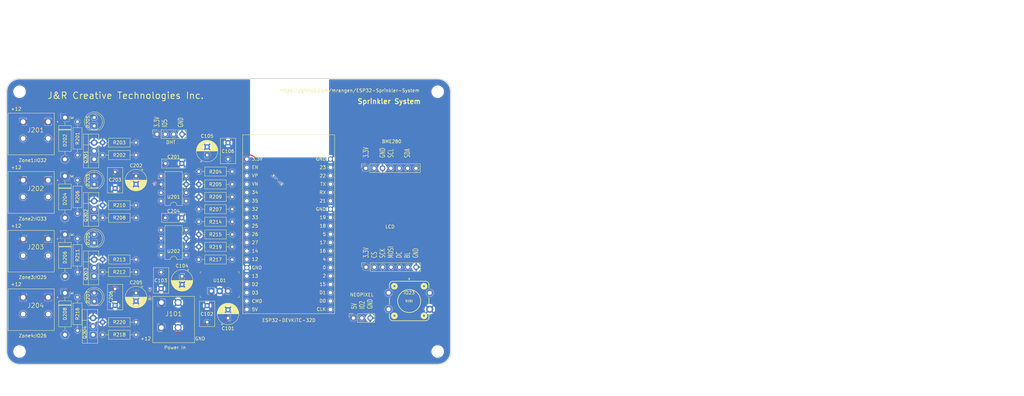
<source format=kicad_pcb>
(kicad_pcb (version 20211014) (generator pcbnew)
  (title_block (title "ESP32-Sprinkler-System") (date "2022-06-06") (rev "1") (company "J & R Creative Technologies Inc.") (comment 1 "@RangenMichael") (comment 2 "https://twitter.com/RangenMichael") (comment 3 "MIT License") (comment 4 "https://github.com/mrangen/ESP32-Sprinkler-System"))
  (layers (0 "F.Cu" signal) (31 "B.Cu" power) (34 "B.Paste" user) (35 "F.Paste" user) (36 "B.SilkS" user "B.Silkscreen") (37 "F.SilkS" user "F.Silkscreen") (38 "B.Mask" user) (39 "F.Mask" user) (44 "Edge.Cuts" user))
  (net 0 "")
  (net 1 "GND")
  (net 2 "5V")
  (net 3 "Net-(D201-Pad1)")
  (net 4 "3.3V")
  (net 5 "12V")
  (net 6 "Net-(D203-Pad1)")
  (net 7 "Net-(D205-Pad1)")
  (net 8 "Net-(D206-Pad2)")
  (net 9 "Net-(D207-Pad1)")
  (net 10 "Net-(D208-Pad2)")
  (net 11 "DHT")
  (net 13 "NEOPIXEL")
  (net 14 "CS")
  (net 15 "SCK")
  (net 16 "MOSI")
  (net 17 "D{slash}C")
  (net 18 "BACKLIGHT")
  (net 20 "SCL")
  (net 22 "SDA")
  (net 24 "Valve1")
  (net 25 "Net-(R204-Pad2)")
  (net 26 "Valve2")
  (net 27 "Net-(R207-Pad2)")
  (net 28 "Net-(R212-Pad1)")
  (net 29 "Valve3")
  (net 30 "Net-(R214-Pad2)")
  (net 31 "Valve4")
  (net 32 "Net-(R217-Pad2)")
  (net 33 "Net-(R218-Pad1)")
  (net 34 "SW_A")
  (net 42 "Valve5")
  (net 58 "Net-(D202-Pad2)")
  (net 59 "Net-(D204-Pad2)")
  (net 60 "Net-(Q201-Pad1)")
  (net 61 "Net-(Q202-Pad1)")
  (net 62 "Net-(Q203-Pad1)")
  (net 63 "Net-(Q204-Pad1)")
  (net 64 "Net-(R202-Pad1)")
  (net 65 "Net-(R208-Pad1)")
  (footprint "Package_DIP:DIP-8_W7.62mm" (layer "F.Cu") (at 112.61 106.68 180)
    (fp_text reference "U202")
    (fp_text value "MC33152PG")
  )
  (footprint "Capacitor_THT:CP_Radial_D6.3mm_P2.50mm" (layer "F.Cu") (at 97.38 82.64 -90)
    (fp_text reference "C202")
    (fp_text value "270uF_16V")
  )
  (footprint "TBL004-508-02BE-2GY:CUI_TBL004-508-02BE-2GY" (layer "F.Cu") (at 70.71 101.77 -90)
    (fp_text reference "J203")
    (fp_text value "TBL004-508-02BE-2GY")
  )
  (footprint "Resistor_THT:R_Axial_DIN0207_L6.3mm_D2.5mm_P10.16mm_Horizontal" (layer "F.Cu") (at 126.59 88.99 180)
    (fp_text reference "R209")
    (fp_text value "10k")
  )
  (footprint "Connector_PinSocket_2.54mm:PinSocket_1x07_P2.54mm_Vertical" (layer "F.Cu") (at 167.1562 80.2632 90)
    (fp_text reference "J105" hide)
    (fp_text value "BME280")
  )
  (footprint "Package_DIP:DIP-8_W7.62mm" (layer "F.Cu") (at 112.61 90.25 180)
    (fp_text reference "U201")
    (fp_text value "MC33152PG")
  )
  (footprint "Resistor_THT:R_Axial_DIN0207_L6.3mm_D2.5mm_P10.16mm_Horizontal" (layer "F.Cu") (at 126.59 92.72 180)
    (fp_text reference "R207")
    (fp_text value "1k")
  )
  (footprint "Capacitor_THT:CP_Radial_D6.3mm_P2.50mm" (layer "F.Cu") (at 125.32 125.82 90)
    (fp_text reference "C101")
    (fp_text value "270uF_16V")
  )
  (footprint "Capacitor_THT:CP_Radial_D6.3mm_P2.50mm" (layer "F.Cu") (at 97.38 118.2 -90)
    (fp_text reference "C205")
    (fp_text value "270uF_16V")
  )
  (footprint "Resistor_THT:R_Axial_DIN0207_L6.3mm_D2.5mm_P10.16mm_Horizontal" (layer "F.Cu") (at 97.38 130.9 180)
    (fp_text reference "R218")
    (fp_text value "12_MetFilm_1W")
  )
  (footprint "Resistor_THT:R_Axial_DIN0207_L6.3mm_D2.5mm_P10.16mm_Horizontal" (layer "F.Cu") (at 126.59 96.53 180)
    (fp_text reference "R214")
    (fp_text value "1k")
  )
  (footprint "Resistor_THT:R_Axial_DIN0207_L6.3mm_D2.5mm_P10.16mm_Horizontal" (layer "F.Cu") (at 97.38 95.34 180)
    (fp_text reference "R208")
    (fp_text value "12_MetFilm_1W")
  )
  (footprint "LED_THT:LED_D5.0mm" (layer "F.Cu") (at 84.68 67.4 90)
    (fp_text reference "D201")
    (fp_text value "5mm")
  )
  (footprint "Resistor_THT:R_Axial_DIN0207_L6.3mm_D2.5mm_P10.16mm_Horizontal" (layer "F.Cu") (at 126.59 104.15 180)
    (fp_text reference "R219")
    (fp_text value "10k")
  )
  (footprint "TBL004-508-02BE-2GY:CUI_TBL004-508-02BE-2GY" (layer "F.Cu") (at 105.08 121.1075)
    (fp_text reference "J101")
    (fp_text value "12V")
  )
  (footprint "Resistor_THT:R_Axial_DIN0207_L6.3mm_D2.5mm_P10.16mm_Horizontal" (layer "F.Cu") (at 79.6 101.69 -90)
    (fp_text reference "R211")
    (fp_text value "1k")
  )
  (footprint "Diode_THT:D_DO-15_P12.70mm_Horizontal" (layer "F.Cu") (at 75.79 64.86 -90)
    (fp_text reference "D202")
    (fp_text value "SB240E-G")
  )
  (footprint "LED_THT:LED_D5.0mm" (layer "F.Cu") (at 84.68 102.96 90)
    (fp_text reference "D205")
    (fp_text value "5mm")
  )
  (footprint "Resistor_THT:R_Axial_DIN0207_L6.3mm_D2.5mm_P10.16mm_Horizontal" (layer "F.Cu") (at 126.59 100.42 180)
    (fp_text reference "R215")
    (fp_text value "10k")
  )
  (footprint "Switches:TACTILE_SWITCH_PTH_12MM" (layer "F.Cu") (at 180.34 120.65 180)
    (fp_text reference "S101")
    (fp_text value "A")
  )
  (footprint "Diode_THT:D_DO-15_P12.70mm_Horizontal" (layer "F.Cu") (at 75.79 118.2 -90)
    (fp_text reference "D208")
    (fp_text value "SB240E-G")
  )
  (footprint "digikey-footprints:3-SIP_Module_V7805-500" (layer "F.Cu") (at 120.23 117.61)
    (fp_text reference "U101")
    (fp_text value "V7805-500")
  )
  (footprint "Capacitor_THT:C_Rect_L7.0mm_W2.5mm_P5.00mm" (layer "F.Cu") (at 106.27 95.34)
    (fp_text reference "C204")
    (fp_text value "0.1uF_Film_63V")
  )
  (footprint "Diode_THT:D_DO-15_P12.70mm_Horizontal" (layer "F.Cu") (at 75.79 100.42 -90)
    (fp_text reference "D206")
    (fp_text value "SB240E-G")
  )
  (footprint "Resistor_THT:R_Axial_DIN0207_L6.3mm_D2.5mm_P10.16mm_Horizontal" (layer "F.Cu") (at 79.6 66.13 -90)
    (fp_text reference "R201")
    (fp_text value "1k")
  )
  (footprint "Resistor_THT:R_Axial_DIN0207_L6.3mm_D2.5mm_P10.16mm_Horizontal" (layer "F.Cu") (at 97.38 72.48 180)
    (fp_text reference "R203")
    (fp_text value "10k")
  )
  (footprint "Resistor_THT:R_Axial_DIN0207_L6.3mm_D2.5mm_P10.16mm_Horizontal" (layer "F.Cu") (at 79.6 119.47 -90)
    (fp_text reference "R216")
    (fp_text value "1k")
  )
  (footprint "Resistor_THT:R_Axial_DIN0207_L6.3mm_D2.5mm_P10.16mm_Horizontal" (layer "F.Cu") (at 97.38 127.09 180)
    (fp_text reference "R220")
    (fp_text value "10k")
  )
  (footprint "Package_TO_SOT_THT:TO-220-3_Vertical" (layer "F.Cu") (at 84.355 130.9 90)
    (fp_text reference "Q204")
    (fp_text value "IRFZ24NPBF")
  )
  (footprint "LED_THT:LED_D5.0mm" (layer "F.Cu") (at 84.68 85.18 90)
    (fp_text reference "D203")
    (fp_text value "5mm")
  )
  (footprint "MountingHole:MountingHole_3.2mm_M3" (layer "F.Cu") (at 189 57)
    (fp_text reference "H102" hide)
    (fp_text value "MountingHole")
  )
  (footprint "Resistor_THT:R_Axial_DIN0207_L6.3mm_D2.5mm_P10.16mm_Horizontal" (layer "F.Cu") (at 126.59 108.04 180)
    (fp_text reference "R217")
    (fp_text value "1k")
  )
  (footprint "Capacitor_THT:C_Rect_L7.0mm_W2.5mm_P5.00mm" (layer "F.Cu") (at 106.31 78.83)
    (fp_text reference "C201")
    (fp_text value "0.1uF_Film_63V")
  )
  (footprint "TBL004-508-02BE-2GY:CUI_TBL004-508-02BE-2GY" (layer "F.Cu") (at 70.71 119.55 -90)
    (fp_text reference "J204")
    (fp_text value "TBL004-508-02BE-2GY")
  )
  (footprint "MountingHole:MountingHole_3.2mm_M3" (layer "F.Cu") (at 62 136)
    (fp_text reference "H103" hide)
    (fp_text value "MountingHole")
  )
  (footprint "MountingHole:MountingHole_3.2mm_M3" (layer "F.Cu") (at 62 57)
    (fp_text reference "H101" hide)
    (fp_text value "MountingHole")
  )
  (footprint "Resistor_THT:R_Axial_DIN0207_L6.3mm_D2.5mm_P10.16mm_Horizontal" (layer "F.Cu") (at 97.38 76.29 180)
    (fp_text reference "R202")
    (fp_text value "12_MetFilm_1W")
  )
  (footprint "Capacitor_THT:C_Disc_D7.5mm_W4.4mm_P5.00mm" (layer "F.Cu") (at 105 111.89 -90)
    (fp_text reference "C103")
    (fp_text value "1uF_Cer_50V")
  )
  (footprint "Resistor_THT:R_Axial_DIN0207_L6.3mm_D2.5mm_P10.16mm_Horizontal" (layer "F.Cu") (at 97.38 91.53 180)
    (fp_text reference "R210")
    (fp_text value "10k")
  )
  (footprint "Connector_PinSocket_2.54mm:PinSocket_1x07_P2.54mm_Vertical" (layer "F.Cu") (at 167.216 110.3507 90)
    (fp_text reference "J104" hide)
    (fp_text value "LCD")
  )
  (footprint "Resistor_THT:R_Axial_DIN0207_L6.3mm_D2.5mm_P10.16mm_Horizontal" (layer "F.Cu") (at 79.6 83.91 -90)
    (fp_text reference "R206")
    (fp_text value "1k")
  )
  (footprint "Diode_THT:D_DO-15_P12.70mm_Horizontal" (layer "F.Cu") (at 75.79 82.64 -90)
    (fp_text reference "D204")
    (fp_text value "SB240E-G")
  )
  (footprint "Connector_PinSocket_2.54mm:PinSocket_1x04_P2.54mm_Vertical" (layer "F.Cu") (at 103.73 69.94 90)
    (fp_text reference "J102" hide)
    (fp_text value "DHT")
  )
  (footprint "Capacitor_THT:C_Disc_D7.5mm_W4.4mm_P5.00mm" (layer "F.Cu") (at 118.97 127.05 90)
    (fp_text reference "C102")
    (fp_text value "1uF_Cer_50V")
  )
  (footprint "ESP32-DEVKITC-32D:MODULE_ESP32-DEVKITC-32D" (layer "F.Cu") (at 143.735 97.245)
    (fp_text reference "U102" hide)
    (fp_text value "ESP32-DEVKITC-32D")
  )
  (footprint "Package_TO_SOT_THT:TO-220-3_Vertical" (layer "F.Cu") (at 84.68 113.12 90)
    (fp_text reference "Q203")
    (fp_text value "IRFZ24NPBF")
  )
  (footprint "Capacitor_THT:C_Disc_D7.5mm_W4.4mm_P5.00mm" (layer "F.Cu") (at 91.03 81.41 -90)
    (fp_text reference "C203")
    (fp_text value "1uF_Cer_50V")
  )
  (footprint "Capacitor_THT:CP_Radial_D6.3mm_P2.50mm" (layer "F.Cu") (at 118.97 76.29 90)
    (fp_text reference "C105")
    (fp_text value "270uF_16V")
  )
  (footprint "Capacitor_THT:CP_Radial_D6.3mm_P2.50mm" (layer "F.Cu") (at 111.35 113.12 -90)
    (fp_text reference "C104")
    (fp_text value "270uF_16V")
  )
  (footprint "LED_THT:LED_D5.0mm" (layer "F.Cu") (at 84.68 120.74 90)
    (fp_text reference "D207")
    (fp_text value "5mm")
  )
  (footprint "TBL004-508-02BE-2GY:CUI_TBL004-508-02BE-2GY" (layer "F.Cu") (at 70.71 83.91 -90)
    (fp_text reference "J202")
    (fp_text value "TBL004-508-02BE-2GY")
  )
  (footprint "Resistor_THT:R_Axial_DIN0207_L6.3mm_D2.5mm_P10.16mm_Horizontal" (layer "F.Cu") (at 97.38 111.85 180)
    (fp_text reference "R212")
    (fp_text value "12_MetFilm_1W")
  )
  (footprint "Resistor_THT:R_Axial_DIN0207_L6.3mm_D2.5mm_P10.16mm_Horizontal" (layer "F.Cu") (at 126.59 81.29 180)
    (fp_text reference "R204")
    (fp_text value "1k")
  )
  (footprint "Package_TO_SOT_THT:TO-220-3_Vertical" (layer "F.Cu") (at 84.68 77.56 90)
    (fp_text reference "Q201")
    (fp_text value "IRFZ24NPBF")
  )
  (footprint "Connector_PinSocket_2.54mm:PinSocket_1x03_P2.54mm_Vertical" (layer "F.Cu") (at 163.42 125.82 90)
    (fp_text reference "J103" hide)
    (fp_text value "NEOPIXEL")
  )
  (footprint "TBL004-508-02BE-2GY:CUI_TBL004-508-02BE-2GY" (layer "F.Cu") (at 70.71 66.13 -90)
    (fp_text reference "J201")
    (fp_text value "TBL004-508-02BE-2GY")
  )
  (footprint "Capacitor_THT:C_Disc_D7.5mm_W4.4mm_P5.00mm" (layer "F.Cu") (at 91.03 116.97 -90)
    (fp_text reference "C206")
    (fp_text value "1uF_Cer_50V")
  )
  (footprint "Capacitor_THT:C_Disc_D7.5mm_W4.4mm_P5.00mm" (layer "F.Cu") (at 125.32 77.52 90)
    (fp_text reference "C106")
    (fp_text value "1uF_Cer_50V")
  )
  (footprint "Resistor_THT:R_Axial_DIN0207_L6.3mm_D2.5mm_P10.16mm_Horizontal" (layer "F.Cu") (at 97.38 108.04 180)
    (fp_text reference "R213")
    (fp_text value "10k")
  )
  (footprint "MountingHole:MountingHole_3.2mm_M3" (layer "F.Cu") (at 189 136)
    (fp_text reference "H104" hide)
    (fp_text value "MountingHole")
  )
  (footprint "Package_TO_SOT_THT:TO-220-3_Vertical" (layer "F.Cu") (at 84.68 95.34 90)
    (fp_text reference "Q202")
    (fp_text value "IRFZ24NPBF")
  )
  (footprint "Resistor_THT:R_Axial_DIN0207_L6.3mm_D2.5mm_P10.16mm_Horizontal" (layer "F.Cu") (at 126.59 85.18 180)
    (fp_text reference "R205")
    (fp_text value "10k")
  )
  (gr_arc (start 58 57) (mid 59.171573 54.171573) (end 62 53) (layer "Edge.Cuts") (width 0.2))
  (gr_line (start 189 53) (end 62 53) (layer "Edge.Cuts") (width 0.2))
  (gr_line (start 62 140) (end 189 140) (layer "Edge.Cuts") (width 0.2))
  (gr_line (start 58 57) (end 58 136) (layer "Edge.Cuts") (width 0.2))
  (gr_arc (start 193 136) (mid 191.828427 138.828427) (end 189 140) (layer "Edge.Cuts") (width 0.2))
  (gr_line (start 193 136) (end 193 57) (layer "Edge.Cuts") (width 0.2))
  (gr_arc (start 62 140) (mid 59.171573 138.828427) (end 58 136) (layer "Edge.Cuts") (width 0.2))
  (gr_arc (start 189 53) (mid 191.828427 54.171573) (end 193 57) (layer "Edge.Cuts") (width 0.2))
  (gr_text "Power In" (at 109.22 134.8) (layer "F.SilkS") (effects (font (size 1 1))))
  (gr_text "+12" (at 100.33 132.08) (layer "F.SilkS") (effects (font (size 1 1))))
  (gr_text "+12" (at 60.96 97.79) (layer "F.SilkS") (effects (font (size 1 1))))
  (gr_text "+12" (at 60.96 115.57) (layer "F.SilkS") (effects (font (size 1 1))))
  (gr_text "Sprinkler System" (at 174.244 59.944) (layer "F.SilkS") (effects (font (size 1.5 1.5) (thickness 0.3))))
  (gr_text "GND" (at 116.84 132.08) (layer "F.SilkS") (effects (font (size 1 1))))
  (gr_text "Zone2:IO33" (at 66 95.64) (layer "F.SilkS") (effects (font (size 1 1))))
  (gr_text "3.3V\n\nGND\nSCL\n\nSDA" (at 173.482 77.2 90) (layer "F.SilkS") (effects (font (size 1.56 1)) (justify left)))
  (gr_text "Zone3:IO25" (at 66 113.42) (layer "F.SilkS") (effects (font (size 1 1))))
  (gr_text "https://github.com/mrangen/ESP32-Sprinkler-System" (at 162.306 56.642) (layer "F.SilkS") (effects (font (size 1 1))))
  (gr_text "3.3V\nIO5\n\nGND" (at 107.315 67.945 90) (layer "F.SilkS") (effects (font (size 1.5 1)) (justify left)))
  (gr_text "J&R Creative Technologies Inc." (at 94.234 58.166) (layer "F.SilkS") (effects (font (size 2 2) (thickness 0.25))))
  (gr_text "IO23" (at 180.34 118.11) (layer "F.SilkS") (effects (font (size 1 1))))
  (gr_text "+12" (at 60.96 80.01) (layer "F.SilkS") (effects (font (size 1 1))))
  (gr_text "+12" (at 60.96 62.23) (layer "F.SilkS") (effects (font (size 1 1))))
  (gr_text "3.3V\nCS\nSCK\nMOSI\nDC\nBL\nGND" (at 174.752 107.696 90) (layer "F.SilkS") (effects (font (size 1.56 1)) (justify left)))
  (gr_text "Zone4:IO26" (at 66 131.2) (layer "F.SilkS") (effects (font (size 1 1))))
  (gr_text "5V\nIO2\nGND" (at 166.034612 123.19 90) (layer "F.SilkS") (effects (font (size 1.5 1)) (justify left)))
  (gr_text "Zone1:IO32" (at 66 77.86) (layer "F.SilkS") (effects (font (size 1 1))))
  (segment (start 125.31 117.61) (end 125.551477 117.851477) (width 0.3) (layer "F.Cu") (net 2))
  (segment (start 128.146883 120.446883) (end 128.265531 120.565531) (width 0.3) (layer "F.Cu") (net 2))
  (segment (start 125.551477 117.851477) (end 125.792574 118.092574) (width 0.3) (layer "F.Cu") (net 2))
  (segment (start 125.792574 118.092574) (end 126.033671 118.333671) (width 0.3) (layer "F.Cu") (net 2))
  (segment (start 129.698424 121.998424) (end 130.030028 122.330028) (width 0.3) (layer "F.Cu") (net 2))
  (segment (start 112.219741 113.12) (end 118.566036 113.12) (width 0.3) (layer "F.Cu") (net 2))
  (segment (start 128.028235 120.328235) (end 128.146883 120.446883) (width 0.3) (layer "F.Cu") (net 2))
  (segment (start 126.034051 118.334051) (end 126.275908 118.575908) (width 0.3) (layer "F.Cu") (net 2))
  (segment (start 122.594804 114.894804) (end 122.549551 114.849551) (width 0.3) (layer "F.Cu") (net 2))
  (segment (start 130.361632 122.661632) (end 130.030028 122.330028) (width 0.3) (layer "F.Cu") (net 2))
  (segment (start 135.499084 125.82) (end 163.42 125.82) (width 0.3) (layer "F.Cu") (net 2))
  (segment (start 122.775817 115.075817) (end 122.95683 115.25683) (width 0.3) (layer "F.Cu") (net 2))
  (segment (start 123.861896 116.161896) (end 123.63563 115.93563) (width 0.3) (layer "F.Cu") (net 2))
  (segment (start 123.861896 116.161896) (end 124.585948 116.885948) (width 0.3) (layer "F.Cu") (net 2))
  (segment (start 126.275908 118.575908) (end 126.517765 118.817765) (width 0.3) (layer "F.Cu") (net 2))
  (segment (start 123.137843 115.437843) (end 123.318856 115.618856) (width 0.3) (layer "F.Cu") (net 2))
  (segment (start 122.594804 114.894804) (end 122.775817 115.075817) (width 0.3) (layer "F.Cu") (net 2))
  (segment (start 122.459045 114.759045) (end 122.549551 114.849551) (width 0.3) (layer "F.Cu") (net 2))
  (segment (start 129.36682 121.66682) (end 128.265531 120.565531) (width 0.3) (layer "F.Cu") (net 2))
  (segment (start 124.585948 116.885948) (end 125.31 117.61) (width 0.3) (layer "F.Cu") (net 2))
  (segment (start 132.3425 124.5125) (end 131.080961 123.250961) (width 0.3) (layer "F.Cu") (net 2))
  (segment (start 129.36682 121.66682) (end 129.698424 121.998424) (width 0.3) (layer "F.Cu") (net 2))
  (segment (start 122.413792 114.713792) (end 122.459045 114.759045) (width 0.3) (layer "F.Cu") (net 2))
  (segment (start 127.121269 119.421269) (end 128.028235 120.328235) (width 0.3) (layer "F.Cu") (net 2))
  (segment (start 109.250258 111.89) (end 105 111.89) (width 0.3) (layer "F.Cu") (net 2))
  (segment (start 123.318856 115.618856) (end 123.36411 115.66411) (width 0.3) (layer "F.Cu") (net 2))
  (segment (start 126.034051 118.334051) (end 126.033671 118.333671) (width 0.3) (layer "F.Cu") (net 2))
  (segment (start 130.361632 122.661632) (end 130.693236 122.993236) (width 0.3) (layer "F.Cu") (net 2))
  (segment (start 130.859038 123.159038) (end 130.693236 122.993236) (width 0.3) (layer "F.Cu") (net 2))
  (segment (start 123.36411 115.66411) (end 123.63563 115.93563) (width 0.3) (layer "F.Cu") (net 2))
  (segment (start 126.638314 118.938314) (end 127.121269 119.421269) (width 0.3) (layer "F.Cu") (net 2))
  (segment (start 126.517765 118.817765) (end 126.638314 118.938314) (width 0.3) (layer "F.Cu") (net 2))
  (segment (start 122.95683 115.25683) (end 123.137843 115.437843) (width 0.3) (layer "F.Cu") (net 2))
  (arc (start 130.859038 123.159038) (mid 130.909947 123.193054) (end 130.97 123.205) (width 0.3) (layer "F.Cu") (net 2))
  (arc (start 109.250258 111.89) (mid 110.053794 112.049833) (end 110.735 112.505) (width 0.3) (layer "F.Cu") (net 2))
  (arc (start 112.219741 113.12) (mid 111.416205 112.960166) (end 110.735 112.505) (width 0.3) (layer "F.Cu") (net 2))
  (arc (start 130.97 123.205) (mid 131.030051 123.216944) (end 131.080961 123.250961) (width 0.3) (layer "F.Cu") (net 2))
  (arc (start 135.499084 125.82) (mid 133.790753 125.480191) (end 132.3425 124.5125) (width 0.3) (layer "F.Cu") (net 2))
  (arc (start 122.413792 114.713792) (mid 120.648426 113.534213) (end 118.566036 113.12) (width 0.3) (layer "F.Cu") (net 2))
  (segment (start 84.045 66.765) (end 84.68 67.4) (width 0.3) (layer "F.Cu") (net 3))
  (segment (start 82.511974 66.13) (end 79.6 66.13) (width 0.3) (layer "F.Cu") (net 3))
  (arc (start 82.511974 66.13) (mid 83.341641 66.295031) (end 84.045 66.765) (width 0.3) (layer "F.Cu") (net 3))
  (segment (start 149.563564 97.563564) (end 152.006207 100.006207) (width 0.3) (layer "F.Cu") (net 4))
  (segment (start 167.1558 80.2636) (end 167.1562 80.2632) (width 0.3) (layer "F.Cu") (net 4))
  (segment (start 167.216 105.645843) (end 167.216 110.3507) (width 0.3) (layer "F.Cu") (net 4))
  (segment (start 160.317579 81.28) (end 152.972013 81.28) (width 0.3) (layer "F.Cu") (net 4))
  (segment (start 118.100258 76.29) (end 112.333963 76.29) (width 0.3) (layer "F.Cu") (net 4))
  (segment (start 138.334 84.74) (end 137.764 84.17) (width 0.3) (layer "F.Cu") (net 4))
  (segment (start 146.682986 83.885) (end 139.02205 83.885) (width 0.3) (layer "F.Cu") (net 4))
  (segment (start 130.975251 77.52) (end 125.32 77.52) (width 0.3) (layer "F.Cu") (net 4))
  (segment (start 162.77042 80.264) (end 167.154834 80.264) (width 0.3) (layer "F.Cu") (net 4))
  (segment (start 121.069741 77.52) (end 125.295251 77.52) (width 0.3) (layer "F.Cu") (net 4))
  (segment (start 131.094556 77.500556) (end 137.764 84.17) (width 0.3) (layer "F.Cu") (net 4))
  (segment (start 131.019443 77.500556) (end 131.017499 77.502499) (width 0.3) (layer "F.Cu") (net 4))
  (segment (start 138.334 84.74) (end 148.436435 94.842435) (width 0.3) (layer "F.Cu") (net 4))
  (segment (start 155.853963 101.6) (end 163.170156 101.6) (width 0.3) (layer "F.Cu") (net 4))
  (segment (start 108.486207 74.696207) (end 103.73 69.94) (width 0.3) (layer "F.Cu") (net 4))
  (arc (start 166.031 102.785) (mid 164.718433 101.907971) (end 163.170156 101.6) (width 0.3) (layer "F.Cu") (net 4))
  (arc (start 167.216 105.645843) (mid 166.908028 104.097565) (end 166.031 102.785) (width 0.3) (layer "F.Cu") (net 4))
  (arc (start 131.094556 77.500556) (mid 131.077325 77.489042) (end 131.057 77.485) (width 0.3) (layer "F.Cu") (net 4))
  (arc (start 119.585 76.905) (mid 118.903794 76.449833) (end 118.100258 76.29) (width 0.3) (layer "F.Cu") (net 4))
  (arc (start 149.563564 97.563564) (mid 149.146465 96.939331) (end 149 96.203) (width 0.3) (layer "F.Cu") (net 4))
  (arc (start 137.764 84.17) (mid 138.049 84.28805) (end 138.334 84.17) (width 0.3) (layer "F.Cu") (net 4))
  (arc (start 149.8275 82.5825) (mid 148.384784 83.546491) (end 146.682986 83.885) (width 0.3) (layer "F.Cu") (net 4))
  (arc (start 149.8275 82.5825) (mid 151.270214 81.618508) (end 152.972013 81.28) (width 0.3) (layer "F.Cu") (net 4))
  (arc (start 138.334 84.74) (mid 138.215949 84.455) (end 138.334 84.17) (width 0.3) (layer "F.Cu") (net 4))
  (arc (start 162.77042 80.264) (mid 162.106686 80.396024) (end 161.544 80.772) (width 0.3) (layer "F.Cu") (net 4))
  (arc (start 112.333963 76.29) (mid 110.251572 75.875786) (end 108.486207 74.696207) (width 0.3) (layer "F.Cu") (net 4))
  (arc (start 131.019443 77.500556) (mid 131.036674 77.489042) (end 131.057 77.485) (width 0.3) (layer "F.Cu") (net 4))
  (arc (start 167.1558 80.2636) (mid 167.155356 80.263896) (end 167.154834 80.264) (width 0.3) (layer "F.Cu") (net 4))
  (arc (start 119.585 76.905) (mid 120.266205 77.360166) (end 121.069741 77.52) (width 0.3) (layer "F.Cu") (net 4))
  (arc (start 149 96.203) (mid 148.853534 95.466667) (end 148.436435 94.842435) (width 0.3) (layer "F.Cu") (net 4))
  (arc (start 155.853963 101.6) (mid 153.771572 101.185786) (end 152.006207 100.006207) (width 0.3) (layer "F.Cu") (net 4))
  (arc (start 130.975251 77.52) (mid 130.998115 77.515451) (end 131.017499 77.502499) (width 0.3) (layer "F.Cu") (net 4))
  (arc (start 138.334 84.17) (mid 138.64968 83.959069) (end 139.02205 83.885) (width 0.3) (layer "F.Cu") (net 4))
  (arc (start 160.317579 81.28) (mid 160.981313 81.147975) (end 161.544 80.772) (width 0.3) (layer "F.Cu") (net 4))
  (segment (start 75.672417 82.757576) (end 75.674947 82.755046) (width 1) (layer "F.Cu") (net 5))
  (segment (start 75.229034 118.760958) (end 75.226837 118.763155) (width 1) (layer "F.Cu") (net 5))
  (segment (start 75.405696 118.584295) (end 75.404599 118.585393) (width 1) (layer "F.Cu") (net 5))
  (segment (start 75.38103 118.608963) (end 75.379821 118.61017) (width 1) (layer "F.Cu") (net 5))
  (segment (start 75.155 65.495) (end 75.155045 65.494954) (width 1) (layer "F.Cu") (net 5))
  (segment (start 75.164618 65.485375) (end 75.16272 65.487273) (width 1) (layer "F.Cu") (net 5))
  (segment (start 73.576474 66.13) (end 73.621974 66.13) (width 1) (layer "F.Cu") (net 5))
  (segment (start 76.24 82.19) (end 76.23 82.199999) (width 1) (layer "F.Cu") (net 5))
  (segment (start 75.45562 65.194373) (end 75.459593 65.190399) (width 1) (layer "F.Cu") (net 5))
  (segment (start 75.582809 82.847183) (end 75.579918 82.850074) (width 1) (layer "F.Cu") (net 5))
  (segment (start 75.241355 83.188639) (end 75.239186 83.190808) (width 1) (layer "F.Cu") (net 5))
  (segment (start 75.751865 64.898126) (end 75.744186 64.905805) (width 1) (layer "F.Cu") (net 5))
  (segment (start 75.432497 82.997498) (end 75.420935 83.00906) (width 1) (layer "F.Cu") (net 5))
  (segment (start 67.510072 66.13) (end 68.089286 66.13) (width 1) (layer "F.Cu") (net 5))
  (segment (start 75.625476 118.364515) (end 75.623168 118.366822) (width 1) (layer "F.Cu") (net 5))
  (segment (start 70.232975 119.55) (end 70.189609 119.55) (width 1) (layer "F.Cu") (net 5))
  (segment (start 75.503472 118.486518) (end 75.499956 118.490034) (width 1) (layer "F.Cu") (net 5))
  (segment (start 75.161683 65.488309) (end 75.161727 65.488266) (width 1) (layer "F.Cu") (net 5))
  (segment (start 75.399487 118.590504) (end 75.3974 118.592592) (width 1) (layer "F.Cu") (net 5))
  (segment (start 75.759182 82.67081) (end 75.751865 82.678126) (width 1) (layer "F.Cu") (net 5))
  (segment (start 75.177037 65.472955) (end 75.175592 65.4744) (width 1) (layer "F.Cu") (net 5))
  (segment (start 75.862946 118.127046) (end 75.862067 118.127925) (width 1) (layer "F.Cu") (net 5))
  (segment (start 75.866461 118.12353) (end 75.865583 118.124409) (width 1) (layer "F.Cu") (net 5))
  (segment (start 104.124617 95.900382) (end 103.133025 96.891974) (width 1) (layer "F.Cu") (net 5))
  (segment (start 75.321704 83.108288) (end 75.320665 83.109328) (width 1) (layer "F.Cu") (net 5))
  (segment (start 66.54689 119.55) (end 65.267457 119.55) (width 1) (layer "F.Cu") (net 5))
  (segment (start 75.168003 118.821988) (end 75.166959 118.823032) (width 1) (layer "F.Cu") (net 5))
  (segment (start 75.323059 65.326934) (end 75.321704 65.328289) (width 1) (layer "F.Cu") (net 5))
  (segment (start 75.68101 118.308981) (end 75.677495 118.312496) (width 1) (layer "F.Cu") (net 5))
  (segment (start 75.180785 83.249207) (end 75.179068 83.250923) (width 1) (layer "F.Cu") (net 5))
  (segment (start 64.307883 119.55) (end 63.988025 119.55) (width 1) (layer "F.Cu") (net 5))
  (segment (start 75.385162 65.26483) (end 75.383717 65.266275) (width 1) (layer "F.Cu") (net 5))
  (segment (start 68.186268 83.91) (end 68.137777 83.91) (width 1) (layer "F.Cu") (net 5))
  (segment (start 75.833572 82.596423) (end 75.818395 82.611598) (width 1) (layer "F.Cu") (net 5))
  (segment (start 76.19 64.459997) (end 76.169999 64.479998) (width 1) (layer "F.Cu") (net 5))
  (segment (start 75.39273 118.597262) (end 75.391851 118.598141) (width 1) (layer "F.Cu") (net 5))
  (segment (start 73.355307 119.55) (end 73.311941 119.55) (width 1) (layer "F.Cu") (net 5))
  (segment (start 76.19 82.239997) (end 76.169999 82.259998) (width 1) (layer "F.Cu") (net 5))
  (segment (start 75.273693 65.376299) (end 75.27026 65.379732) (width 1) (layer "F.Cu") (net 5))
  (segment (start 75.261226 83.168766) (end 75.260503 83.169489) (width 1) (layer "F.Cu") (net 5))
  (segment (start 75.594371 82.83562) (end 75.595094 82.834897) (width 1) (layer "F.Cu") (net 5))
  (segment (start 75.57897 65.071021) (end 75.579919 65.070073) (width 1) (layer "F.Cu") (net 5))
  (segment (start 75.515601 65.134392) (end 75.508375 65.141618) (width 1) (layer "F.Cu") (net 5))
  (segment (start 96.92889 118.2) (end 96.69585 118.2) (width 1) (layer "F.Cu") (net 5))
  (segment (start 75.772868 64.877124) (end 75.772145 64.877847) (width 1) (layer "F.Cu") (net 5))
  (segment (start 94.799499 82.64) (end 95.090444 82.64) (width 1) (layer "F.Cu") (net 5))
  (segment (start 75.693314 118.296677) (end 75.686283 118.303708) (width 1) (layer "F.Cu") (net 5))
  (segment (start 75.342345 65.307647) (end 75.340538 65.309454) (width 1) (layer "F.Cu") (net 5))
  (segment (start 75.139606 118.850387) (end 75.138727 118.851267) (width 1) (layer "F.Cu") (net 5))
  (segment (start 75.331821 83.098171) (end 75.329924 83.100068) (width 1) (layer "F.Cu") (net 5))
  (segment (start 75.196413 83.233578) (end 75.194516 83.235475) (width 1) (layer "F.Cu") (net 5))
  (segment (start 75.585701 65.064293) (end 75.58281 65.067184) (width 1) (layer "F.Cu") (net 5))
  (segment (start 75.491753 65.158239) (end 75.490308 65.159684) (width 1) (layer "F.Cu") (net 5))
  (segment (start 98.748291 118.2) (end 98.064144 118.2) (width 1) (layer "F.Cu") (net 5))
  (segment (start 75.260277 65.389714) (end 75.260503 65.389489) (width 1) (layer "F.Cu") (net 5))
  (segment (start 75.325878 118.664113) (end 75.32445 118.665542) (width 1) (layer "F.Cu") (net 5))
  (segment (start 75.58859 65.061402) (end 75.589673 65.060318) (width 1) (layer "F.Cu") (net 5))
  (segment (start 61.82 67.4) (end 62.455 66.765) (width 1) (layer "F.Cu") (net 5))
  (segment (start 76.22242 117.767576) (end 76.215389 117.774607) (width 1) (layer "F.Cu") (net 5))
  (segment (start 75.169089 83.260904) (end 75.168818 83.261175) (width 1) (layer "F.Cu") (net 5))
  (segment (start 93.619917 82.64) (end 93.436487 82.64) (width 1) (layer "F.Cu") (net 5))
  (segment (start 75.470435 65.179557) (end 75.469713 65.18028) (width 1) (layer "F.Cu") (net 5))
  (segment (start 75.802495 82.627497) (end 75.78732 82.642672) (width 1) (layer "F.Cu") (net 5))
  (segment (start 70.016146 119.55) (end 69.842683 119.55) (width 1) (layer "F.Cu") (net 5))
  (segment (start 95.824161 82.64) (end 96.127813 82.64) (width 1) (layer "F.Cu") (net 5))
  (segment (start 75.386578 118.603416) (end 75.386797 118.603195) (width 1) (layer "F.Cu") (net 5))
  (segment (start 75.155135 65.494863) (end 75.15518 65.494818) (width 1) (layer "F.Cu") (net 5))
  (segment (start 75.233043 65.416949) (end 75.23015 65.419842) (width 1) (layer "F.Cu") (net 5))
  (segment (start 75.350113 65.299879) (end 75.348668 65.301324) (width 1) (layer "F.Cu") (net 5))
  (segment (start 75.308199 65.341795) (end 75.308153 65.341841) (width 1) (layer "F.Cu") (net 5))
  (segment (start 75.498637 118.491353) (end 75.497759 118.492232) (width 1) (layer "F.Cu") (net 5))
  (segment (start 75.18607 65.463921) (end 75.184851 65.465141) (width 1) (layer "F.Cu") (net 5))
  (segment (start 75.607379 82.822612) (end 75.603044 82.826949) (width 1) (layer "F.Cu") (net 5))
  (segment (start 75.118786 118.871208) (end 75.118073 118.871922) (width 1) (layer "F.Cu") (net 5))
  (segment (start 75.466821 82.963169) (end 75.463208 82.966783) (width 1) (layer "F.Cu") (net 5))
  (segment (start 75.649293 65.000699) (end 75.63484 65.015152) (width 1) (layer "F.Cu") (net 5))
  (segment (start 75.79505 118.194942) (end 75.785821 118.204171) (width 1) (layer "F.Cu") (net 5))
  (segment (start 72.574724 119.55) (end 72.31453 119.55) (width 1) (layer "F.Cu") (net 5))
  (segment (start 75.562358 118.427634) (end 75.553566 118.436424) (width 1) (layer "F.Cu") (net 5))
  (segment (start 72.165984 66.13) (end 72.393484 66.13) (width 1) (layer "F.Cu") (net 5))
  (segment (start 75.561852 82.86814) (end 75.561129 82.868863) (width 1) (layer "F.Cu") (net 5))
  (segment (start 75.279341 83.150652) (end 75.279295 83.150699) (width 1) (layer "F.Cu") (net 5))
  (segment (start 75.213756 65.436233) (end 75.213711 65.436279) (width 1) (layer "F.Cu") (net 5))
  (segment (start 75.340538 65.309454) (end 75.338731 65.311261) (width 1) (layer "F.Cu") (net 5))
  (segment (start 75.630505 65.019487) (end 75.624722 65.025269) (width 1) (layer "F.Cu") (net 5))
  (segment (start 95.021829 118.2) (end 94.643411 118.2) (width 1) (layer "F.Cu") (net 5))
  (segment (start 75.288914 65.361079) (end 75.298579 65.351414) (width 1) (layer "F.Cu") (net 5))
  (segment (start 75.576126 65.073866) (end 75.575222 65.074769) (width 1) (layer "F.Cu") (net 5))
  (segment (start 75.193296 83.236695) (end 75.189683 83.240308) (width 1) (layer "F.Cu") (net 5))
  (segment (start 75.327214 65.322777) (end 75.326989 65.323003) (width 1) (layer "F.Cu") (net 5))
  (segment (start 75.189683 65.460308) (end 75.18607 65.463921) (width 1) (layer "F.Cu") (net 5))
  (segment (start 75.137848 118.852146) (end 75.136968 118.853025) (width 1) (layer "F.Cu") (net 5))
  (segment (start 75.313077 83.116915) (end 75.308198 83.121794) (width 1) (layer "F.Cu") (net 5))
  (segment (start 75.471519 65.178473) (end 75.470435 65.179557) (width 1) (layer "F.Cu") (net 5))
  (segment (start 75.264116 65.385874) (end 75.264433 65.385558) (width 1) (layer "F.Cu") (net 5))
  (segment (start 75.956422 64.693571) (end 75.949991 64.700002) (width 1) (layer "F.Cu") (net 5))
  (segment (start 75.193296 65.456695) (end 75.189683 65.460308) (width 1) (layer "F.Cu") (net 5))
  (segment (start 75.444058 82.985935) (end 75.432497 82.997498) (width 1) (layer "F.Cu") (net 5))
  (segment (start 75.173062 83.256931) (end 75.17234 83.257653) (width 1) (layer "F.Cu") (net 5))
  (segment (start 75.379019 65.270973) (end 75.378296 65.271696) (width 1) (layer "F.Cu") (net 5))
  (segment (start 75.227258 65.422733) (end 75.22437 65.425622) (width 1) (layer "F.Cu") (net 5))
  (segment (start 75.875847 82.554147) (end 75.911962 82.518032) (width 1) (layer "F.Cu") (net 5))
  (segment (start 75.171618 65.478375) (end 75.170897 65.479098) (width 1) (layer "F.Cu") (net 5))
  (segment (start 76.141561 117.848434) (end 76.113436 117.876559) (width 1) (layer "F.Cu") (net 5))
  (segment (start 75.475494 82.954497) (end 75.47441 82.955581) (width 1) (layer "F.Cu") (net 5))
  (segment (start 75.401603 65.24839) (end 75.39781 65.252183) (width 1) (layer "F.Cu") (net 5))
  (segment (start 75.770519 64.879474) (end 75.770157 64.879835) (width 1) (layer "F.Cu") (net 5))
  (segment (start 75.363122 65.286871) (end 75.360231 65.289761) (width 1) (layer "F.Cu") (net 5))
  (segment (start 75.769976 64.880016) (end 75.769253 64.880739) (width 1) (layer "F.Cu") (net 5))
  (segment (start 75.146363 118.84363) (end 75.147407 118.842586) (width 1) (layer "F.Cu") (net 5))
  (segment (start 97.001579 118.2) (end 96.92889 118.2) (width 1) (layer "F.Cu") (net 5))
  (segment (start 75.266166 118.723825) (end 75.266219 118.723773) (width 1) (layer "F.Cu") (net 5))
  (segment (start 75.87904 118.110951) (end 75.870361 118.11963) (width 1) (layer "F.Cu") (net 5))
  (segment (start 75.39273 118.597262) (end 75.39317 118.596823) (width 1) (layer "F.Cu") (net 5))
  (segment (start 75.478746 65.171246) (end 75.477301 65.172691) (width 1) (layer "F.Cu") (net 5))
  (segment (start 76.070368 117.919626) (end 76.08531 117.904684) (width 1) (layer "F.Cu") (net 5))
  (segment (start 73.075978 83.91) (end 72.89398 83.91) (width 1) (layer "F.Cu") (net 5))
  (segment (start 75.376669 65.273322) (end 75.37676 65.273232) (width 1) (layer "F.Cu") (net 5))
  (segment (start 75.157708 65.492287) (end 75.157346 65.492648) (width 1) (layer "F.Cu") (net 5))
  (segment (start 72.097701 119.55) (end 71.403848 119.55) (width 1) (layer "F.Cu") (net 5))
  (segment (start 75.3846 118.605392) (end 75.38438 118.605611) (width 1) (layer "F.Cu") (net 5))
  (segment (start 73.442039 119.55) (end 73.355307 119.55) (width 1) (layer "F.Cu") (net 5))
  (segment (start 75.875847 82.554147) (end 75.852722 82.577272) (width 1) (layer "F.Cu") (net 5))
  (segment (start 75.324098 65.325895) (end 75.324279 65.325714) (width 1) (layer "F.Cu") (net 5))
  (segment (start 75.244856 118.745137) (end 75.244416 118.745576) (width 1) (layer "F.Cu") (net 5))
  (segment (start 75.263214 83.166779) (end 75.262853 83.167141) (width 1) (layer "F.Cu") (net 5))
  (segment (start 75.864924 118.125069) (end 75.864705 118.125289) (width 1) (layer "F.Cu") (net 5))
  (segment (start 75.463208 65.186784) (end 75.459593 65.190399) (width 1) (layer "F.Cu") (net 5))
  (segment (start 75.131916 118.858076) (end 75.131697 118.858297) (width 1) (layer "F.Cu") (net 5))
  (segment (start 75.375153 118.614839) (end 75.371637 118.618356) (width 1) (layer "F.Cu") (net 5))
  (segment (start 75.189683 83.240308) (end 75.18607 83.243921) (width 1) (layer "F.Cu") (net 5))
  (segment (start 75.182783 118.807209) (end 75.182673 118.807318) (width 1) (layer "F.Cu") (net 5))
  (segment (start 104.2475 101.6) (end 104.99 101.6) (width 1) (layer "F.Cu") (net 5))
  (segment (start 75.574725 65.075266) (end 75.572828 65.077163) (width 1) (layer "F.Cu") (net 5))
  (segment (start 75.351919 65.298073) (end 75.351558 65.298434) (width 1) (layer "F.Cu") (net 5))
  (segment (start 75.119392 118.870602) (end 75.119502 118.870493) (width 1) (layer "F.Cu") (net 5))
  (segment (start 73.138478 119.55) (end 72.965015 119.55) (width 1) (layer "F.Cu") (net 5))
  (segment (start 60.55 88.246051) (end 60.55 97.433948) (width 1) (layer "F.Cu") (net 5))
  (segment (start 75.11648 118.873514) (end 75.116151 118.873845) (width 1) (layer "F.Cu") (net 5))
  (segment (start 76.113436 117.876559) (end 76.08531 117.904684) (width 1) (layer "F.Cu") (net 5))
  (segment (start 75.261769 65.388224) (end 75.261407 65.388585) (width 1) (layer "F.Cu") (net 5))
  (segment (start 75.320665 83.109328) (end 75.317233 83.11276) (width 1) (layer "F.Cu") (net 5))
  (segment (start 75.372741 65.27725) (end 75.371793 65.278199) (width 1) (layer "F.Cu") (net 5))
  (segment (start 75.366013 83.063982) (end 75.363123 83.066872) (width 1) (layer "F.Cu") (net 5))
  (segment (start 75.863166 118.126826) (end 75.862946 118.127046) (width 1) (layer "F.Cu") (net 5))
  (segment (start 75.383282 118.60671) (end 75.382183 118.607809) (width 1) (layer "F.Cu") (net 5))
  (segment (start 75.313077 65.336915) (end 75.313801 65.336192) (width 1) (layer "F.Cu") (net 5))
  (segment (start 75.122028 118.867966) (end 75.12093 118.869064) (width 1) (layer "F.Cu") (net 5))
  (segment (start 73.439974 83.91) (end 73.257976 83.91) (width 1) (layer "F.Cu") (net 5))
  (segment (start 75.247711 118.74228) (end 75.246833 118.743159) (width 1) (layer "F.Cu") (net 5))
  (segment (start 75.609819 118.380172) (end 75.60894 118.381051) (width 1) (layer "F.Cu") (net 5))
  (segment (start 75.57897 82.851023) (end 75.577975 82.852016) (width 1) (layer "F.Cu") (net 5))
  (segment (start 75.48062 118.509372) (end 75.466558 118.523434) (width 1) (layer "F.Cu") (net 5))
  (segment (start 75.221481 65.428511) (end 75.21859 65.431402) (width 1) (layer "F.Cu") (net 5))
  (segment (start 75.770519 64.879474) (end 75.7707 64.879294) (width 1) (layer "F.Cu") (net 5))
  (segment (start 75.37378 83.056213) (end 75.373735 83.056259) (width 1) (layer "F.Cu") (net 5))
  (segment (start 72.965015 119.55) (end 72.791552 119.55) (width 1) (layer "F.Cu") (net 5))
  (segment (start 75.486334 65.163659) (end 75.482721 65.167272) (width 1) (layer "F.Cu") (net 5))
  (segment (start 75.751865 82.678126) (end 75.744187 82.685805) (width 1) (layer "F.Cu") (net 5))
  (segment (start 75.374683 65.275309) (end 75.37378 65.276212) (width 1) (layer "F.Cu") (net 5))
  (segment (start 76.19 82.239997) (end 76.21 82.219998) (width 1) (layer "F.Cu") (net 5))
  (segment (start 75.249743 118.740249) (end 75.248095 118.741896) (width 1) (layer "F.Cu") (net 5))
  (segment (start 75.482721 82.947271) (end 75.480553 82.949439) (width 1) (layer "F.Cu") (net 5))
  (segment (start 75.579936 118.410055) (end 75.571147 118.418845) (width 1) (layer "F.Cu") (net 5))
  (segment (start 75.378668 118.611324) (end 75.375153 118.614839) (width 1) (layer "F.Cu") (net 5))
  (segment (start 75.184851 65.465141) (end 75.182954 65.467038) (width 1) (layer "F.Cu") (net 5))
  (segment (start 75.330053 118.659939) (end 75.327745 118.662246) (width 1) (layer "F.Cu") (net 5))
  (segment (start 75.360231 65.289761) (end 75.35734 65.292652) (width 1) (layer "F.Cu") (net 5))
  (segment (start 75.289624 118.700369) (end 75.277869 118.712124) (width 1) (layer "F.Cu") (net 5))
  (segment (start 75.419703 118.57029) (end 75.424373 118.56562) (width 1) (layer "F.Cu") (net 5))
  (segment (start 75.259359 118.730634) (end 75.255183 118.73481) (width 1) (layer "F.Cu") (net 5))
  (segment (start 94.799499 82.64) (end 94.647673 82.64) (width 1) (layer "F.Cu") (net 5))
  (segment (start 75.515601 82.914391) (end 75.508375 82.921617) (width 1) (layer "F.Cu") (net 5))
  (segment (start 75.505671 118.484321) (end 75.504791 118.4852) (width 1) (layer "F.Cu") (net 5))
  (segment (start 75.401648 83.028344) (end 75.401603 83.02839) (width 1) (layer "F.Cu") (net 5))
  (segment (start 75.550109 65.099883) (end 75.542521 65.107471) (width 1) (layer "F.Cu") (net 5))
  (segment (start 76.24 64.41) (end 76.23 64.419999) (width 1) (layer "F.Cu") (net 5))
  (segment (start 75.510943 118.479048) (end 75.510503 118.479488) (width 1) (layer "F.Cu") (net 5))
  (segment (start 75.66519 118.324801) (end 75.659917 118.330074) (width 1) (layer "F.Cu") (net 5))
  (segment (start 75.120711 118.869282) (end 75.120051 118.869943) (width 1) (layer "F.Cu") (net 5))
  (segment (start 96.69585 118.2) (end 96.157081 118.2) (width 1) (layer "F.Cu") (net 5))
  (segment (start 75.897718 118.092275) (end 75.888159 118.101832) (width 1) (layer "F.Cu") (net 5))
  (segment (start 75.875847 64.774146) (end 75.852722 64.797271) (width 1) (layer "F.Cu") (net 5))
  (segment (start 75.629378 118.360614) (end 75.628279 118.361713) (width 1) (layer "F.Cu") (net 5))
  (segment (start 75.1323 118.857692) (end 75.13197 118.858021) (width 1) (layer "F.Cu") (net 5))
  (segment (start 75.510503 118.479488) (end 75.508746 118.481246) (width 1) (layer "F.Cu") (net 5))
  (segment (start 93.328971 82.64) (end 93.196151 82.64) (width 1) (layer "F.Cu") (net 5))
  (segment (start 75.16272 83.267273) (end 75.164617 83.265376) (width 1) (layer "F.Cu") (net 5))
  (segment (start 76.077142 64.572852) (end 76.071431 64.578562) (width 1) (layer "F.Cu") (net 5))
  (segment (start 75.266827 65.383164) (end 75.265788 65.384203) (width 1) (layer "F.Cu") (net 5))
  (segment (start 75.234127 83.195865) (end 75.233043 83.196949) (width 1) (layer "F.Cu") (net 5))
  (segment (start 75.7707 82.659294) (end 75.770519 82.659474) (width 1) (layer "F.Cu") (net 5))
  (segment (start 75.404599 118.585393) (end 75.40218 118.587812) (width 1) (layer "F.Cu") (net 5))
  (segment (start 75.324098 65.325895) (end 75.323375 65.326618) (width 1) (layer "F.Cu") (net 5))
  (segment (start 75.308198 83.121794) (end 75.308152 83.12184) (width 1) (layer "F.Cu") (net 5))
  (segment (start 75.157526 83.272468) (end 75.157166 83.272829) (width 1) (layer "F.Cu") (net 5))
  (segment (start 62.455 83.275) (end 61.82 82.64) (width 1) (layer "F.Cu") (net 5))
  (segment (start 75.644535 118.345456) (end 75.643656 118.346334) (width 1) (layer "F.Cu") (net 5))
  (segment (start 75.277869 118.712124) (end 75.272044 118.717949) (width 1) (layer "F.Cu") (net 5))
  (segment (start 75.200298 83.229693) (end 75.198581 83.23141) (width 1) (layer "F.Cu") (net 5))
  (segment (start 102.979973 101.074973) (end 102.87 100.965) (width 1) (layer "F.Cu") (net 5))
  (segment (start 102.348285 82.64) (end 102.164855 82.64) (width 1) (layer "F.Cu") (net 5))
  (segment (start 75.325543 83.104449) (end 75.325182 83.104811) (width 1) (layer "F.Cu") (net 5))
  (segment (start 70.189609 119.55) (end 70.016146 119.55) (width 1) (layer "F.Cu") (net 5))
  (segment (start 75.186407 118.803584) (end 75.18531 118.804683) (width 1) (layer "F.Cu") (net 5))
  (segment (start 85.295 82.025) (end 85.13 82.19) (width 1) (layer "F.Cu") (net 5))
  (segment (start 75.350114 83.079879) (end 75.348669 83.081324) (width 1) (layer "F.Cu") (net 5))
  (segment (start 75.151305 118.838686) (end 75.148998 118.840993) (width 1) (layer "F.Cu") (net 5))
  (segment (start 75.342346 83.087647) (end 75.340539 83.089454) (width 1) (layer "F.Cu") (net 5))
  (segment (start 102.164855 82.64) (end 102.07314 82.64) (width 1) (layer "F.Cu") (net 5))
  (segment (start 75.16168 83.268312) (end 75.160777 83.269215) (width 1) (layer "F.Cu") (net 5))
  (segment (start 75.65399 82.776003) (end 75.649293 82.780701) (width 1) (layer "F.Cu") (net 5))
  (segment (start 75.380465 65.269527) (end 75.379742 65.27025) (width 1) (layer "F.Cu") (net 5))
  (segment (start 75.170174 65.479819) (end 75.169812 65.480182) (width 1) (layer "F.Cu") (net 5))
  (segment (start 68.137777 66.13) (end 68.089286 66.13) (width 1) (layer "F.Cu") (net 5))
  (segment (start 75.31231 118.677682) (end 75.308135 118.681857) (width 1) (layer "F.Cu") (net 5))
  (segment (start 75.482721 82.947271) (end 75.486334 82.943658) (width 1) (layer "F.Cu") (net 5))
  (segment (start 75.522808 118.467183) (end 75.521049 118.468941) (width 1) (layer "F.Cu") (net 5))
  (segment (start 75.245955 118.744039) (end 75.246174 118.743819) (width 1) (layer "F.Cu") (net 5))
  (segment (start 102.07314 82.64) (end 101.706281 82.64) (width 1) (layer "F.Cu") (net 5))
  (segment (start 65.267457 119.55) (end 64.947599 119.55) (width 1) (layer "F.Cu") (net 5))
  (segment (start 71.0475 101.4325) (end 71.385 101.095) (width 1) (layer "F.Cu") (net 5))
  (segment (start 75.22437 83.205622) (end 75.221481 83.208511) (width 1) (layer "F.Cu") (net 5))
  (segment (start 75.544779 118.445211) (end 75.535992 118.453998) (width 1) (layer "F.Cu") (net 5))
  (segment (start 75.542519 82.88747) (end 75.537281 82.892709) (width 1) (layer "F.Cu") (net 5))
  (segment (start 93.413553 118.2) (end 93.224345 118.2) (width 1) (layer "F.Cu") (net 5))
  (segment (start 75.217387 118.772604) (end 75.216947 118.773044) (width 1) (layer "F.Cu") (net 5))
  (segment (start 70.4825 83.91) (end 70.709998 83.91) (width 1) (layer "F.Cu") (net 5))
  (segment (start 75.653764 118.336226) (end 75.650249 118.339741) (width 1) (layer "F.Cu") (net 5))
  (segment (start 73.439974 66.13) (end 73.257976 66.13) (width 1) (layer "F.Cu") (net 5))
  (segment (start 75.288914 83.141079) (end 75.298579 83.131414) (width 1) (layer "F.Cu") (net 5))
  (segment (start 75.401603 83.02839) (end 75.39781 83.032183) (width 1) (layer "F.Cu") (net 5))
  (segment (start 75.351559 83.078434) (end 75.350114 83.079879) (width 1) (layer "F.Cu") (net 5))
  (segment (start 75.405534 83.02446) (end 75.401648 83.028344) (width 1) (layer "F.Cu") (net 5))
  (segment (start 76.197811 117.792184) (end 76.208358 117.781638) (width 1) (layer "F.Cu") (net 5))
  (segment (start 102.759318 89.615) (end 102.759318 88.978012) (width 1) (layer "F.Cu") (net 5))
  (segment (start 75.168186 83.261807) (end 75.167643 83.262348) (width 1) (layer "F.Cu") (net 5))
  (segment (start 75.239747 118.750246) (end 75.23744 118.752553) (width 1) (layer "F.Cu") (net 5))
  (segment (start 75.325545 65.32445) (end 75.325725 65.324269) (width 1) (layer "F.Cu") (net 5))
  (segment (start 75.373735 83.056259) (end 75.37274 83.057253) (width 1) (layer "F.Cu") (net 5))
  (segment (start 75.130159 118.859835) (end 75.12906 118.860934) (width 1) (layer "F.Cu") (net 5))
  (segment (start 75.607378 65.042613) (end 75.603043 65.04695) (width 1) (layer "F.Cu") (net 5))
  (segment (start 69.481511 66.13) (end 69.026515 66.13) (width 1) (layer "F.Cu") (net 5))
  (segment (start 75.181793 118.808198) (end 75.180914 118.809077) (width 1) (layer "F.Cu") (net 5))
  (segment (start 75.405534 65.24446) (end 75.401648 65.248344) (width 1) (layer "F.Cu") (net 5))
  (segment (start 75.213433 118.776559) (end 75.212994 118.776998) (width 1) (layer "F.Cu") (net 5))
  (segment (start 75.301327 118.688667) (end 75.301274 118.68872) (width 1) (layer "F.Cu") (net 5))
  (segment (start 75.248095 118.741896) (end 75.247711 118.74228) (width 1) (layer "F.Cu") (net 5))
  (segment (start 75.303366 83.126627) (end 75.298579 83.131414) (width 1) (layer "F.Cu") (net 5))
  (segment (start 75.342849 118.647143) (end 75.340654 118.649338) (width 1) (layer "F.Cu") (net 5))
  (segment (start 75.194516 65.455476) (end 75.193296 65.456695) (width 1) (layer "F.Cu") (net 5))
  (segment (start 75.354499 118.635493) (end 75.35406 118.635933) (width 1) (layer "F.Cu") (net 5))
  (segment (start 75.16561 65.484381) (end 75.165656 65.484336) (width 1) (layer "F.Cu") (net 5))
  (segment (start 75.167462 65.48253) (end 75.166559 65.483433) (width 1) (layer "F.Cu") (net 5))
  (segment (start 75.477301 82.95269) (end 75.47694 82.953051) (width 1) (layer "F.Cu") (net 5))
  (segment (start 75.209195 83.220796) (end 75.208473 83.221519) (width 1) (layer "F.Cu") (net 5))
  (segment (start 75.63484 65.015152) (end 75.630505 65.019487) (width 1) (layer "F.Cu") (net 5))
  (segment (start 75.888159 118.101832) (end 75.87904 118.110951) (width 1) (layer "F.Cu") (net 5))
  (segment (start 75.198581 83.23141) (end 75.197723 83.232268) (width 1) (layer "F.Cu") (net 5))
  (segment (start 99.945549 118.2) (end 99.774512 118.2) (width 1) (layer "F.Cu") (net 5))
  (segment (start 75.378839 83.051154) (end 75.37902 83.050973) (width 1) (layer "F.Cu") (net 5))
  (segment (start 69.982006 66.13) (end 69.800008 66.13) (width 1) (layer "F.Cu") (net 5))
  (segment (start 75.177399 118.812591) (end 75.178277 118.811714) (width 1) (layer "F.Cu") (net 5))
  (segment (start 75.210414 65.439576) (end 75.21055 65.439441) (width 1) (layer "F.Cu") (net 5))
  (segment (start 99.774512 118.2) (end 99.603475 118.2) (width 1) (layer "F.Cu") (net 5))
  (segment (start 75.156442 65.493552) (end 75.156217 65.493778) (width 1) (layer "F.Cu") (net 5))
  (segment (start 75.233043 83.196949) (end 75.23015 83.199842) (width 1) (layer "F.Cu") (net 5))
  (segment (start 66.339047 83.91) (end 65.168022 83.91) (width 1) (layer "F.Cu") (net 5))
  (segment (start 60.55 70.466051) (end 60.55 79.573948) (width 1) (layer "F.Cu") (net 5))
  (segment (start 75.333718 65.316274) (end 75.331821 65.318171) (width 1) (layer "F.Cu") (net 5))
  (segment (start 75.57793 82.852062) (end 75.577027 82.852965) (width 1) (layer "F.Cu") (net 5))
  (segment (start 75.326989 65.323003) (end 75.326266 65.323726) (width 1) (layer "F.Cu") (net 5))
  (segment (start 75.155135 65.494863) (end 75.155045 65.494954) (width 1) (layer "F.Cu") (net 5))
  (segment (start 75.38416 118.605831) (end 75.383501 118.60649) (width 1) (layer "F.Cu") (net 5))
  (segment (start 75.476217 82.953774) (end 75.475494 82.954497) (width 1) (layer "F.Cu") (net 5))
  (segment (start 75.629432 118.360559) (end 75.629378 118.360614) (width 1) (layer "F.Cu") (net 5))
  (segment (start 75.255671 83.174321) (end 75.253774 83.176218) (width 1) (layer "F.Cu") (net 5))
  (segment (start 75.399487 118.590504) (end 75.400421 118.589571) (width 1) (layer "F.Cu") (net 5))
  (segment (start 73.014594 100.42) (end 75.153603 100.42) (width 1) (layer "F.Cu") (net 5))
  (segment (start 77.326396 63.96) (end 83.143603 63.96) (width 1) (layer "F.Cu") (net 5))
  (segment (start 73.075978 66.13) (end 72.89398 66.13) (width 1) (layer "F.Cu") (net 5))
  (segment (start 99.988308 118.2) (end 99.945549 118.2) (width 1) (layer "F.Cu") (net 5))
  (segment (start 75.911961 64.738032) (end 75.875847 64.774146) (width 1) (layer "F.Cu") (net 5))
  (segment (start 99.641152 82.64) (end 99.030753 82.64) (width 1) (layer "F.Cu") (net 5))
  (segment (start 75.246613 118.743379) (end 75.246174 118.743819) (width 1) (layer "F.Cu") (net 5))
  (segment (start 75.159874 83.270118) (end 75.159694 83.270298) (width 1) (layer "F.Cu") (net 5))
  (segment (start 75.374685 83.05531) (end 75.37378 83.056213) (width 1) (layer "F.Cu") (net 5))
  (segment (start 75.785821 118.204171) (end 75.776592 118.2134) (width 1) (layer "F.Cu") (net 5))
  (segment (start 75.301274 118.68872) (end 75.295449 118.694545) (width 1) (layer "F.Cu") (net 5))
  (segment (start 75.480191 65.169801) (end 75.480553 65.16944) (width 1) (layer "F.Cu") (net 5))
  (segment (start 75.628279 118.361713) (end 75.62718 118.362812) (width 1) (layer "F.Cu") (net 5))
  (segment (start 75.577027 82.852965) (end 75.576124 82.853868) (width 1) (layer "F.Cu") (net 5))
  (segment (start 75.858276 118.131715) (end 75.862067 118.127925) (width 1) (layer "F.Cu") (net 5))
  (segment (start 75.303366 65.346628) (end 75.298579 65.351414) (width 1) (layer "F.Cu") (net 5))
  (segment (start 75.213711 65.436279) (end 75.212808 65.437183) (width 1) (layer "F.Cu") (net 5))
  (segment (start 75.181793 118.808198) (end 75.182067 118.807924) (width 1) (layer "F.Cu") (net 5))
  (segment (start 75.16272 65.487273) (end 75.161727 65.488266) (width 1) (layer "F.Cu") (net 5))
  (segment (start 75.255183 118.73481) (end 75.251007 118.738985) (width 1) (layer "F.Cu") (net 5))
  (segment (start 75.381084 118.608908) (end 75.38103 118.608963) (width 1) (layer "F.Cu") (net 5))
  (segment (start 75.383501 118.60649) (end 75.383282 118.60671) (width 1) (layer "F.Cu") (net 5))
  (segment (start 67.510072 66.13) (end 66.339047 66.13) (width 1) (layer "F.Cu") (net 5))
  (segment (start 75.15897 65.491022) (end 75.15879 65.491203) (width 1) (layer "F.Cu") (net 5))
  (segment (start 75.180785 65.469206) (end 75.181553 65.468439) (width 1) (layer "F.Cu") (net 5))
  (segment (start 68.801906 119.55) (end 67.826323 119.55) (width 1) (layer "F.Cu") (net 5))
  (segment (start 83.143603 117.3) (end 77.326396 117.3) (width 1) (layer "F.Cu") (net 5))
  (segment (start 75.371792 83.058201) (end 75.37274 83.057253) (width 1) (layer "F.Cu") (net 5))
  (segment (start 75.818395 82.611598) (end 75.803218 82.626773) (width 1) (layer "F.Cu") (net 5))
  (segment (start 75.2064 118.783592) (end 75.202885 118.787107) (width 1) (layer "F.Cu") (net 5))
  (segment (start 75.206305 83.223687) (end 75.205582 83.22441) (width 1) (layer "F.Cu") (net 5))
  (segment (start 76.236484 117.753515) (end 76.229451 117.760546) (width 1) (layer "F.Cu") (net 5))
  (segment (start 75.245146 83.184847) (end 75.241355 83.188639) (width 1) (layer "F.Cu") (net 5))
  (segment (start 75.557697 65.092295) (end 75.550109 65.099883) (width 1) (layer "F.Cu") (net 5))
  (segment (start 75.368902 65.281091) (end 75.366012 65.283981) (width 1) (layer "F.Cu") (net 5))
  (segment (start 75.260278 83.169715) (end 75.259104 83.170889) (width 1) (layer "F.Cu") (net 5))
  (segment (start 75.51358 118.476411) (end 75.517974 118.472017) (width 1) (layer "F.Cu") (net 5))
  (segment (start 75.393115 65.256878) (end 75.394017 65.255976) (width 1) (layer "F.Cu") (net 5))
  (segment (start 75.444059 65.205936) (end 75.432497 65.217498) (width 1) (layer "F.Cu") (net 5))
  (segment (start 75.818397 64.831596) (end 75.803221 64.846771) (width 1) (layer "F.Cu") (net 5))
  (segment (start 75.324097 83.105895) (end 75.323374 83.106617) (width 1) (layer "F.Cu") (net 5))
  (segment (start 76.23 82.199999) (end 76.21 82.219998) (width 1) (layer "F.Cu") (net 5))
  (segment (start 75.865363 118.124629) (end 75.865583 118.124409) (width 1) (layer "F.Cu") (net 5))
  (segment (start 75.769976 82.660016) (end 75.770157 82.659835) (width 1) (layer "F.Cu") (net 5))
  (segment (start 75.360232 83.069762) (end 75.357341 83.072652) (width 1) (layer "F.Cu") (net 5))
  (segment (start 75.33236 118.657632) (end 75.330053 118.659939) (width 1) (layer "F.Cu") (net 5))
  (segment (start 75.170896 83.259098) (end 75.170173 83.25982) (width 1) (layer "F.Cu") (net 5))
  (segment (start 75.672417 82.757576) (end 75.668082 82.761912) (width 1) (layer "F.Cu") (net 5))
  (segment (start 75.21519 118.774802) (end 75.213433 118.776559) (width 1) (layer "F.Cu") (net 5))
  (segment (start 75.469713 65.18028) (end 75.46899 65.181003) (width 1) (layer "F.Cu") (net 5))
  (segment (start 98.853513 82.64) (end 98.467758 82.64) (width 1) (layer "F.Cu") (net 5))
  (segment (start 75.165656 83.264336) (end 75.165611 83.264382) (width 1) (layer "F.Cu") (net 5))
  (segment (start 75.172563 118.817427) (end 75.170091 118.8199) (width 1) (layer "F.Cu") (net 5))
  (segment (start 70.164004 83.91) (end 69.982006 83.91) (width 1) (layer "F.Cu") (net 5))
  (segment (start 75.759181 64.89081) (end 75.751865 64.898126) (width 1) (layer "F.Cu") (net 5))
  (segment (start 75.758794 118.231197) (end 75.776592 118.2134) (width 1) (layer "F.Cu") (net 5))
  (segment (start 75.263214 83.166779) (end 75.263395 83.166598) (width 1) (layer "F.Cu") (net 5))
  (segment (start 75.39781 83.032183) (end 75.394017 83.035976) (width 1) (layer "F.Cu") (net 5))
  (segment (start 75.170091 118.8199) (end 75.168003 118.821988) (width 1) (layer "F.Cu") (net 5))
  (segment (start 75.317233 83.11276) (end 75.313801 83.116192) (width 1) (layer "F.Cu") (net 5))
  (segment (start 75.59112 82.838871) (end 75.590397 82.839594) (width 1) (layer "F.Cu") (net 5))
  (segment (start 75.158657 65.491339) (end 75.158612 65.491384) (width 1) (layer "F.Cu") (net 5))
  (segment (start 75.962855 82.46714) (end 75.956424 82.473571) (width 1) (layer "F.Cu") (net 5))
  (segment (start 75.508375 82.921617) (end 75.501148 82.928842) (width 1) (layer "F.Cu") (net 5))
  (segment (start 75.147845 118.842147) (end 75.148998 118.840993) (width 1) (layer "F.Cu") (net 5))
  (segment (start 75.962853 64.68714) (end 75.956422 64.693571) (width 1) (layer "F.Cu") (net 5))
  (segment (start 75.469713 82.960279) (end 75.46899 82.961002) (width 1) (layer "F.Cu") (net 5))
  (segment (start 75.206307 65.443682) (end 75.207029 65.442961) (width 1) (layer "F.Cu") (net 5))
  (segment (start 75.253774 65.396218) (end 75.248762 65.401231) (width 1) (layer "F.Cu") (net 5))
  (segment (start 75.493198 65.156793) (end 75.494283 65.155709) (width 1) (layer "F.Cu") (net 5))
  (segment (start 75.597984 82.832007) (end 75.595094 82.834897) (width 1) (layer "F.Cu") (net 5))
  (segment (start 75.607379 82.822612) (end 75.614609 82.815383) (width 1) (layer "F.Cu") (net 5))
  (segment (start 75.663747 82.766247) (end 75.659412 82.770582) (width 1) (layer "F.Cu") (net 5))
  (segment (start 75.243042 118.74695) (end 75.243317 118.746675) (width 1) (layer "F.Cu") (net 5))
  (segment (start 75.659049 82.770944) (end 75.659412 82.770582) (width 1) (layer "F.Cu") (net 5))
  (segment (start 75.172339 65.477652) (end 75.171618 65.478375) (width 1) (layer "F.Cu") (net 5))
  (segment (start 96.380639 82.64) (end 96.254226 82.64) (width 1) (layer "F.Cu") (net 5))
  (segment (start 75.642338 118.347653) (end 75.638824 118.351168) (width 1) (layer "F.Cu") (net 5))
  (segment (start 75.939192 118.050801) (end 75.907277 118.082716) (width 1) (layer "F.Cu") (net 5))
  (segment (start 75.56944 82.860552) (end 75.568717 82.861275) (width 1) (layer "F.Cu") (net 5))
  (segment (start 75.234127 65.415865) (end 75.233043 65.416949) (width 1) (layer "F.Cu") (net 5))
  (segment (start 75.649293 82.780701) (end 75.634838 82.795154) (width 1) (layer "F.Cu") (net 5))
  (segment (start 75.379743 83.05025) (end 75.37902 83.050973) (width 1) (layer "F.Cu") (net 5))
  (segment (start 75.35445 83.075543) (end 75.353366 83.076627) (width 1) (layer "F.Cu") (net 5))
  (segment (start 75.376942 83.053051) (end 75.377575 83.05242) (width 1) (layer "F.Cu") (net 5))
  (segment (start 76.23 64.419999) (end 76.21 64.439998) (width 1) (layer "F.Cu") (net 5))
  (segment (start 75.491753 82.938238) (end 75.490308 82.939683) (width 1) (layer "F.Cu") (net 5))
  (segment (start 75.20775 65.44224) (end 75.207029 65.442961) (width 1) (layer "F.Cu") (net 5))
  (segment (start 75.179156 118.810835) (end 75.178277 118.811714) (width 1) (layer "F.Cu") (net 5))
  (segment (start 75.390221 83.03977) (end 75.391126 83.038867) (width 1) (layer "F.Cu") (net 5))
  (segment (start 75.47694 65.173052) (end 75.476217 65.173775) (width 1) (layer "F.Cu") (net 5))
  (segment (start 75.279295 65.370698) (end 75.274415 65.375576) (width 1) (layer "F.Cu") (net 5))
  (segment (start 75.211905 65.438086) (end 75.211725 65.438267) (width 1) (layer "F.Cu") (net 5))
  (segment (start 67.510072 83.91) (end 66.339047 83.91) (width 1) (layer "F.Cu") (net 5))
  (segment (start 75.623276 65.026714) (end 75.624722 65.025269) (width 1) (layer "F.Cu") (net 5))
  (segment (start 75.35192 83.078073) (end 75.351559 83.078434) (width 1) (layer "F.Cu") (net 5))
  (segment (start 75.497759 118.492232) (end 75.49688 118.493111) (width 1) (layer "F.Cu") (net 5))
  (segment (start 75.175639 118.814351) (end 75.174758 118.815231) (width 1) (layer "F.Cu") (net 5))
  (segment (start 75.376311 83.053683) (end 75.37577 83.054224) (width 1) (layer "F.Cu") (net 5))
  (segment (start 75.553566 118.436424) (end 75.544779 118.445211) (width 1) (layer "F.Cu") (net 5))
  (segment (start 100.073827 118.2) (end 100.116587 118.2) (width 1) (layer "F.Cu") (net 5))
  (segment (start 75.331821 65.318171) (end 75.329924 65.320068) (width 1) (layer "F.Cu") (net 5))
  (segment (start 75.371793 65.278199) (end 75.368902 65.281091) (width 1) (layer "F.Cu") (net 5))
  (segment (start 75.353365 65.296627) (end 75.352642 65.29735) (width 1) (layer "F.Cu") (net 5))
  (segment (start 75.26195 83.168045) (end 75.261769 83.168225) (width 1) (layer "F.Cu") (net 5))
  (segment (start 75.378296 65.271696) (end 75.377935 65.272058) (width 1) (layer "F.Cu") (net 5))
  (segment (start 75.12906 118.860934) (end 75.127961 118.862033) (width 1) (layer "F.Cu") (net 5))
  (segment (start 75.783346 64.866645) (end 75.77612 64.873872) (width 1) (layer "F.Cu") (net 5))
  (segment (start 75.127905 118.862088) (end 75.127961 118.862033) (width 1) (layer "F.Cu") (net 5))
  (segment (start 75.744292 118.2457) (end 75.747369 118.242624) (width 1) (layer "F.Cu") (net 5))
  (segment (start 70.493169 119.55) (end 70.232975 119.55) (width 1) (layer "F.Cu") (net 5))
  (segment (start 75.736507 64.913483) (end 75.714151 64.93584) (width 1) (layer "F.Cu") (net 5))
  (segment (start 73.439974 83.91) (end 73.485474 83.91) (width 1) (layer "F.Cu") (net 5))
  (segment (start 75.288914 65.361079) (end 75.284127 65.365866) (width 1) (layer "F.Cu") (net 5))
  (segment (start 75.623168 118.366822) (end 75.619047 118.370943) (width 1) (layer "F.Cu") (net 5))
  (segment (start 75.326989 83.103003) (end 75.327215 83.102778) (width 1) (layer "F.Cu") (net 5))
  (segment (start 75.620383 82.809609) (end 75.617496 82.812496) (width 1) (layer "F.Cu") (net 5))
  (segment (start 75.379821 118.61017) (end 75.378668 118.611324) (width 1) (layer "F.Cu") (net 5))
  (segment (start 75.167462 83.26253) (end 75.166559 83.263433) (width 1) (layer "F.Cu") (net 5))
  (segment (start 75.356257 118.633736) (end 75.357575 118.632418) (width 1) (layer "F.Cu") (net 5))
  (segment (start 75.381912 65.268082) (end 75.381189 65.268803) (width 1) (layer "F.Cu") (net 5))
  (segment (start 75.51358 118.476411) (end 75.510943 118.479048) (width 1) (layer "F.Cu") (net 5))
  (segment (start 75.182954 65.467038) (end 75.182006 65.467987) (width 1) (layer "F.Cu") (net 5))
  (segment (start 75.714151 64.93584) (end 75.706564 64.943429) (width 1) (layer "F.Cu") (net 5))
  (segment (start 75.488501 82.941489) (end 75.488863 82.941128) (width 1) (layer "F.Cu") (net 5))
  (segment (start 75.414923 118.57507) (end 75.414979 118.575015) (width 1) (layer "F.Cu") (net 5))
  (segment (start 75.772868 64.877124) (end 75.77612 64.873872) (width 1) (layer "F.Cu") (net 5))
  (segment (start 99.432438 118.2) (end 99.261401 118.2) (width 1) (layer "F.Cu") (net 5))
  (segment (start 75.420935 83.00906) (end 75.409372 83.020621) (width 1) (layer "F.Cu") (net 5))
  (segment (start 75.480191 82.9498) (end 75.480553 82.949439) (width 1) (layer "F.Cu") (net 5))
  (segment (start 75.355378 118.634615) (end 75.354499 118.635493) (width 1) (layer "F.Cu") (net 5))
  (segment (start 96.254226 82.64) (end 96.127813 82.64) (width 1) (layer "F.Cu") (net 5))
  (segment (start 75.387193 83.042798) (end 75.385162 83.044831) (width 1) (layer "F.Cu") (net 5))
  (segment (start 75.173785 65.476207) (end 75.173062 65.47693) (width 1) (layer "F.Cu") (net 5))
  (segment (start 76.149998 82.279998) (end 76.082854 82.347141) (width 1) (layer "F.Cu") (net 5))
  (segment (start 75.235577 83.194415) (end 75.234852 83.19514) (width 1) (layer "F.Cu") (net 5))
  (segment (start 70.232702 101.77) (end 63.988025 101.77) (width 1) (layer "F.Cu") (net 5))
  (segment (start 75.350103 118.639889) (end 75.347466 118.642526) (width 1) (layer "F.Cu") (net 5))
  (segment (start 68.186268 83.91) (end 69.026515 83.91) (width 1) (layer "F.Cu") (net 5))
  (segment (start 75.159692 65.490301) (end 75.159874 65.490119) (width 1) (layer "F.Cu") (net 5))
  (segment (start 75.23015 83.199842) (end 75.227257 83.202734) (width 1) (layer "F.Cu") (net 5))
  (segment (start 75.503472 118.486518) (end 75.504791 118.4852) (width 1) (layer "F.Cu") (net 5))
  (segment (start 61.82 118.28) (end 62.455 118.915) (width 1) (layer "F.Cu") (net 5))
  (segment (start 75.175231 65.474761) (end 75.174508 65.475484) (width 1) (layer "F.Cu") (net 5))
  (segment (start 68.801906 119.55) (end 69.056571 119.55) (width 1) (layer "F.Cu") (net 5))
  (segment (start 75.319397 118.670596) (end 75.317749 118.672243) (width 1) (layer "F.Cu") (net 5))
  (segment (start 75.348307 83.081685) (end 75.348669 83.081324) (width 1) (layer "F.Cu") (net 5))
  (segment (start 75.248762 65.401231) (end 75.246954 65.403039) (width 1) (layer "F.Cu") (net 5))
  (segment (start 68.137777 83.91) (end 68.089286 83.91) (width 1) (layer "F.Cu") (net 5))
  (segment (start 69.800008 83.91) (end 69.61801 83.91) (width 1) (layer "F.Cu") (net 5))
  (segment (start 120.23 119.17) (end 120.23 117.61) (width 1) (layer "F.Cu") (net 5))
  (segment (start 75.206307 65.443682) (end 75.205584 65.444407) (width 1) (layer "F.Cu") (net 5))
  (segment (start 75.179069 65.470922) (end 75.177037 65.472955) (width 1) (layer "F.Cu") (net 5))
  (segment (start 75.329924 83.100068) (end 75.328389 83.101604) (width 1) (layer "F.Cu") (net 5))
  (segment (start 75.342849 118.647143) (end 75.347466 118.642526) (width 1) (layer "F.Cu") (net 5))
  (segment (start 75.188824 118.801167) (end 75.187671 118.80232) (width 1) (layer "F.Cu") (net 5))
  (segment (start 75.327745 118.662246) (end 75.325878 118.664113) (width 1) (layer "F.Cu") (net 5))
  (segment (start 75.56944 65.080551) (end 75.568718 65.081274) (width 1) (layer "F.Cu") (net 5))
  (segment (start 75.13197 118.858021) (end 75.131916 118.858076) (width 1) (layer "F.Cu") (net 5))
  (segment (start 75.521049 118.468941) (end 75.520611 118.46938) (width 1) (layer "F.Cu") (net 5))
  (segment (start 75.21859 83.211401) (end 75.215699 83.21429) (width 1) (layer "F.Cu") (net 5))
  (segment (start 75.317749 118.672243) (end 75.316485 118.673507) (width 1) (layer "F.Cu") (net 5))
  (segment (start 95.824161 82.64) (end 95.090444 82.64) (width 1) (layer "F.Cu") (net 5))
  (segment (start 75.180035 118.809956) (end 75.179156 118.810835) (width 1) (layer "F.Cu") (net 5))
  (segment (start 75.572828 65.077163) (end 75.56944 65.080551) (width 1) (layer "F.Cu") (net 5))
  (segment (start 75.488501 65.16149) (end 75.488863 65.161129) (width 1) (layer "F.Cu") (net 5))
  (segment (start 100.073827 118.2) (end 99.988308 118.2) (width 1) (layer "F.Cu") (net 5))
  (segment (start 75.238823 65.41117) (end 75.23738 65.412613) (width 1) (layer "F.Cu") (net 5))
  (segment (start 75.393115 65.256878) (end 75.391126 65.258867) (width 1) (layer "F.Cu") (net 5))
  (segment (start 75.409372 65.240621) (end 75.405534 65.24446) (width 1) (layer "F.Cu") (net 5))
  (segment (start 75.329924 65.320068) (end 75.328389 65.321604) (width 1) (layer "F.Cu") (net 5))
  (segment (start 75.196413 65.453579) (end 75.194516 65.455476) (width 1) (layer "F.Cu") (net 5))
  (segment (start 75.996542 117.993452) (end 75.959629 118.030365) (width 1) (layer "F.Cu") (net 5))
  (segment (start 75.390972 118.59902) (end 75.390093 118.599898) (width 1) (layer "F.Cu") (net 5))
  (segment (start 75.574724 82.855268) (end 75.572827 82.857165) (width 1) (layer "F.Cu") (net 5))
  (segment (start 75.772867 82.657124) (end 75.776119 82.653873) (width 1) (layer "F.Cu") (net 5))
  (segment (start 75.562575 65.087417) (end 75.561852 65.08814) (width 1) (layer "F.Cu") (net 5))
  (segment (start 75.262853 65.38714) (end 75.262673 65.387321) (width 1) (layer "F.Cu") (net 5))
  (segment (start 68.186268 66.13) (end 69.026515 66.13) (width 1) (layer "F.Cu") (net 5))
  (segment (start 75.158608 83.271384) (end 75.158699 83.271294) (width 1) (layer "F.Cu") (net 5))
  (segment (start 75.170173 83.25982) (end 75.169812 83.260182) (width 1) (layer "F.Cu") (net 5))
  (segment (start 75.251007 118.738985) (end 75.249743 118.740249) (width 1) (layer "F.Cu") (net 5))
  (segment (start 76.149998 64.499998) (end 76.082853 64.567141) (width 1) (layer "F.Cu") (net 5))
  (segment (start 70.4825 66.13) (end 70.209503 66.13) (width 1) (layer "F.Cu") (net 5))
  (segment (start 75.182005 83.247987) (end 75.182953 83.247038) (width 1) (layer "F.Cu") (net 5))
  (segment (start 75.166559 83.263433) (end 75.165656 83.264336) (width 1) (layer "F.Cu") (net 5))
  (segment (start 75.119117 118.870877) (end 75.118786 118.871208) (width 1) (layer "F.Cu") (net 5))
  (segment (start 75.432497 65.217498) (end 75.420935 65.22906) (width 1) (layer "F.Cu") (net 5))
  (segment (start 76.169999 82.259998) (end 76.149998 82.279998) (width 1) (layer "F.Cu") (net 5))
  (segment (start 118.103146 127.916853) (end 117.236292 128.783707) (width 1) (layer "F.Cu") (net 5))
  (segment (start 75.182398 118.807593) (end 75.182067 118.807924) (width 1) (layer "F.Cu") (net 5))
  (segment (start 76.215389 117.774607) (end 76.208358 117.781638) (width 1) (layer "F.Cu") (net 5))
  (segment (start 75.530055 65.119937) (end 75.522828 65.127164) (width 1) (layer "F.Cu") (net 5))
  (segment (start 75.35734 65.292652) (end 75.354449 65.295543) (width 1) (layer "F.Cu") (net 5))
  (segment (start 99.218642 118.2) (end 98.962087 118.2) (width 1) (layer "F.Cu") (net 5))
  (segment (start 75.645854 118.344136) (end 75.645414 118.344577) (width 1) (layer "F.Cu") (net 5))
  (segment (start 73.442039 119.55) (end 73.485405 119.55) (width 1) (layer "F.Cu") (net 5))
  (segment (start 76.169999 64.479998) (end 76.149998 64.499998) (width 1) (layer "F.Cu") (net 5))
  (segment (start 75.119172 118.870821) (end 75.119117 118.870877) (width 1) (layer "F.Cu") (net 5))
  (segment (start 75.376941 65.273051) (end 75.377212 65.27278) (width 1) (layer "F.Cu") (net 5))
  (segment (start 75.840918 118.149073) (end 75.849817 118.140174) (width 1) (layer "F.Cu") (net 5))
  (segment (start 75.623276 65.026714) (end 75.620386 65.029605) (width 1) (layer "F.Cu") (net 5))
  (segment (start 75.630503 82.799489) (end 75.624719 82.805273) (width 1) (layer "F.Cu") (net 5))
  (segment (start 75.595538 118.394454) (end 75.586309 118.403681) (width 1) (layer "F.Cu") (net 5))
  (segment (start 75.351558 65.298434) (end 75.350113 65.299879) (width 1) (layer "F.Cu") (net 5))
  (segment (start 72.711982 66.13) (end 72.666482 66.13) (width 1) (layer "F.Cu") (net 5))
  (segment (start 75.368121 118.621872) (end 75.364605 118.625388) (width 1) (layer "F.Cu") (net 5))
  (segment (start 75.739019 118.250973) (end 75.733746 118.256246) (width 1) (layer "F.Cu") (net 5))
  (segment (start 75.313077 83.116915) (end 75.313801 83.116192) (width 1) (layer "F.Cu") (net 5))
  (segment (start 75.698588 118.291403) (end 75.693314 118.296677) (width 1) (layer "F.Cu") (net 5))
  (segment (start 64.870779 83.91) (end 64.282276 83.91) (width 1) (layer "F.Cu") (net 5))
  (segment (start 75.215699 83.21429) (end 75.214751 83.215238) (width 1) (layer "F.Cu") (net 5))
  (segment (start 72.165986 83.91) (end 72.393484 83.91) (width 1) (layer "F.Cu") (net 5))
  (segment (start 75.840918 118.149073) (end 75.83158 118.158412) (width 1) (layer "F.Cu") (net 5))
  (segment (start 75.320665 65.329328) (end 75.317233 65.33276) (width 1) (layer "F.Cu") (net 5))
  (segment (start 75.684342 82.745651) (end 75.698975 82.731018) (width 1) (layer "F.Cu") (net 5))
  (segment (start 75.205582 83.22441) (end 75.204859 83.225133) (width 1) (layer "F.Cu") (net 5))
  (segment (start 75.668082 82.761912) (end 75.663747 82.766247) (width 1) (layer "F.Cu") (net 5))
  (segment (start 75.15536 65.494637) (end 75.15518 65.494818) (width 1) (layer "F.Cu") (net 5))
  (segment (start 75.174508 83.255485) (end 75.173785 83.256208) (width 1) (layer "F.Cu") (net 5))
  (segment (start 61.82 100.5) (end 62.455 101.135) (width 1) (layer "F.Cu") (net 5))
  (segment (start 75.557696 82.872295) (end 75.550108 82.879883) (width 1) (layer "F.Cu") (net 5))
  (segment (start 75.22437 65.425622) (end 75.221481 65.428511) (width 1) (layer "F.Cu") (net 5))
  (segment (start 75.390132 65.259862) (end 75.391126 65.258867) (width 1) (layer "F.Cu") (net 5))
  (segment (start 75.238823 83.19117) (end 75.239186 83.190808) (width 1) (layer "F.Cu") (net 5))
  (segment (start 93.886574 118.2) (end 93.508157 118.2) (width 1) (layer "F.Cu") (net 5))
  (segment (start 75.378478 83.051516) (end 75.378298 83.051697) (width 1) (layer "F.Cu") (net 5))
  (segment (start 75.340539 83.089454) (end 75.338732 83.09126) (width 1) (layer "F.Cu") (net 5))
  (segment (start 75.324174 118.665817) (end 75.323296 118.666696) (width 1) (layer "F.Cu") (net 5))
  (segment (start 75.202885 118.787107) (end 75.199369 118.790622) (width 1) (layer "F.Cu") (net 5))
  (segment (start 75.470435 82.959556) (end 75.469713 82.960279) (width 1) (layer "F.Cu") (net 5))
  (segment (start 75.47694 82.953051) (end 75.476217 82.953774) (width 1) (layer "F.Cu") (net 5))
  (segment (start 75.323058 83.106933) (end 75.321704 83.108288) (width 1) (layer "F.Cu") (net 5))
  (segment (start 75.161725 83.268266) (end 75.16168 83.268312) (width 1) (layer "F.Cu") (net 5))
  (segment (start 75.273692 83.156301) (end 75.270261 83.159734) (width 1) (layer "F.Cu") (net 5))
  (segment (start 75.363123 83.066872) (end 75.360232 83.069762) (width 1) (layer "F.Cu") (net 5))
  (segment (start 75.17652 118.813472) (end 75.175639 118.814351) (width 1) (layer "F.Cu") (net 5))
  (segment (start 75.577932 65.07206) (end 75.577977 65.072015) (width 1) (layer "F.Cu") (net 5))
  (segment (start 75.375588 83.054405) (end 75.37577 83.054224) (width 1) (layer "F.Cu") (net 5))
  (segment (start 124.705 126.435) (end 125.0125 126.1275) (width 1) (layer "F.Cu") (net 5))
  (segment (start 75.390093 118.599898) (end 75.389214 118.600777) (width 1) (layer "F.Cu") (net 5))
  (segment (start 75.383355 65.266636) (end 75.383717 65.266275) (width 1) (layer "F.Cu") (net 5))
  (segment (start 75.115548 118.874448) (end 75.115328 118.874669) (width 1) (layer "F.Cu") (net 5))
  (segment (start 75.158246 83.271746) (end 75.158426 83.271565) (width 1) (layer "F.Cu") (net 5))
  (segment (start 69.481511 83.91) (end 69.61801 83.91) (width 1) (layer "F.Cu") (net 5))
  (segment (start 75.769253 64.880739) (end 75.766137 64.883855) (width 1) (layer "F.Cu") (net 5))
  (segment (start 75.21055 83.219441) (end 75.210279 83.219712) (width 1) (layer "F.Cu") (net 5))
  (segment (start 75.321704 65.328289) (end 75.320665 65.329328) (width 1) (layer "F.Cu") (net 5))
  (segment (start 75.239747 118.750246) (end 75.241614 118.748379) (width 1) (layer "F.Cu") (net 5))
  (segment (start 75.257568 83.172424) (end 75.259104 83.170889) (width 1) (layer "F.Cu") (net 5))
  (segment (start 85.13 117.75) (end 85.295 117.585) (width 1) (layer "F.Cu") (net 5))
  (segment (start 75.323058 83.106933) (end 75.323374 83.106617) (width 1) (layer "F.Cu") (net 5))
  (segment (start 67.510072 83.91) (end 68.089286 83.91) (width 1) (layer "F.Cu") (net 5))
  (segment (start 75.63064 118.359351) (end 75.631794 118.358198) (width 1) (layer "F.Cu") (net 5))
  (segment (start 75.204861 65.445132) (end 75.204136 65.445855) (width 1) (layer "F.Cu") (net 5))
  (segment (start 75.27026 65.379732) (end 75.266827 65.383164) (width 1) (layer "F.Cu") (net 5))
  (segment (start 75.245145 65.404846) (end 75.241354 65.408638) (width 1) (layer "F.Cu") (net 5))
  (segment (start 75.387194 65.262797) (end 75.385162 65.26483) (width 1) (layer "F.Cu") (net 5))
  (segment (start 75.115986 118.87401) (end 75.116151 118.873845) (width 1) (layer "F.Cu") (net 5))
  (segment (start 75.17432 118.81567) (end 75.172563 118.817427) (width 1) (layer "F.Cu") (net 5))
  (segment (start 75.649293 65.000699) (end 75.65399 64.996002) (width 1) (layer "F.Cu") (net 5))
  (segment (start 75.638824 118.351168) (end 75.635309 118.354683) (width 1) (layer "F.Cu") (net 5))
  (segment (start 75.197362 65.452631) (end 75.196413 65.453579) (width 1) (layer "F.Cu") (net 5))
  (segment (start 75.385162 83.044831) (end 75.383717 83.046276) (width 1) (layer "F.Cu") (net 5))
  (segment (start 97.074268 118.2) (end 97.001579 118.2) (width 1) (layer "F.Cu") (net 5))
  (segment (start 75.591119 65.058872) (end 75.590396 65.059595) (width 1) (layer "F.Cu") (net 5))
  (segment (start 75.471519 82.958472) (end 75.470435 82.959556) (width 1) (layer "F.Cu") (net 5))
  (segment (start 75.12439 118.865604) (end 75.126696 118.863299) (width 1) (layer "F.Cu") (net 5))
  (segment (start 75.21859 65.431402) (end 75.215699 65.434291) (width 1) (layer "F.Cu") (net 5))
  (segment (start 75.744186 64.905805) (end 75.736507 64.913483) (width 1) (layer "F.Cu") (net 5))
  (segment (start 73.621974 83.91) (end 73.576474 83.91) (width 1) (layer "F.Cu") (net 5))
  (segment (start 71.437991 66.13) (end 70.709998 66.13) (width 1) (layer "F.Cu") (net 5))
  (segment (start 75.592925 65.057066) (end 75.59148 65.058511) (width 1) (layer "F.Cu") (net 5))
  (segment (start 75.83158 118.158412) (end 75.822241 118.167751) (width 1) (layer "F.Cu") (net 5))
  (segment (start 75.571147 118.418845) (end 75.562358 118.427634) (width 1) (layer "F.Cu") (net 5))
  (segment (start 99.218642 118.2) (end 99.261401 118.2) (width 1) (layer "F.Cu") (net 5))
  (segment (start 75.161683 65.488309) (end 75.160779 65.489214) (width 1) (layer "F.Cu") (net 5))
  (segment (start 75.603044 82.826949) (end 75.598707 82.831284) (width 1) (layer "F.Cu") (net 5))
  (segment (start 75.381189 65.268803) (end 75.380465 65.269527) (width 1) (layer "F.Cu") (net 5))
  (segment (start 75.234852 65.41514) (end 75.234127 65.415865) (width 1) (layer "F.Cu") (net 5))
  (segment (start 75.508746 118.481246) (end 75.506989 118.483003) (width 1) (layer "F.Cu") (net 5))
  (segment (start 75.159692 65.490301) (end 75.159151 65.490842) (width 1) (layer "F.Cu") (net 5))
  (segment (start 75.394927 118.595064) (end 75.39317 118.596823) (width 1) (layer "F.Cu") (net 5))
  (segment (start 75.235936 65.414055) (end 75.235577 65.414415) (width 1) (layer "F.Cu") (net 5))
  (segment (start 75.47441 82.955581) (end 75.471519 82.958472) (width 1) (layer "F.Cu") (net 5))
  (segment (start 71.403848 119.55) (end 70.709997 119.55) (width 1) (layer "F.Cu") (net 5))
  (segment (start 75.157889 65.492107) (end 75.157708 65.492287) (width 1) (layer "F.Cu") (net 5))
  (segment (start 75.270261 83.159734) (end 75.266828 83.163165) (width 1) (layer "F.Cu") (net 5))
  (segment (start 72.165984 66.13) (end 71.437991 66.13) (width 1) (layer "F.Cu") (net 5))
  (segment (start 76.077143 82.352853) (end 76.071432 82.358564) (width 1) (layer "F.Cu") (net 5))
  (segment (start 63.988025 66.13) (end 64.282276 66.13) (width 1) (layer "F.Cu") (net 5))
  (segment (start 75.212994 118.776998) (end 75.212115 118.777877) (width 1) (layer "F.Cu") (net 5))
  (segment (start 75.576124 82.853868) (end 75.575221 82.854771) (width 1) (layer "F.Cu") (net 5))
  (segment (start 75.15888 83.271113) (end 75.159151 83.270841) (width 1) (layer "F.Cu") (net 5))
  (segment (start 75.401648 65.248344) (end 75.401603 65.24839) (width 1) (layer "F.Cu") (net 5))
  (segment (start 75.328389 65.321604) (end 75.327214 65.322777) (width 1) (layer "F.Cu") (net 5))
  (segment (start 75.260236 118.729756) (end 75.259359 118.730634) (width 1) (layer "F.Cu") (net 5))
  (segment (start 75.214751 83.215238) (end 75.213756 83.216233) (width 1) (layer "F.Cu") (net 5))
  (segment (start 75.324459 83.105534) (end 75.324097 83.105895) (width 1) (layer "F.Cu") (net 5))
  (segment (start 75.264116 65.385874) (end 75.263394 65.386597) (width 1) (layer "F.Cu") (net 5))
  (segment (start 75.466822 65.183169) (end 75.46899 65.181003) (width 1) (layer "F.Cu") (net 5))
  (segment (start 75.131697 118.858297) (end 75.131477 118.858517) (width 1) (layer "F.Cu") (net 5))
  (segment (start 75.643656 118.346334) (end 75.642338 118.347653) (width 1) (layer "F.Cu") (net 5))
  (segment (start 75.123126 118.866867) (end 75.123181 118.866813) (width 1) (layer "F.Cu") (net 5))
  (segment (start 75.736508 82.693484) (end 75.714152 82.71584) (width 1) (layer "F.Cu") (net 5))
  (segment (start 75.155045 83.274954) (end 75.155 83.275) (width 1) (layer "F.Cu") (net 5))
  (segment (start 75.769976 64.880016) (end 75.770157 64.879835) (width 1) (layer "F.Cu") (net 5))
  (segment (start 75.206305 83.223687) (end 75.207027 83.222965) (width 1) (layer "F.Cu") (net 5))
  (segment (start 101.706281 82.64) (end 101.339422 82.64) (width 1) (layer "F.Cu") (net 5))
  (segment (start 75.18607 83.243921) (end 75.18485 83.245141) (width 1) (layer "F.Cu") (net 5))
  (segment (start 75.493198 82.936792) (end 75.494282 82.935708) (width 1) (layer "F.Cu") (net 5))
  (segment (start 76.070368 117.919626) (end 76.033455 117.956539) (width 1) (layer "F.Cu") (net 5))
  (segment (start 75.645414 118.344577) (end 75.644535 118.345456) (width 1) (layer "F.Cu") (net 5))
  (segment (start 75.38995 83.040043) (end 75.39004 83.039952) (width 1) (layer "F.Cu") (net 5))
  (segment (start 75.38471 118.605283) (end 75.3846 118.605392) (width 1) (layer "F.Cu") (net 5))
  (segment (start 75.783346 82.646646) (end 75.776119 82.653873) (width 1) (layer "F.Cu") (net 5))
  (segment (start 75.617496 82.812496) (end 75.614609 82.815383) (width 1) (layer "F.Cu") (net 5))
  (segment (start 75.13609 118.853902) (end 75.136968 118.853025) (width 1) (layer "F.Cu") (net 5))
  (segment (start 75.532036 118.457954) (end 75.527642 118.462349) (width 1) (layer "F.Cu") (net 5))
  (segment (start 93.926664 82.64) (end 93.803347 82.64) (width 1) (layer "F.Cu") (net 5))
  (segment (start 72.666482 66.13) (end 72.393484 66.13) (width 1) (layer "F.Cu") (net 5))
  (segment (start 76.082854 82.347141) (end 76.077143 82.352853) (width 1) (layer "F.Cu") (net 5))
  (segment (start 75.212808 83.217183) (end 75.211905 83.218086) (width 1) (layer "F.Cu") (net 5))
  (segment (start 75.264118 83.165875) (end 75.264434 83.165559) (width 1) (layer "F.Cu") (net 5))
  (segment (start 75.373734 65.276257) (end 75.37378 65.276212) (width 1) (layer "F.Cu") (net 5))
  (segment (start 75.350103 118.639889) (end 75.350542 118.63945) (width 1) (layer "F.Cu") (net 5))
  (segment (start 75.455619 82.974372) (end 75.459595 82.970396) (width 1) (layer "F.Cu") (net 5))
  (segment (start 75.50655 118.483442) (end 75.505671 118.484321) (width 1) (layer "F.Cu") (net 5))
  (segment (start 75.38891 83.041082) (end 75.387193 83.042798) (width 1) (layer "F.Cu") (net 5))
  (segment (start 75.198581 65.451411) (end 75.197723 65.452269) (width 1) (layer "F.Cu") (net 5))
  (segment (start 75.803218 82.626773) (end 75.802495 82.627497) (width 1) (layer "F.Cu") (net 5))
  (segment (start 75.200298 65.449694) (end 75.198581 65.451411) (width 1) (layer "F.Cu") (net 5))
  (segment (start 75.654643 118.335346) (end 75.653764 118.336226) (width 1) (layer "F.Cu") (net 5))
  (segment (start 72.89398 66.13) (end 72.711982 66.13) (width 1) (layer "F.Cu") (net 5))
  (segment (start 64.870779 66.13) (end 64.282276 66.13) (width 1) (layer "F.Cu") (net 5))
  (segment (start 83.143603 99.52) (end 77.326396 99.52) (width 1) (layer "F.Cu") (net 5))
  (segment (start 75.59148 65.058511) (end 75.591119 65.058872) (width 1) (layer "F.Cu") (net 5))
  (segment (start 105.08 128.144136) (end 105.08 122.135456) (width 1) (layer "F.Cu") (net 5))
  (segment (start 94.647673 82.64) (end 94.495847 82.64) (width 1) (layer "F.Cu") (net 5))
  (segment (start 75.537282 65.11271) (end 75.530055 65.119937) (width 1) (layer "F.Cu") (net 5))
  (segment (start 75.635309 118.354683) (end 75.631794 118.358198) (width 1) (layer "F.Cu") (net 5))
  (segment (start 75.32066 118.669333) (end 75.319781 118.670212) (width 1) (layer "F.Cu") (net 5))
  (segment (start 75.141803 118.848189) (end 75.144276 118.845717) (width 1) (layer "F.Cu") (net 5))
  (segment (start 75.183992 118.805998) (end 75.183332 118.806659) (width 1) (layer "F.Cu") (net 5))
  (segment (start 75.771964 64.878028) (end 75.771603 64.87839) (width 1) (layer "F.Cu") (net 5))
  (segment (start 99.603475 118.2) (end 99.432438 118.2) (width 1) (layer "F.Cu") (net 5))
  (segment (start 76.229451 117.760546) (end 76.22242 117.767576) (width 1) (layer "F.Cu") (net 5))
  (segment (start 75.57897 65.071021) (end 75.577977 65.072015) (width 1) (layer "F.Cu") (net 5))
  (segment (start 75.220024 118.769967) (end 75.224639 118.765352) (width 1) (layer "F.Cu") (net 5))
  (segment (start 75.356257 118.633736) (end 75.355378 118.634615) (width 1) (layer "F.Cu") (net 5))
  (segment (start 75.213756 83.216233) (end 75.213711 83.216279) (width 1) (layer "F.Cu") (net 5))
  (segment (start 75.26195 65.388044) (end 75.261769 65.388224) (width 1) (layer "F.Cu") (net 5))
  (segment (start 76.016963 82.413031) (end 76.071432 82.358564) (width 1) (layer "F.Cu") (net 5))
  (segment (start 75.409372 83.020621) (end 75.405534 83.02446) (width 1) (layer "F.Cu") (net 5))
  (segment (start 76.19 64.459997) (end 76.21 64.439998) (width 1) (layer "F.Cu") (net 5))
  (segment (start 75.197451 83.232539) (end 75.197542 83.232449) (width 1) (layer "F.Cu") (net 5))
  (segment (start 75.177037 83.252956) (end 75.175592 83.254401) (width 1) (layer "F.Cu") (net 5))
  (segment (start 75.131477 118.858517) (end 75.131257 118.858737) (width 1) (layer "F.Cu") (net 5))
  (segment (start 75.532036 118.457954) (end 75.535992 118.453998) (width 1) (layer "F.Cu") (net 5))
  (segment (start 75.195854 118.794137) (end 75.192339 118.797652) (width 1) (layer "F.Cu") (net 5))
  (segment (start 75.597983 65.052007) (end 75.598706 65.051285) (width 1) (layer "F.Cu") (net 5))
  (segment (start 75.684524 118.305466) (end 75.686283 118.303708) (width 1) (layer "F.Cu") (net 5))
  (segment (start 75.394927 118.595064) (end 75.3974 118.592592) (width 1) (layer "F.Cu") (net 5))
  (segment (start 75.179068 83.250923) (end 75.177037 83.252956) (width 1) (layer "F.Cu") (net 5))
  (segment (start 75.771964 82.658028) (end 75.771603 82.65839) (width 1) (layer "F.Cu") (net 5))
  (segment (start 75.172339 65.477652) (end 75.173062 65.47693) (width 1) (layer "F.Cu") (net 5))
  (segment (start 72.711982 83.91) (end 72.666482 83.91) (width 1) (layer "F.Cu") (net 5))
  (segment (start 75.166559 65.483433) (end 75.165656 65.484336) (width 1) (layer "F.Cu") (net 5))
  (segment (start 75.317233 65.33276) (end 75.313801 65.336192) (width 1) (layer "F.Cu") (net 5))
  (segment (start 75.216947 118.773044) (end 75.21519 118.774802) (width 1) (layer "F.Cu") (net 5))
  (segment (start 75.168184 65.481806) (end 75.167643 65.482349) (width 1) (layer "F.Cu") (net 5))
  (segment (start 75.253774 83.176218) (end 75.248762 83.181231) (width 1) (layer "F.Cu") (net 5))
  (segment (start 75.590396 65.059595) (end 75.589673 65.060318) (width 1) (layer "F.Cu") (net 5))
  (segment (start 70.4825 83.91) (end 70.209503 83.91) (width 1) (layer "F.Cu") (net 5))
  (segment (start 73.576474 66.13) (end 73.485474 66.13) (width 1) (layer "F.Cu") (net 5))
  (segment (start 75.47441 65.175582) (end 75.471519 65.178473) (width 1) (layer "F.Cu") (net 5))
  (segment (start 75.490308 82.939683) (end 75.488863 82.941128) (width 1) (layer "F.Cu") (net 5))
  (segment (start 75.1559 65.494094) (end 75.155946 65.494049) (width 1) (layer "F.Cu") (net 5))
  (segment (start 75.244416 118.745576) (end 75.244196 118.745796) (width 1) (layer "F.Cu") (net 5))
  (segment (start 75.246954 83.183039) (end 75.245146 83.184847) (width 1) (layer "F.Cu") (net 5))
  (segment (start 75.326266 83.103726) (end 75.325543 83.104449) (width 1) (layer "F.Cu") (net 5))
  (segment (start 93.803347 82.64) (end 93.619917 82.64) (width 1) (layer "F.Cu") (net 5))
  (segment (start 75.466558 118.523434) (end 75.452496 118.537496) (width 1) (layer "F.Cu") (net 5))
  (segment (start 75.266828 83.163165) (end 75.265789 83.164204) (width 1) (layer "F.Cu") (net 5))
  (segment (start 73.485474 66.13) (end 73.439974 66.13) (width 1) (layer "F.Cu") (net 5))
  (segment (start 75.226837 118.763155) (end 75.224639 118.765352) (width 1) (layer "F.Cu") (net 5))
  (segment (start 75.401081 118.58891) (end 75.40218 118.587812) (width 1) (layer "F.Cu") (net 5))
  (segment (start 75.288914 83.141079) (end 75.284128 83.145866) (width 1) (layer "F.Cu") (net 5))
  (segment (start 75.393115 83.036878) (end 75.394017 83.035976) (width 1) (layer "F.Cu") (net 5))
  (segment (start 75.295449 118.694545) (end 75.289624 118.700369) (width 1) (layer "F.Cu") (net 5))
  (segment (start 75.380465 83.049527) (end 75.379743 83.05025) (width 1) (layer "F.Cu") (net 5))
  (segment (start 75.604765 118.385225) (end 75.60894 118.381051) (width 1) (layer "F.Cu") (net 5))
  (segment (start 75.167643 83.262348) (end 75.167462 83.26253) (width 1) (layer "F.Cu") (net 5))
  (segment (start 75.561852 65.08814) (end 75.561129 65.088862) (width 1) (layer "F.Cu") (net 5))
  (segment (start 107.896726 130.3775) (end 113.388536 130.3775) (width 1) (layer "F.Cu") (net 5))
  (segment (start 94.264993 118.2) (end 93.886574 118.2) (width 1) (layer "F.Cu") (net 5))
  (segment (start 104.432329 84.612329) (end 102.474142 82.654142) (width 1) (layer "F.Cu") (net 5))
  (segment (start 75.168546 65.481446) (end 75.168637 65.481356) (width 1) (layer "F.Cu") (net 5))
  (segment (start 75.257568 65.392424) (end 75.255671 65.394321) (width 1) (layer "F.Cu") (net 5))
  (segment (start 96.157081 118.2) (end 95.618312 118.2) (width 1) (layer "F.Cu") (net 5))
  (segment (start 75.62718 118.362812) (end 75.62608 118.363911) (width 1) (layer "F.Cu") (net 5))
  (segment (start 76.169686 117.820309) (end 76.141561 117.848434) (width 1) (layer "F.Cu") (net 5))
  (segment (start 75.260503 83.169489) (end 75.260278 83.169715) (width 1) (layer "F.Cu") (net 5))
  (segment (start 75.482721 65.167272) (end 75.480553 65.16944) (width 1) (layer "F.Cu") (net 5))
  (segment (start 76.016962 64.63303) (end 76.071431 64.578562) (width 1) (layer "F.Cu") (net 5))
  (segment (start 75.161578 118.828412) (end 75.163059 118.82693) (width 1) (layer "F.Cu") (net 5))
  (segment (start 75.186407 118.803584) (end 75.186463 118.803529) (width 1) (layer "F.Cu") (net 5))
  (segment (start 75.212808 65.437183) (end 75.211905 65.438086) (width 1) (layer "F.Cu") (net 5))
  (segment (start 97.607628 82.64) (end 96.747498 82.64) (width 1) (layer "F.Cu") (net 5))
  (segment (start 75.211183 83.218809) (end 75.210912 83.21908) (width 1) (layer "F.Cu") (net 5))
  (segment (start 75.235577 65.414415) (end 75.234852 65.41514) (width 1) (layer "F.Cu") (net 5))
  (segment (start 75.614604 65.035387) (end 75.607378 65.042613) (width 1) (layer "F.Cu") (net 5))
  (segment (start 75.706564 64.943429) (end 75.698976 64.951017) (width 1) (layer "F.Cu") (net 5))
  (segment (start 75.733746 118.256246) (end 75.728473 118.261519) (width 1) (layer "F.Cu") (net 5))
  (segment (start 75.619047 118.370943) (end 75.618168 118.371822) (width 1) (layer "F.Cu") (net 5))
  (segment (start 75.577029 65.072963) (end 75.576126 65.073866) (width 1) (layer "F.Cu") (net 5))
  (segment (start 75.263214 65.386778) (end 75.262853 65.38714) (width 1) (layer "F.Cu") (net 5))
  (segment (start 75.490308 65.159684) (end 75.488863 65.161129) (width 1) (layer "F.Cu") (net 5))
  (segment (start 75.508375 65.141618) (end 75.501148 65.148843) (width 1) (layer "F.Cu") (net 5))
  (segment (start 75.127905 118.862088) (end 75.126696 118.863299) (width 1) (layer "F.Cu") (net 5))
  (segment (start 75.35406 118.635933) (end 75.352301 118.637692) (width 1) (layer "F.Cu") (net 5))
  (segment (start 100.406473 82.64) (end 100.605704 82.64) (width 1) (layer "F.Cu") (net 5))
  (segment (start 75.488501 82.941489) (end 75.486334 82.943658) (width 1) (layer "F.Cu") (net 5))
  (segment (start 75.165611 83.264382) (end 75.164617 83.265376) (width 1) (layer "F.Cu") (net 5))
  (segment (start 75.568717 82.861275) (end 75.567994 82.861997) (width 1) (layer "F.Cu") (net 5))
  (segment (start 75.485454 118.504537) (end 75.48062 118.509372) (width 1) (layer "F.Cu") (net 5))
  (segment (start 75.32132 118.668674) (end 75.32088 118.669113) (width 1) (layer "F.Cu") (net 5))
  (segment (start 105.905 129.5525) (end 105.4925 129.14) (width 1) (layer "F.Cu") (net 5))
  (segment (start 75.131037 118.858956) (end 75.130378 118.859615) (width 1) (layer "F.Cu") (net 5))
  (segment (start 75.262853 83.167141) (end 75.262673 83.167322) (width 1) (layer "F.Cu") (net 5))
  (segment (start 75.522828 65.127164) (end 75.515601 65.134392) (width 1) (layer "F.Cu") (net 5))
  (segment (start 125.0125 125.5125) (end 121.333086 121.833086) (width 1) (layer "F.Cu") (net 5))
  (segment (start 75.261226 65.388766) (end 75.260503 65.389489) (width 1) (layer "F.Cu") (net 5))
  (segment (start 76.197811 117.792184) (end 76.169686 117.820309) (width 1) (layer "F.Cu") (net 5))
  (segment (start 75.141803 118.848189) (end 75.140045 118.849947) (width 1) (layer "F.Cu") (net 5))
  (segment (start 75.23015 65.419842) (end 75.227258 65.422733) (width 1) (layer "F.Cu") (net 5))
  (segment (start 75.33236 118.657632) (end 75.338459 118.651533) (width 1) (layer "F.Cu") (net 5))
  (segment (start 75.501148 65.148843) (end 75.497896 65.152096) (width 1) (layer "F.Cu") (net 5))
  (segment (start 75.604765 118.385225) (end 75.595538 118.394454) (width 1) (layer "F.Cu") (net 5))
  (segment (start 75.328389 83.101604) (end 75.327215 83.102778) (width 1) (layer "F.Cu") (net 5))
  (segment (start 75.771964 82.658028) (end 75.772145 82.657847) (width 1) (layer "F.Cu") (net 5))
  (segment (start 65.168022 66.13) (end 64.870779 66.13) (width 1) (layer "F.Cu") (net 5))
  (segment (start 75.234852 83.19514) (end 75.234127 83.195865) (width 1) (layer "F.Cu") (net 5))
  (segment (start 75.716166 118.273825) (end 75.698588 118.291403) (width 1) (layer "F.Cu") (net 5))
  (segment (start 76.082853 64.567141) (end 76.077142 64.572852) (width 1) (layer "F.Cu") (net 5))
  (segment (start 75.67398 118.316011) (end 75.66519 118.324801) (width 1) (layer "F.Cu") (net 5))
  (segment (start 75.371637 118.618356) (end 75.368121 118.621872) (width 1) (layer "F.Cu") (net 5))
  (segment (start 75.376488 65.273502) (end 75.376038 65.273955) (width 1) (layer "F.Cu") (net 5))
  (segment (start 75.939458 64.710535) (end 75.911961 64.738032) (width 1) (layer "F.Cu") (net 5))
  (segment (start 75.848747 64.801246) (end 75.852722 64.797271) (width 1) (layer "F.Cu") (net 5))
  (segment (start 94.356728 82.64) (end 94.495847 82.64) (width 1) (layer "F.Cu") (net 5))
  (segment (start 69.842683 119.55) (end 69.66922 119.55) (width 1) (layer "F.Cu") (net 5))
  (segment (start 75.58859 82.841401) (end 75.5857 82.844292) (width 1) (layer "F.Cu") (net 5))
  (segment (start 102.235 99.431974) (end 102.235 99.06) (width 1) (layer "F.Cu") (net 5))
  (segment (start 93.436487 82.64) (end 93.328971 82.64) (width 1) (layer "F.Cu") (net 5))
  (segment (start 94.356728 82.64) (end 93.926664 82.64) (width 1) (layer "F.Cu") (net 5))
  (segment (start 75.38191 83.048083) (end 75.381187 83.048805) (width 1) (layer "F.Cu") (net 5))
  (segment (start 75.284128 83.145866) (end 75.279341 83.150652) (width 1) (layer "F.Cu") (net 5))
  (segment (start 93.129741 82.64) (end 93.196151 82.64) (width 1) (layer "F.Cu") (net 5))
  (segment (start 75.203775 83.226216) (end 75.204136 83.225855) (width 1) (layer "F.Cu") (net 5))
  (segment (start 75.368903 83.061092) (end 75.366013 83.063982) (width 1) (layer "F.Cu") (net 5))
  (segment (start 72.89398 83.91) (end 72.711982 83.91) (width 1) (layer "F.Cu") (net 5))
  (segment (start 75.27934 65.370652) (end 75.279295 65.370698) (width 1) (layer "F.Cu") (net 5))
  (segment (start 75.677495 118.312496) (end 75.67398 118.316011) (width 1) (layer "F.Cu") (net 5))
  (segment (start 75.220024 118.769967) (end 75.217387 118.772604) (width 1) (layer "F.Cu") (net 5))
  (segment (start 75.239185 65.410807) (end 75.238823 65.41117) (width 1) (layer "F.Cu") (net 5))
  (segment (start 75.802497 64.847495) (end 75.787321 64.862671) (width 1) (layer "F.Cu") (net 5))
  (segment (start 75.822241 118.167751) (end 75.79505 118.194942) (width 1) (layer "F.Cu") (net 5))
  (segment (start 75.183992 118.805998) (end 75.184211 118.80578) (width 1) (layer "F.Cu") (net 5))
  (segment (start 75.771423 64.878571) (end 75.771603 64.87839) (width 1) (layer "F.Cu") (net 5))
  (segment (start 62.455 84.545) (end 61.82 85.18) (width 1) (layer "F.Cu") (net 5))
  (segment (start 75.120711 118.869282) (end 75.12093 118.869064) (width 1) (layer "F.Cu") (net 5))
  (segment (start 75.200298 65.449694) (end 75.202331 65.447661) (width 1) (layer "F.Cu") (net 5))
  (segment (start 102.514142 82.625857) (end 106.31 78.83) (width 1) (layer "F.Cu") (net 5))
  (segment (start 66.85074 119.55) (end 66.54689 119.55) (width 1) (layer "F.Cu") (net 5))
  (segment (start 75.1559 65.494094) (end 75.15572 65.494275) (width 1) (layer "F.Cu") (net 5))
  (segment (start 75.389214 118.600777) (end 75.388335 118.601656) (width 1) (layer "F.Cu") (net 5))
  (segment (start 75.366012 65.283981) (end 75.363122 65.286871) (width 1) (layer "F.Cu") (net 5))
  (segment (start 75.58859 65.061402) (end 75.585701 65.064293) (width 1) (layer "F.Cu") (net 5))
  (segment (start 100.406473 82.64) (end 99.641152 82.64) (width 1) (layer "F.Cu") (net 5))
  (segment (start 75.388911 65.261082) (end 75.387194 65.262797) (width 1) (layer "F.Cu") (net 5))
  (segment (start 75.58859 82.841401) (end 75.589674 82.840317) (width 1) (layer "F.Cu") (net 5))
  (segment (start 75.167643 65.482349) (end 75.167462 65.48253) (width 1) (layer "F.Cu") (net 5))
  (segment (start 75.20233 83.227661) (end 75.200298 83.229693) (width 1) (layer "F.Cu") (net 5))
  (segment (start 75.210143 65.439847) (end 75.209556 65.440435) (width 1) (layer "F.Cu") (net 5))
  (segment (start 75.146363 118.84363) (end 75.144276 118.845717) (width 1) (layer "F.Cu") (net 5))
  (segment (start 75.592926 82.837065) (end 75.591481 82.83851) (width 1) (layer "F.Cu") (net 5))
  (segment (start 71.437991 83.91) (end 70.709998 83.91) (width 1) (layer "F.Cu") (net 5))
  (segment (start 70.209503 83.91) (end 70.164004 83.91) (width 1) (layer "F.Cu") (net 5))
  (segment (start 75.199369 118.790622) (end 75.195854 118.794137) (width 1) (layer "F.Cu") (net 5))
  (segment (start 75.348306 65.301685) (end 75.346138 65.303853) (width 1) (layer "F.Cu") (net 5))
  (segment (start 75.672418 64.977574) (end 75.668083 64.981911) (width 1) (layer "F.Cu") (net 5))
  (segment (start 75.550108 82.879883) (end 75.542519 82.88747) (width 1) (layer "F.Cu") (net 5))
  (segment (start 75.175231 83.254762) (end 75.175592 83.254401) (width 1) (layer "F.Cu") (net 5))
  (segment (start 75.489849 118.500142) (end 75.485454 118.504537) (width 1) (layer "F.Cu") (net 5))
  (segment (start 75.863606 118.126387) (end 75.863826 118.126168) (width 1) (layer "F.Cu") (net 5))
  (segment (start 75.194516 83.235475) (end 75.193296 83.236695) (width 1) (layer "F.Cu") (net 5))
  (segment (start 75.120051 118.869943) (end 75.119721 118.870274) (width 1) (layer "F.Cu") (net 5))
  (segment (start 75.577975 82.852016) (end 75.57793 82.852062) (width 1) (layer "F.Cu") (net 5))
  (segment (start 75.603043 65.04695) (end 75.598706 65.051285) (width 1) (layer "F.Cu") (net 5))
  (segment (start 75.212115 118.777877) (end 75.211235 118.778756) (width 1) (layer "F.Cu") (net 5))
  (segment (start 99.030753 82.64) (end 98.942133 82.64) (width 1) (layer "F.Cu") (net 5))
  (segment (start 84.23 64.41) (end 84.68 64.86) (width 1) (layer "F.Cu") (net 5))
  (segment (start 76.016962 64.63303) (end 75.983033 64.666959) (width 1) (layer "F.Cu") (net 5))
  (segment (start 75.261226 83.168766) (end 75.261407 83.168586) (width 1) (layer "F.Cu") (net 5))
  (segment (start 75.969284 64.680708) (end 75.962853 64.68714) (width 1) (layer "F.Cu") (net 5))
  (segment (start 75.858276 118.131715) (end 75.849817 118.140174) (width 1) (layer "F.Cu") (net 5))
  (segment (start 75.383356 83.046637) (end 75.383717 83.046276) (width 1) (layer "F.Cu") (net 5))
  (segment (start 75.340654 118.649338) (end 75.338459 118.651533) (width 1) (layer "F.Cu") (net 5))
  (segment (start 75.203776 65.446216) (end 75.202331 65.447661) (width 1) (layer "F.Cu") (net 5))
  (segment (start 96.380639 82.64) (end 96.747498 82.64) (width 1) (layer "F.Cu") (net 5))
  (segment (start 72.165986 83.91) (end 71.437991 83.91) (width 1) (layer "F.Cu") (net 5))
  (segment (start 75.939459 82.490535) (end 75.911962 82.518032) (width 1) (layer "F.Cu") (net 5))
  (segment (start 75.244196 118.745796) (end 75.243317 118.746675) (width 1) (layer "F.Cu") (net 5))
  (segment (start 104.325077 93.395077) (end 105.709617 94.779617) (width 1) (layer "F.Cu") (net 5))
  (segment (start 75.151305 118.838686) (end 75.152787 118.837205) (width 1) (layer "F.Cu") (net 5))
  (segment (start 95.618312 118.2) (end 95.021829 118.2) (width 1) (layer "F.Cu") (net 5))
  (segment (start 75.866461 118.12353) (end 75.870361 118.11963) (width 1) (layer "F.Cu") (net 5))
  (segment (start 75.209917 118.780075) (end 75.2064 118.783592) (width 1) (layer "F.Cu") (net 5))
  (segment (start 75.772867 82.657124) (end 75.772145 82.657847) (width 1) (layer "F.Cu") (net 5))
  (segment (start 75.155135 83.274863) (end 75.15518 83.274818) (width 1) (layer "F.Cu") (net 5))
  (segment (start 75.123126 118.866867) (end 75.122028 118.867966) (width 1) (layer "F.Cu") (net 5))
  (segment (start 75.389769 83.040224) (end 75.38891 83.041082) (width 1) (layer "F.Cu") (net 5))
  (segment (start 75.160777 83.269215) (end 75.159874 83.270118) (width 1) (layer "F.Cu") (net 5))
  (segment (start 75.744187 82.685805) (end 75.736508 82.693484) (width 1) (layer "F.Cu") (net 5))
  (segment (start 75.373734 65.276257) (end 75.372741 65.27725) (width 1) (layer "F.Cu") (net 5))
  (segment (start 75.969286 82.460709) (end 75.962855 82.46714) (width 1) (layer "F.Cu") (net 5))
  (segment (start 75.17234 83.257653) (end 75.171618 83.258375) (width 1) (layer "F.Cu") (net 5))
  (segment (start 75.161578 118.828412) (end 75.157183 118.832809) (width 1) (layer "F.Cu") (net 5))
  (segment (start 75.865363 118.124629) (end 75.864924 118.125069) (width 1) (layer "F.Cu") (net 5))
  (segment (start 75.537281 82.892709) (end 75.530055 82.899936) (width 1) (layer "F.Cu") (net 5))
  (segment (start 75.393115 83.036878) (end 75.391126 83.038867) (width 1) (layer "F.Cu") (net 5))
  (segment (start 75.466822 65.183169) (end 75.463208 65.186784) (width 1) (layer "F.Cu") (net 5))
  (segment (start 75.497895 82.932094) (end 75.494282 82.935708) (width 1) (layer "F.Cu") (net 5))
  (segment (start 75.160779 65.489214) (end 75.159874 65.490119) (width 1) (layer "F.Cu") (net 5))
  (segment (start 73.576474 83.91) (end 73.485474 83.91) (width 1) (layer "F.Cu") (net 5))
  (segment (start 75.235936 83.194055) (end 75.235577 83.194415) (width 1) (layer "F.Cu") (net 5))
  (segment (start 69.481511 83.91) (end 69.026515 83.91) (width 1) (layer "F.Cu") (net 5))
  (segment (start 75.246954 65.403039) (end 75.245145 65.404846) (width 1) (layer "F.Cu") (net 5))
  (segment (start 75.140045 118.849947) (end 75.139606 118.850387) (width 1) (layer "F.Cu") (net 5))
  (segment (start 75.833572 64.816421) (end 75.818397 64.831596) (width 1) (layer "F.Cu") (net 5))
  (segment (start 86.779741 81.41) (end 90.160258 81.41) (width 1) (layer "F.Cu") (net 5))
  (segment (start 75.663746 64.986246) (end 75.659409 64.990582) (width 1) (layer "F.Cu") (net 5))
  (segment (start 75.62608 118.363911) (end 75.625476 118.364515) (width 1) (layer "F.Cu") (net 5))
  (segment (start 75.562574 82.867417) (end 75.561852 82.86814) (width 1) (layer "F.Cu") (net 5))
  (segment (start 75.499956 118.490034) (end 75.498637 118.491353) (width 1) (layer "F.Cu") (net 5))
  (segment (start 75.324641 65.325353) (end 75.324279 65.325714) (width 1) (layer "F.Cu") (net 5))
  (segment (start 75.56944 82.860552) (end 75.572827 82.857165) (width 1) (layer "F.Cu") (net 5))
  (segment (start 75.476217 65.173775) (end 75.475494 65.174498) (width 1) (layer "F.Cu") (net 5))
  (segment (start 75.378839 83.051154) (end 75.378478 83.051516) (width 1) (layer "F.Cu") (net 5))
  (segment (start 75.568718 65.081274) (end 75.567995 65.081997) (width 1) (layer "F.Cu") (net 5))
  (segment (start 72.097701 119.55) (end 72.31453 119.55) (width 1) (layer "F.Cu") (net 5))
  (segment (start 75.211235 118.778756) (end 75.209917 118.780075) (width 1) (layer "F.Cu") (net 5))
  (segment (start 75.941829 118.048163) (end 75.959629 118.030365) (width 1) (layer "F.Cu") (net 5))
  (segment (start 102.44 82.64) (end 102.348285 82.64) (width 1) (layer "F.Cu") (net 5))
  (segment (start 75.135212 118.854781) (end 75.134333 118.85566) (width 1) (layer "F.Cu") (net 5))
  (segment (start 75.264118 83.165875) (end 75.263395 83.166598) (width 1) (layer "F.Cu") (net 5))
  (segment (start 75.506989 118.483003) (end 75.50655 118.483442) (width 1) (layer "F.Cu") (net 5))
  (segment (start 75.526324 118.463666) (end 75.524566 118.465425) (width 1) (layer "F.Cu") (net 5))
  (segment (start 75.520611 118.46938) (end 75.517974 118.472017) (width 1) (layer "F.Cu") (net 5))
  (segment (start 75.211725 83.218267) (end 75.211183 83.218809) (width 1) (layer "F.Cu") (net 5))
  (segment (start 93.413553 118.2) (end 93.508157 118.2) (width 1) (layer "F.Cu") (net 5))
  (segment (start 94.643411 118.2) (end 94.264993 118.2) (width 1) (layer "F.Cu") (net 5))
  (segment (start 75.620386 65.029605) (end 75.617495 65.032496) (width 1) (layer "F.Cu") (net 5))
  (segment (start 75.333718 83.096274) (end 75.331821 83.098171) (width 1) (layer "F.Cu") (net 5))
  (segment (start 98.748291 118.2) (end 98.962087 118.2) (width 1) (layer "F.Cu") (net 5))
  (segment (start 75.187671 118.80232) (end 75.186463 118.803529) (width 1) (layer "F.Cu") (net 5))
  (segment (start 75.590397 82.839594) (end 75.589674 82.840317) (width 1) (layer "F.Cu") (net 5))
  (segment (start 75.168186 83.261807) (end 75.168457 83.261537) (width 1) (layer "F.Cu") (net 5))
  (segment (start 75.323059 65.326934) (end 75.323375 65.326618) (width 1) (layer "F.Cu") (net 5))
  (segment (start 75.728033 118.261959) (end 75.72188 118.268112) (width 1) (layer "F.Cu") (net 5))
  (segment (start 75.45562 65.194373) (end 75.444059 65.205936) (width 1) (layer "F.Cu") (net 5))
  (segment (start 75.617289 118.3727) (end 75.610697 118.379293) (width 1) (layer "F.Cu") (net 5))
  (segment (start 75.371792 83.058201) (end 75.368903 83.061092) (width 1) (layer "F.Cu") (net 5))
  (segment (start 75.452496 118.537496) (end 75.438435 118.551558) (width 1) (layer "F.Cu") (net 5))
  (segment (start 75.308153 65.341841) (end 75.303366 65.346628) (width 1) (layer "F.Cu") (net 5))
  (segment (start 75.618168 118.371822) (end 75.617289 118.3727) (width 1) (layer "F.Cu") (net 5))
  (segment (start 75.338732 83.09126) (end 75.333718 83.096274) (width 1) (layer "F.Cu") (net 5))
  (segment (start 75.214751 65.43524) (end 75.213756 65.436233) (width 1) (layer "F.Cu") (net 5))
  (segment (start 75.157183 118.832809) (end 75.152787 118.837205) (width 1) (layer "F.Cu") (net 5))
  (segment (start 75.307257 118.682735) (end 75.308135 118.681857) (width 1) (layer "F.Cu") (net 5))
  (segment (start 75.313077 65.336915) (end 75.308199 65.341795) (width 1) (layer "F.Cu") (net 5))
  (segment (start 75.617495 65.032496) (end 75.614604 65.035387) (width 1) (layer "F.Cu") (net 5))
  (segment (start 75.181734 65.468258) (end 75.181553 65.468439) (width 1) (layer "F.Cu") (net 5))
  (segment (start 75.771423 82.658571) (end 75.771603 82.65839) (width 1) (layer "F.Cu") (net 5))
  (segment (start 75.38438 118.605611) (end 75.38416 118.605831) (width 1) (layer "F.Cu") (net 5))
  (segment (start 75.221481 83.208511) (end 75.21859 83.211401) (width 1) (layer "F.Cu") (net 5))
  (segment (start 75.389769 65.260224) (end 75.388911 65.261082) (width 1) (layer "F.Cu") (net 5))
  (segment (start 75.59437 65.055621) (end 75.592925 65.057066) (width 1) (layer "F.Cu") (net 5))
  (segment (start 75.383355 65.266636) (end 75.382633 65.267359) (width 1) (layer "F.Cu") (net 5))
  (segment (start 75.659917 118.330074) (end 75.654643 118.335346) (width 1) (layer "F.Cu") (net 5))
  (segment (start 75.376581 83.053413) (end 75.376311 83.053683) (width 1) (layer "F.Cu") (net 5))
  (segment (start 75.353366 83.076627) (end 75.352643 83.07735) (width 1) (layer "F.Cu") (net 5))
  (segment (start 75.157164 65.492829) (end 75.156442 65.493552) (width 1) (layer "F.Cu") (net 5))
  (segment (start 72.618089 119.55) (end 72.574724 119.55) (width 1) (layer "F.Cu") (net 5))
  (segment (start 75.668083 64.981911) (end 75.663746 64.986246) (width 1) (layer "F.Cu") (net 5))
  (segment (start 75.983033 64.666959) (end 75.969284 64.680708) (width 1) (layer "F.Cu") (net 5))
  (segment (start 75.159694 83.270298) (end 75.159151 83.270841) (width 1) (layer "F.Cu") (net 5))
  (segment (start 75.180914 118.809077) (end 75.180035 118.809956) (width 1) (layer "F.Cu") (net 5))
  (segment (start 75.168184 65.481806) (end 75.168365 65.481626) (width 1) (layer "F.Cu") (net 5))
  (segment (start 60.55 106.106051) (end 60.55 115.213948) (width 1) (layer "F.Cu") (net 5))
  (segment (start 75.20775 83.222242) (end 75.207027 83.222965) (width 1) (layer "F.Cu") (net 5))
  (segment (start 75.526324 118.463666) (end 75.527642 118.462349) (width 1) (layer "F.Cu") (net 5))
  (segment (start 75.155135 83.274863) (end 75.155045 83.274954) (width 1) (layer "F.Cu") (net 5))
  (segment (start 75.279295 83.150699) (end 75.274416 83.155578) (width 1) (layer "F.Cu") (net 5))
  (segment (start 100.972563 82.64) (end 100.605704 82.64) (width 1) (layer "F.Cu") (net 5))
  (segment (start 75.941829 118.048163) (end 75.940511 118.049482) (width 1) (layer "F.Cu") (net 5))
  (segment (start 75.379742 65.27025) (end 75.379019 65.270973) (width 1) (layer "F.Cu") (net 5))
  (segment (start 75.769976 82.660016) (end 75.769253 82.660739) (width 1) (layer "F.Cu") (net 5))
  (segment (start 75.32088 118.669113) (end 75.32066 118.669333) (width 1) (layer "F.Cu") (net 5))
  (segment (start 75.357341 83.072652) (end 75.35445 83.075543) (width 1) (layer "F.Cu") (net 5))
  (segment (start 75.41031 118.579683) (end 75.405696 118.584295) (width 1) (layer "F.Cu") (net 5))
  (segment (start 75.284127 65.365866) (end 75.27934 65.370652) (width 1) (layer "F.Cu") (net 5))
  (segment (start 75.684524 118.305466) (end 75.68101 118.308981) (width 1) (layer "F.Cu") (net 5))
  (segment (start 75.388335 118.601656) (end 75.387456 118.602535) (width 1) (layer "F.Cu") (net 5))
  (segment (start 97.074268 118.2) (end 97.379997 118.2) (width 1) (layer "F.Cu") (net 5))
  (segment (start 75.180785 65.469206) (end 75.179069 65.470922) (width 1) (layer "F.Cu") (net 5))
  (segment (start 75.181644 83.248349) (end 75.180785 83.249207) (width 1) (layer "F.Cu") (net 5))
  (segment (start 75.204136 65.445855) (end 75.203776 65.446216) (width 1) (layer "F.Cu") (net 5))
  (segment (start 103.62625 119.65375) (end 104.353125 120.380625) (width 1) (layer "F.Cu") (net 5))
  (segment (start 75.174758 118.815231) (end 75.17432 118.81567) (width 1) (layer "F.Cu") (net 5))
  (segment (start 75.323077 118.666916) (end 75.322638 118.667356) (width 1) (layer "F.Cu") (net 5))
  (segment (start 75.480191 82.9498) (end 75.478746 82.951245) (width 1) (layer "F.Cu") (net 5))
  (segment (start 75.177399 118.812591) (end 75.17652 118.813472) (width 1) (layer "F.Cu") (net 5))
  (segment (start 75.192339 118.797652) (end 75.188824 118.801167) (width 1) (layer "F.Cu") (net 5))
  (segment (start 75.557696 82.872295) (end 75.561129 82.868863) (width 1) (layer "F.Cu") (net 5))
  (segment (start 75.497895 82.932094) (end 75.501148 82.928842) (width 1) (layer "F.Cu") (net 5))
  (segment (start 75.684342 64.96565) (end 75.674947 64.975044) (width 1) (layer "F.Cu") (net 5))
  (segment (start 67.826323 119.55) (end 66.85074 119.55) (width 1) (layer "F.Cu") (net 5))
  (segment (start 75.375588 83.054405) (end 75.374685 83.05531) (width 1) (layer "F.Cu") (net 5))
  (segment (start 70.493169 119.55) (end 70.709997 119.55) (width 1) (layer "F.Cu") (net 5))
  (segment (start 75.241354 65.408638) (end 75.239185 65.410807) (width 1) (layer "F.Cu") (net 5))
  (segment (start 75.39781 65.252183) (end 75.394017 65.255976) (width 1) (layer "F.Cu") (net 5))
  (segment (start 75.522828 82.907163) (end 75.515601 82.914391) (width 1) (layer "F.Cu") (net 5))
  (segment (start 75.575221 82.854771) (end 75.574724 82.855268) (width 1) (layer "F.Cu") (net 5))
  (segment (start 75.19727 83.232719) (end 75.196413 83.233578) (width 1) (layer "F.Cu") (net 5))
  (segment (start 75.766137 82.663855) (end 75.769253 82.660739) (width 1) (layer "F.Cu") (net 5))
  (segment (start 75.248762 83.181231) (end 75.246954 83.183039) (width 1) (layer "F.Cu") (net 5))
  (segment (start 75.770519 82.659474) (end 75.770157 82.659835) (width 1) (layer "F.Cu") (net 5))
  (segment (start 75.342346 83.087647) (end 75.34614 83.083854) (width 1) (layer "F.Cu") (net 5))
  (segment (start 75.591481 82.83851) (end 75.59112 82.838871) (width 1) (layer "F.Cu") (net 5))
  (segment (start 75.766137 82.663855) (end 75.759182 82.67081) (width 1) (layer "F.Cu") (net 5))
  (segment (start 75.848748 82.581247) (end 75.833572 82.596423) (width 1) (layer "F.Cu") (net 5))
  (segment (start 75.210414 65.439576) (end 75.210143 65.439847) (width 1) (layer "F.Cu") (net 5))
  (segment (start 75.323296 118.666696) (end 75.323077 118.666916) (width 1) (layer "F.Cu") (net 5))
  (segment (start 75.12439 118.865604) (end 75.123181 118.866813) (width 1) (layer "F.Cu") (net 5))
  (segment (start 75.23738 65.412613) (end 75.235936 65.414055) (width 1) (layer "F.Cu") (net 5))
  (segment (start 70.164004 66.13) (end 70.209503 66.13) (width 1) (layer "F.Cu") (net 5))
  (segment (start 75.316485 118.673507) (end 75.31231 118.677682) (width 1) (layer "F.Cu") (net 5))
  (segment (start 75.647613 118.342378) (end 75.645854 118.344136) (width 1) (layer "F.Cu") (net 5))
  (segment (start 75.36109 118.628903) (end 75.357575 118.632418) (width 1) (layer "F.Cu") (net 5))
  (segment (start 75.488501 65.16149) (end 75.486334 65.163659) (width 1) (layer "F.Cu") (net 5))
  (segment (start 103.874659 86.285341) (end 104.432329 85.72767) (width 1) (layer "F.Cu") (net 5))
  (segment (start 75.173785 83.256208) (end 75.173062 83.256931) (width 1) (layer "F.Cu") (net 5))
  (segment (start 75.326989 83.103003) (end 75.326266 83.103726) (width 1) (layer "F.Cu") (net 5))
  (segment (start 75.480191 65.169801) (end 75.478746 65.171246) (width 1) (layer "F.Cu") (net 5))
  (segment (start 102.48 82.64) (end 102.44 82.64) (width 1) (layer "F.Cu") (net 5))
  (segment (start 70.709998 66.13) (end 70.4825 66.13) (width 1) (layer "F.Cu") (net 5))
  (segment (start 75.182453 118.807537) (end 75.182398 118.807593) (width 1) (layer "F.Cu") (net 5))
  (segment (start 75.265789 83.164204) (end 75.264434 83.165559) (width 1) (layer "F.Cu") (net 5))
  (segment (start 75.674947 64.975044) (end 75.672418 64.977574) (width 1) (layer "F.Cu") (net 5))
  (segment (start 75.650249 118.339741) (end 75.649371 118.340619) (width 1) (layer "F.Cu") (net 5))
  (segment (start 75.175592 65.4744) (end 75.175231 65.474761) (width 1) (layer "F.Cu") (net 5))
  (segment (start 75.787321 64.862671) (end 75.783346 64.866645) (width 1) (layer "F.Cu") (net 5))
  (segment (start 76.236484 117.753515) (end 76.24 117.75) (width 1) (layer "F.Cu") (net 5))
  (segment (start 75.261226 65.388766) (end 75.261407 65.388585) (width 1) (layer "F.Cu") (net 5))
  (segment (start 75.168818 65.481175) (end 75.169089 65.480904) (width 1) (layer "F.Cu") (net 5))
  (segment (start 64.870779 83.91) (end 65.168022 83.91) (width 1) (layer "F.Cu") (net 5))
  (segment (start 75.716166 118.273825) (end 75.72188 118.268112) (width 1) (layer "F.Cu") (net 5))
  (segment (start 75.257568 83.172424) (end 75.255671 83.174321) (width 1) (layer "F.Cu") (net 5))
  (segment (start 75.595092 65.054898) (end 75.59437 65.055621) (width 1) (layer "F.Cu") (net 5))
  (segment (start 75.273692 83.156301) (end 75.274416 83.155578) (width 1) (layer "F.Cu") (net 5))
  (segment (start 75.211725 65.438267) (end 75.211183 65.438809) (width 1) (layer "F.Cu") (net 5))
  (segment (start 75.1559 83.274094) (end 75.156442 83.273553) (width 1) (layer "F.Cu") (net 5))
  (segment (start 75.382633 83.04736) (end 75.38191 83.048083) (width 1) (layer "F.Cu") (net 5))
  (segment (start 75.63064 118.359351) (end 75.629432 118.360559) (width 1) (layer "F.Cu") (net 5))
  (segment (start 98.467758 82.64) (end 97.607628 82.64) (width 1) (layer "F.Cu") (net 5))
  (segment (start 75.438435 118.551558) (end 75.424373 118.56562) (width 1) (layer "F.Cu") (net 5))
  (segment (start 75.463208 82.966783) (end 75.459595 82.970396) (width 1) (layer "F.Cu") (net 5))
  (segment (start 75.352301 118.637692) (end 75.350542 118.63945) (width 1) (layer "F.Cu") (net 5))
  (segment (start 75.530055 82.899936) (end 75.522828 82.907163) (width 1) (layer "F.Cu") (net 5))
  (segment (start 75.852722 82.577272) (end 75.848748 82.581247) (width 1) (layer "F.Cu") (net 5))
  (segment (start 75.23744 118.752553) (end 75.235132 118.75486) (width 1) (layer "F.Cu") (net 5))
  (segment (start 98.064144 118.2) (end 97.379997 118.2) (width 1) (layer "F.Cu") (net 5))
  (segment (start 75.319781 118.670212) (end 75.319397 118.670596) (width 1) (layer "F.Cu") (net 5))
  (segment (start 69.800008 66.13) (end 69.61801 66.13) (width 1) (layer "F.Cu") (net 5))
  (segment (start 75.165366 118.824623) (end 75.163059 118.82693) (width 1) (layer "F.Cu") (net 5))
  (segment (start 75.243042 118.74695) (end 75.241614 118.748379) (width 1) (layer "F.Cu") (net 5))
  (segment (start 69.481511 66.13) (end 69.61801 66.13) (width 1) (layer "F.Cu") (net 5))
  (segment (start 75.130378 118.859615) (end 75.130159 118.859835) (width 1) (layer "F.Cu") (net 5))
  (segment (start 75.274415 65.375576) (end 75.273693 65.376299) (width 1) (layer "F.Cu") (net 5))
  (segment (start 75.211905 83.218086) (end 75.211725 83.218267) (width 1) (layer "F.Cu") (net 5))
  (segment (start 75.209195 83.220796) (end 75.209557 83.220435) (width 1) (layer "F.Cu") (net 5))
  (segment (start 75.183332 118.806659) (end 75.183002 118.80699) (width 1) (layer "F.Cu") (net 5))
  (segment (start 75.18531 118.804683) (end 75.184211 118.80578) (width 1) (layer "F.Cu") (net 5))
  (segment (start 75.307257 118.682735) (end 75.301327 118.688667) (width 1) (layer "F.Cu") (net 5))
  (segment (start 93.129741 118.2) (end 93.224345 118.2) (width 1) (layer "F.Cu") (net 5))
  (segment (start 75.227257 83.202734) (end 75.22437 83.205622) (width 1) (layer "F.Cu") (net 5))
  (segment (start 76.033455 117.956539) (end 75.996542 117.993452) (width 1) (layer "F.Cu") (net 5))
  (segment (start 75.115109 118.87489) (end 75.115 118.875) (width 1) (layer "F.Cu") (net 5))
  (segment (start 75.420935 65.22906) (end 75.409372 65.240621) (width 1) (layer "F.Cu") (net 5))
  (segment (start 75.575222 65.074769) (end 75.574725 65.075266) (width 1) (layer "F.Cu") (net 5))
  (segment (start 75.375135 65.274858) (end 75.374683 65.275309) (width 1) (layer "F.Cu") (net 5))
  (segment (start 75.744292 118.2457) (end 75.739019 118.250973) (width 1) (layer "F.Cu") (net 5))
  (segment (start 75.353365 65.296627) (end 75.354449 65.295543) (width 1) (layer "F.Cu") (net 5))
  (segment (start 75.324174 118.665817) (end 75.32445 118.665542) (width 1) (layer "F.Cu") (net 5))
  (segment (start 75.598707 82.831284) (end 75.597984 82.832007) (width 1) (layer "F.Cu") (net 5))
  (segment (start 64.947599 119.55) (end 64.307883 119.55) (width 1) (layer "F.Cu") (net 5))
  (segment (start 75.387456 118.602535) (end 75.387237 118.602754) (width 1) (layer "F.Cu") (net 5))
  (segment (start 84.23 99.97) (end 84.68 100.42) (width 1) (layer "F.Cu") (net 5))
  (segment (start 75.684342 82.745651) (end 75.674947 82.755046) (width 1) (layer "F.Cu") (net 5))
  (segment (start 73.257976 66.13) (end 73.075978 66.13) (width 1) (layer "F.Cu") (net 5))
  (segment (start 75.659049 82.770944) (end 75.65399 82.776003) (width 1) (layer "F.Cu") (net 5))
  (segment (start 75.419703 118.57029) (end 75.414979 118.575015) (width 1) (layer "F.Cu") (net 5))
  (segment (start 75.493198 65.156793) (end 75.491753 65.158239) (width 1) (layer "F.Cu") (net 5))
  (segment (start 75.266166 118.723825) (end 75.260236 118.729756) (width 1) (layer "F.Cu") (net 5))
  (segment (start 75.352642 65.29735) (end 75.351919 65.298073) (width 1) (layer "F.Cu") (net 5))
  (segment (start 75.537282 65.11271) (end 75.542521 65.107471) (width 1) (layer "F.Cu") (net 5))
  (segment (start 75.272044 118.717949) (end 75.266219 118.723773) (width 1) (layer "F.Cu") (net 5))
  (segment (start 75.477301 65.172691) (end 75.47694 65.173052) (width 1) (layer "F.Cu") (net 5))
  (segment (start 75.170897 65.479098) (end 75.170174 65.479819) (width 1) (layer "F.Cu") (net 5))
  (segment (start 75.766137 64.883855) (end 75.759181 64.89081) (width 1) (layer "F.Cu") (net 5))
  (segment (start 75.208471 65.441519) (end 75.208832 65.441158) (width 1) (layer "F.Cu") (net 5))
  (segment (start 75.58281 65.067184) (end 75.579919 65.070073) (width 1) (layer "F.Cu") (net 5))
  (segment (start 75.261769 83.168225) (end 75.261407 83.168586) (width 1) (layer "F.Cu") (net 5))
  (segment (start 75.478746 82.951245) (end 75.477301 82.95269) (width 1) (layer "F.Cu") (net 5))
  (segment (start 75.157164 65.492829) (end 75.157346 65.492648) (width 1) (layer "F.Cu") (net 5))
  (segment (start 75.348307 83.081685) (end 75.34614 83.083854) (width 1) (layer "F.Cu") (net 5))
  (segment (start 70.164004 66.13) (end 69.982006 66.13) (width 1) (layer "F.Cu") (net 5))
  (segment (start 75.493198 82.936792) (end 75.491753 82.938238) (width 1) (layer "F.Cu") (net 5))
  (segment (start 75.213711 83.216279) (end 75.212808 83.217183) (width 1) (layer "F.Cu") (net 5))
  (segment (start 72.791552 119.55) (end 72.618089 119.55) (width 1) (layer "F.Cu") (net 5))
  (segment (start 75.524566 118.465425) (end 75.522808 118.467183) (width 1) (layer "F.Cu") (net 5))
  (segment (start 75.326266 65.323726) (end 75.326086 65.323907) (width 1) (layer "F.Cu") (net 5))
  (segment (start 75.772145 64.877847) (end 75.771964 64.878028) (width 1) (layer "F.Cu") (net 5))
  (segment (start 75.414923 118.57507) (end 75.41031 118.579683) (width 1) (layer "F.Cu") (net 5))
  (segment (start 75.13609 118.853902) (end 75.135212 118.854781) (width 1) (layer "F.Cu") (net 5))
  (segment (start 75.322419 118.667576) (end 75.322638 118.667356) (width 1) (layer "F.Cu") (net 5))
  (segment (start 120.195916 127.05) (end 123.220258 127.05) (width 1) (layer "F.Cu") (net 5))
  (segment (start 75.326086 65.323907) (end 75.325725 65.324269) (width 1) (layer "F.Cu") (net 5))
  (segment (start 75.382183 118.607809) (end 75.381084 118.608908) (width 1) (layer "F.Cu") (net 5))
  (segment (start 75.455619 82.974372) (end 75.444058 82.985935) (width 1) (layer "F.Cu") (net 5))
  (segment (start 75.594371 82.83562) (end 75.592926 82.837065) (width 1) (layer "F.Cu") (net 5))
  (segment (start 61.82 103.04) (end 62.455 102.405) (width 1) (layer "F.Cu") (net 5))
  (segment (start 75.649371 118.340619) (end 75.647613 118.342378) (width 1) (layer "F.Cu") (net 5))
  (segment (start 75.338731 65.311261) (end 75.333718 65.316274) (width 1) (layer "F.Cu") (net 5))
  (segment (start 75.494244 118.495747) (end 75.489849 118.500142) (width 1) (layer "F.Cu") (net 5))
  (segment (start 75.215699 65.434291) (end 75.214751 65.43524) (width 1) (layer "F.Cu") (net 5))
  (segment (start 75.324822 65.325173) (end 75.324641 65.325353) (width 1) (layer "F.Cu") (net 5))
  (segment (start 75.969286 82.460709) (end 75.983035 82.44696) (width 1) (layer "F.Cu") (net 5))
  (segment (start 69.66922 119.55) (end 69.522825 119.55) (width 1) (layer "F.Cu") (net 5))
  (segment (start 75.255671 65.394321) (end 75.253774 65.396218) (width 1) (layer "F.Cu") (net 5))
  (segment (start 75.131037 118.858956) (end 75.131257 118.858737) (width 1) (layer "F.Cu") (net 5))
  (segment (start 75.706564 82.723429) (end 75.698975 82.731018) (width 1) (layer "F.Cu") (net 5))
  (segment (start 66.339047 66.13) (end 65.168022 66.13) (width 1) (layer "F.Cu") (net 5))
  (segment (start 101.339422 82.64) (end 100.972563 82.64) (width 1) (layer "F.Cu") (net 5))
  (segment (start 75.49688 118.493111) (end 75.494244 118.495747) (width 1) (layer "F.Cu") (net 5))
  (segment (start 72.666482 83.91) (end 72.393484 83.91) (width 1) (layer "F.Cu") (net 5))
  (segment (start 75.758794 118.231197) (end 75.747369 118.242624) (width 1) (layer "F.Cu") (net 5))
  (segment (start 75.802497 64.847495) (end 75.803221 64.846771) (width 1) (layer "F.Cu") (net 5))
  (segment (start 75.18485 83.245141) (end 75.182953 83.247038) (width 1) (layer "F.Cu") (net 5))
  (segment (start 75.579918 82.850074) (end 75.57897 82.851023) (width 1) (layer "F.Cu") (net 5))
  (segment (start 75.380465 83.049527) (end 75.381187 83.048805) (width 1) (layer "F.Cu") (net 5))
  (segment (start 75.348306 65.301685) (end 75.348668 65.301324) (width 1) (layer "F.Cu") (net 5))
  (segment (start 75.155541 65.494456) (end 75.15536 65.494637) (width 1) (layer "F.Cu") (net 5))
  (segment (start 98.942133 82.64) (end 98.853513 82.64) (width 1) (layer "F.Cu") (net 5))
  (segment (start 75.181825 65.468168) (end 75.181734 65.468258) (width 1) (layer "F.Cu") (net 5))
  (segment (start 75.211183 65.438809) (end 75.210912 65.43908) (width 1) (layer "F.Cu") (net 5))
  (segment (start 75.203775 83.226216) (end 75.20233 83.227661) (width 1) (layer "F.Cu") (net 5))
  (segment (start 75.939459 82.490535) (end 75.949993 82.480002) (width 1) (layer "F.Cu") (net 5))
  (segment (start 75.165366 118.824623) (end 75.16652 118.82347) (width 1) (layer "F.Cu") (net 5))
  (segment (start 75.229034 118.760958) (end 75.235132 118.75486) (width 1) (layer "F.Cu") (net 5))
  (segment (start 75.308152 83.12184) (end 75.303366 83.126627) (width 1) (layer "F.Cu") (net 5))
  (segment (start 75.561129 65.088862) (end 75.557697 65.092295) (width 1) (layer "F.Cu") (net 5))
  (segment (start 86.779741 116.97) (end 90.160258 116.97) (width 1) (layer "F.Cu") (net 5))
  (segment (start 75.848747 64.801246) (end 75.833572 64.816421) (width 1) (layer "F.Cu") (net 5))
  (segment (start 75.562575 65.087417) (end 75.567995 65.081997) (width 1) (layer "F.Cu") (net 5))
  (segment (start 75.11648 118.873514) (end 75.117194 118.872801) (width 1) (layer "F.Cu") (net 5))
  (segment (start 75.659409 64.990582) (end 75.659049 64.990943) (width 1) (layer "F.Cu") (net 5))
  (segment (start 75.133454 118.856539) (end 75.132575 118.857417) (width 1) (layer "F.Cu") (net 5))
  (segment (start 69.522825 119.55) (end 69.056571 119.55) (width 1) (layer "F.Cu") (net 5))
  (segment (start 75.562574 82.867417) (end 75.567994 82.861997) (width 1) (layer "F.Cu") (net 5))
  (segment (start 76.016963 82.413031) (end 75.983035 82.44696) (width 1) (layer "F.Cu") (net 5))
  (segment (start 75.610697 118.379293) (end 75.609819 118.380172) (width 1) (layer "F.Cu") (net 5))
  (segment (start 75.634838 82.795154) (end 75.630503 82.799489) (width 1) (layer "F.Cu") (net 5))
  (segment (start 75.16272 83.267273) (end 75.161725 83.268266) (width 1) (layer "F.Cu") (net 5))
  (segment (start 75.259103 65.390888) (end 75.257568 65.392424) (width 1) (layer "F.Cu") (net 5))
  (segment (start 75.5857 82.844292) (end 75.582809 82.847183) (width 1) (layer "F.Cu") (net 5))
  (segment (start 75.15879 65.491203) (end 75.158746 65.491248) (width 1) (layer "F.Cu") (net 5))
  (segment (start 75.907277 118.082716) (end 75.897718 118.092275) (width 1) (layer "F.Cu") (net 5))
  (segment (start 68.186268 66.13) (end 68.137777 66.13) (width 1) (layer "F.Cu") (net 5))
  (segment (start 75.940511 118.049482) (end 75.939192 118.050801) (width 1) (layer "F.Cu") (net 5))
  (segment (start 75.586309 118.403681) (end 75.579936 118.410055) (width 1) (layer "F.Cu") (net 5))
  (segment (start 75.939458 64.710535) (end 75.949991 64.700002) (width 1) (layer "F.Cu") (net 5))
  (segment (start 83.143603 81.74) (end 77.326396 81.74) (width 1) (layer "F.Cu") (net 5))
  (segment (start 75.32132 118.668674) (end 75.32154 118.668455) (width 1) (layer "F.Cu") (net 5))
  (segment (start 75.714152 82.71584) (end 75.706564 82.723429) (width 1) (layer "F.Cu") (net 5))
  (segment (start 75.260277 65.389714) (end 75.259103 65.390888) (width 1) (layer "F.Cu") (net 5))
  (segment (start 75.385699 118.604295) (end 75.384929 118.605064) (width 1) (layer "F.Cu") (net 5))
  (segment (start 75.364605 118.625388) (end 75.36109 118.628903) (width 1) (layer "F.Cu") (net 5))
  (segment (start 75.132575 118.857417) (end 75.1323 118.857692) (width 1) (layer "F.Cu") (net 5))
  (segment (start 75.597983 65.052007) (end 75.595092 65.054898) (width 1) (layer "F.Cu") (net 5))
  (segment (start 73.311941 119.55) (end 73.138478 119.55) (width 1) (layer "F.Cu") (net 5))
  (segment (start 75.684342 64.96565) (end 75.698976 64.951017) (width 1) (layer "F.Cu") (net 5))
  (segment (start 75.659049 64.990943) (end 75.65399 64.996002) (width 1) (layer "F.Cu") (net 5))
  (segment (start 75.265788 65.384203) (end 75.264433 65.385558) (width 1) (layer "F.Cu") (net 5))
  (segment (start 75.956424 82.473571) (end 75.949993 82.480002) (width 1) (layer "F.Cu") (net 5))
  (segment (start 75.238823 83.19117) (end 75.23738 83.192613) (width 1) (layer "F.Cu") (net 5))
  (segment (start 75.346138 65.303853) (end 75.342345 65.307647) (width 1) (layer "F.Cu") (net 5))
  (segment (start 75.78732 82.642672) (end 75.783346 82.646646) (width 1) (layer "F.Cu") (net 5))
  (segment (start 75.475494 65.174498) (end 75.47441 65.175582) (width 1) (layer "F.Cu") (net 5))
  (segment (start 75.263394 65.386597) (end 75.263214 65.386778) (width 1) (layer "F.Cu") (net 5))
  (segment (start 75.728473 118.261519) (end 75.728033 118.261959) (width 1) (layer "F.Cu") (net 5))
  (segment (start 75.497896 65.152096) (end 75.494283 65.155709) (width 1) (layer "F.Cu") (net 5))
  (segment (start 75.245076 118.744918) (end 75.244856 118.745137) (width 1) (layer "F.Cu") (net 5))
  (segment (start 75.62327 82.806721) (end 75.620383 82.809609) (width 1) (layer "F.Cu") (net 5))
  (segment (start 75.62327 82.806721) (end 75.624719 82.805273) (width 1) (layer "F.Cu") (net 5))
  (segment (start 75.204859 83.225133) (end 75.204136 83.225855) (width 1) (layer "F.Cu") (net 5))
  (segment (start 64.282276 83.91) (end 63.988025 83.91) (width 1) (layer "F.Cu") (net 5))
  (segment (start 75.15897 65.491022) (end 75.159151 65.490842) (width 1) (layer "F.Cu") (net 5))
  (segment (start 75.863606 118.126387) (end 75.863166 118.126826) (width 1) (layer "F.Cu") (net 5))
  (segment (start 75.246613 118.743379) (end 75.246833 118.743159) (width 1) (layer "F.Cu") (net 5))
  (segment (start 75.23738 83.192613) (end 75.235936 83.194055) (width 1) (layer "F.Cu") (net 5))
  (segment (start 75.466821 82.963169) (end 75.46899 82.961002) (width 1) (layer "F.Cu") (net 5))
  (segment (start 69.982006 83.91) (end 69.800008 83.91) (width 1) (layer "F.Cu") (net 5))
  (segment (start 73.257976 83.91) (end 73.075978 83.91) (width 1) (layer "F.Cu") (net 5))
  (arc (start 103.874659 86.285341) (mid 103.049185 87.520749) (end 102.759318 88.978012) (width 1) (layer "F.Cu") (net 5))
  (arc (start 75.156217 65.493778) (mid 75.156081 65.493913) (end 75.155946 65.494049) (width 1) (layer "F.Cu") (net 5))
  (arc (start 73.485405 119.55) (mid 74.367335 119.374573) (end 75.115 118.875) (width 1) (layer "F.Cu") (net 5))
  (arc (start 75.389769 65.260224) (mid 75.38986 65.260133) (end 75.389951 65.260043) (width 1) (layer "F.Cu") (net 5))
  (arc (start 75.157889 65.492107) (mid 75.15825 65.491745) (end 75.158612 65.491384) (width 1) (layer "F.Cu") (net 5))
  (arc (start 73.014594 100.42) (mid 72.132664 100.595426) (end 71.385 101.095) (width 1) (layer "F.Cu") (net 5))
  (arc (start 75.16674 118.823251) (mid 75.16663 118.82336) (end 75.16652 118.82347) (width 1) (layer "F.Cu") (net 5))
  (arc (start 105.4775 95.34) (mid 105.780776 95.137356) (end 105.709617 94.779617) (width 1) (layer "F.Cu") (net 5))
  (arc (start 75.119721 118.870274) (mid 75.119611 118.870383) (end 75.119502 118.870493) (width 1) (layer "F.Cu") (net 5))
  (arc (start 75.376669 65.273322) (mid 75.376578 65.273412) (end 75.376488 65.273502) (width 1) (layer "F.Cu") (net 5))
  (arc (start 75.390221 83.03977) (mid 75.39013 83.039861) (end 75.39004 83.039952) (width 1) (layer "F.Cu") (net 5))
  (arc (start 104.124617 95.900382) (mid 104.745325 95.485638) (end 105.4775 95.34) (width 1) (layer "F.Cu") (net 5))
  (arc (start 75.181825 65.468168) (mid 75.181915 65.468077) (end 75.182006 65.467987) (width 1) (layer "F.Cu") (net 5))
  (arc (start 63.988025 101.77) (mid 63.158357 101.935031) (end 62.455 102.405) (width 1) (layer "F.Cu") (net 5))
  (arc (start 75.175231 83.254762) (mid 75.174869 83.255123) (end 75.174508 83.255485) (width 1) (layer "F.Cu") (net 5))
  (arc (start 75.771423 82.658571) (mid 75.771061 82.658932) (end 75.7707 82.659294) (width 1) (layer "F.Cu") (net 5))
  (arc (start 75.376762 83.053232) (mid 75.376852 83.053141) (end 75.376942 83.053051) (width 1) (layer "F.Cu") (net 5))
  (arc (start 75.115109 118.87489) (mid 75.115218 118.874779) (end 75.115328 118.874669) (width 1) (layer "F.Cu") (net 5))
  (arc (start 103.62625 119.65375) (mid 102.016002 118.577817) (end 100.116587 118.2) (width 1) (layer "F.Cu") (net 5))
  (arc (start 75.208471 65.441519) (mid 75.20811 65.441879) (end 75.20775 65.44224) (width 1) (layer "F.Cu") (net 5))
  (arc (start 107.896726 130.3775) (mid 106.818811 130.163089) (end 105.905 129.5525) (width 1) (layer "F.Cu") (net 5))
  (arc (start 104.325077 93.395077) (mid 103.166245 91.660763) (end 102.759318 89.615) (width 1) (layer "F.Cu") (net 5))
  (arc (start 75.197451 83.232539) (mid 75.19736 83.232629) (end 75.19727 83.232719) (width 1) (layer "F.Cu") (net 5))
  (arc (start 61.82 118.28) (mid 60.880062 116.873283) (end 60.55 115.213948) (width 1) (layer "F.Cu") (net 5))
  (arc (start 75.118073 118.871922) (mid 75.117633 118.872361) (end 75.117194 118.872801) (width 1) (layer "F.Cu") (net 5))
  (arc (start 75.383356 83.046637) (mid 75.382994 83.046998) (end 75.382633 83.04736) (width 1) (layer "F.Cu") (net 5))
  (arc (start 75.16561 65.484381) (mid 75.165114 65.484878) (end 75.164618 65.485375) (width 1) (layer "F.Cu") (net 5))
  (arc (start 75.15572 65.494275) (mid 75.15563 65.494365) (end 75.155541 65.494456) (width 1) (layer "F.Cu") (net 5))
  (arc (start 63.988025 66.13) (mid 63.158357 66.295031) (end 62.455 66.765) (width 1) (layer "F.Cu") (net 5))
  (arc (start 76.24 117.75) (mid 76.738442 117.416951) (end 77.326396 117.3) (width 1) (layer "F.Cu") (net 5))
  (arc (start 75.210912 83.21908) (mid 75.210821 83.21917) (end 75.210731 83.219261) (width 1) (layer "F.Cu") (net 5))
  (arc (start 75.197362 65.452631) (mid 75.197452 65.45254) (end 75.197543 65.45245) (width 1) (layer "F.Cu") (net 5))
  (arc (start 75.400861 118.589131) (mid 75.400751 118.589241) (end 75.400641 118.589351) (width 1) (layer "F.Cu") (net 5))
  (arc (start 75.197543 65.45245) (mid 75.197633 65.452359) (end 75.197723 65.452269) (width 1) (layer "F.Cu") (net 5))
  (arc (start 75.115986 118.87401) (mid 75.115876 118.874119) (end 75.115767 118.874229) (width 1) (layer "F.Cu") (net 5))
  (arc (start 75.322419 118.667576) (mid 75.321979 118.668015) (end 75.32154 118.668455) (width 1) (layer "F.Cu") (net 5))
  (arc (start 75.197542 83.232449) (mid 75.197632 83.232358) (end 75.197723 83.232268) (width 1) (layer "F.Cu") (net 5))
  (arc (start 60.55 70.466051) (mid 60.880062 68.806716) (end 61.82 67.4) (width 1) (layer "F.Cu") (net 5))
  (arc (start 75.16674 118.823251) (mid 75.166849 118.823141) (end 75.166959 118.823032) (width 1) (layer "F.Cu") (net 5))
  (arc (start 90.160258 81.41) (mid 90.963794 81.569833) (end 91.645 82.025) (width 1) (layer "F.Cu") (net 5))
  (arc (start 75.245955 118.744039) (mid 75.245515 118.744478) (end 75.245076 118.744918) (width 1) (layer "F.Cu") (net 5))
  (arc (start 76.24 99.97) (mid 75.741556 100.303048) (end 75.153603 100.42) (width 1) (layer "F.Cu") (net 5))
  (arc (start 61.82 100.5) (mid 60.880062 99.093283) (end 60.55 97.433948) (width 1) (layer "F.Cu") (net 5))
  (arc (start 75.181825 83.248168) (mid 75.181734 83.248258) (end 75.181644 83.248349) (width 1) (layer "F.Cu") (net 5))
  (arc (start 75.169089 83.260904) (mid 75.16945 83.260543) (end 75.169812 83.260182) (width 1) (layer "F.Cu") (net 5))
  (arc (start 105.08 122.135456) (mid 104.891091 121.185748) (end 104.353125 120.380625) (width 1) (layer "F.Cu") (net 5))
  (arc (start 75.115548 118.874448) (mid 75.115657 118.874338) (end 75.115767 118.874229) (width 1) (layer "F.Cu") (net 5))
  (arc (start 75.864705 118.125289) (mid 75.864265 118.125728) (end 75.863826 118.126168) (width 1) (layer "F.Cu") (net 5))
  (arc (start 75.134333 118.85566) (mid 75.133893 118.856099) (end 75.133454 118.856539) (width 1) (layer "F.Cu") (net 5))
  (arc (start 62.455 101.135) (mid 62.718025 101.77) (end 62.455 102.405) (width 1) (layer "F.Cu") (net 5))
  (arc (start 75.377935 65.272058) (mid 75.377573 65.272419) (end 75.377212 65.27278) (width 1) (layer "F.Cu") (net 5))
  (arc (start 75.168818 65.481175) (mid 75.168727 65.481265) (end 75.168637 65.481356) (width 1) (layer "F.Cu") (net 5))
  (arc (start 75.210279 83.219712) (mid 75.209918 83.220073) (end 75.209557 83.220435) (width 1) (layer "F.Cu") (net 5))
  (arc (start 75.21055 83.219441) (mid 75.21064 83.219351) (end 75.210731 83.219261) (width 1) (layer "F.Cu") (net 5))
  (arc (start 75.147845 118.842147) (mid 75.147735 118.842257) (end 75.147626 118.842367) (width 1) (layer "F.Cu") (net 5))
  (arc (start 84.23 82.19) (mid 84.68 82.376396) (end 85.13 82.19) (width 1) (layer "F.Cu") (net 5))
  (arc (start 75.171618 83.258375) (mid 75.171257 83.258736) (end 75.170896 83.259098) (width 1) (layer "F.Cu") (net 5))
  (arc (start 75.157166 83.272829) (mid 75.156804 83.27319) (end 75.156442 83.273553) (width 1) (layer "F.Cu") (net 5))
  (arc (start 75.208473 83.221519) (mid 75.208111 83.22188) (end 75.20775 83.222242) (width 1) (layer "F.Cu") (net 5))
  (arc (start 75.158246 83.271746) (mid 75.157886 83.272107) (end 75.157526 83.272468) (width 1) (layer "F.Cu") (net 5))
  (arc (start 75.352643 83.07735) (mid 75.352281 83.077711) (end 75.35192 83.078073) (width 1) (layer "F.Cu") (net 5))
  (arc (start 75.376762 83.053232) (mid 75.376671 83.053322) (end 75.376581 83.053413) (width 1) (layer "F.Cu") (net 5))
  (arc (start 75.181825 83.248168) (mid 75.181915 83.248077) (end 75.182005 83.247987) (width 1) (layer "F.Cu") (net 5))
  (arc (start 75.119392 118.870602) (mid 75.119282 118.870711) (end 75.119172 118.870821) (width 1) (layer "F.Cu") (net 5))
  (arc (start 75.375135 65.274858) (mid 75.375586 65.274406) (end 75.376038 65.273955) (width 1) (layer "F.Cu") (net 5))
  (arc (start 75.210912 65.43908) (mid 75.210821 65.43917) (end 75.210731 65.439261) (width 1) (layer "F.Cu") (net 5))
  (arc (start 60.55 79.573948) (mid 60.880062 81.233283) (end 61.82 82.64) (width 1) (layer "F.Cu") (net 5))
  (arc (start 75.138727 118.851267) (mid 75.138287 118.851706) (end 75.137848 118.852146) (width 1) (layer "F.Cu") (net 5))
  (arc (start 124.705 126.435) (mid 124.023794 126.890166) (end 123.220258 127.05) (width 1) (layer "F.Cu") (net 5))
  (arc (start 102.979973 101.074973) (mid 103.561519 101.463549) (end 104.2475 101.6) (width 1) (layer "F.Cu") (net 5))
  (arc (start 62.455 118.915) (mid 63.158357 119.384968) (end 63.988025 119.55) (width 1) (layer "F.Cu") (net 5))
  (arc (start 104.432329 84.612329) (mid 104.663323 85.169999) (end 104.432329 85.72767) (width 1) (layer "F.Cu") (net 5))
  (arc (start 102.44 82.64) (mid 102.458477 82.643675) (end 102.474142 82.654142) (width 1) (layer "F.Cu") (net 5))
  (arc (start 75.168546 65.481446) (mid 75.168455 65.481535) (end 75.168365 65.481626) (width 1) (layer "F.Cu") (net 5))
  (arc (start 75.168638 83.261356) (mid 75.168728 83.261265) (end 75.168818 83.261175) (width 1) (layer "F.Cu") (net 5))
  (arc (start 117.236292 128.783707) (mid 115.470926 129.963286) (end 113.388536 130.3775) (width 1) (layer "F.Cu") (net 5))
  (arc (start 70.232702 101.77) (mid 70.673667 101.682286) (end 71.0475 101.4325) (width 1) (layer "F.Cu") (net 5))
  (arc (start 75.168638 83.261356) (mid 75.168547 83.261446) (end 75.168457 83.261537) (width 1) (layer "F.Cu") (net 5))
  (arc (start 60.55 106.106051) (mid 60.880062 104.446716) (end 61.82 103.04) (width 1) (layer "F.Cu") (net 5))
  (arc (start 75.262673 83.167322) (mid 75.262311 83.167683) (end 75.26195 83.168045) (width 1) (layer "F.Cu") (net 5))
  (arc (start 75.378298 83.051697) (mid 75.377936 83.052058) (end 75.377575 83.05242) (width 1) (layer "F.Cu") (net 5))
  (arc (start 77.326396 63.96) (mid 76.738442 64.076951) (end 76.24 64.41) (width 1) (layer "F.Cu") (net 5))
  (arc (start 75.182673 118.807318) (mid 75.182563 118.807427) (end 75.182453 118.807537) (width 1) (layer "F.Cu") (net 5))
  (arc (start 75.158608 83.271384) (mid 75.158517 83.271474) (end 75.158426 83.271565) (width 1) (layer "F.Cu") (net 5))
  (arc (start 75.38995 83.040043) (mid 75.389859 83.040133) (end 75.389769 83.040224) (width 1) (layer "F.Cu") (net 5))
  (arc (start 75.26195 65.388044) (mid 75.262311 65.387682) (end 75.262673 65.387321) (width 1) (layer "F.Cu") (net 5))
  (arc (start 76.24 82.19) (mid 76.738442 81.856951) (end 77.326396 81.74) (width 1) (layer "F.Cu") (net 5))
  (arc (start 75.155 65.495) (mid 74.451641 65.964968) (end 73.621974 66.13) (width 1) (layer "F.Cu") (net 5))
  (arc (start 75.391851 118.598141) (mid 75.391411 118.59858) (end 75.390972 118.59902) (width 1) (layer "F.Cu") (net 5))
  (arc (start 75.155541 83.274456) (mid 75.155451 83.274546) (end 75.155361 83.274636) (width 1) (layer "F.Cu") (net 5))
  (arc (start 125.0125 125.5125) (mid 125.13987 125.82) (end 125.0125 126.1275) (width 1) (layer "F.Cu") (net 5))
  (arc (start 75.771423 64.878571) (mid 75.771061 64.878932) (end 75.7707 64.879294) (width 1) (layer "F.Cu") (net 5))
  (arc (start 75.182783 118.807209) (mid 75.182892 118.807099) (end 75.183002 118.80699) (width 1) (layer "F.Cu") (net 5))
  (arc (start 90.160258 116.97) (mid 90.963794 117.129833) (end 91.645 117.585) (width 1) (layer "F.Cu") (net 5))
  (arc (start 105.08 128.144136) (mid 105.187205 128.683093) (end 105.4925 129.14) (width 1) (layer "F.Cu") (net 5))
  (arc (start 75.400641 118.589351) (mid 75.400531 118.589461) (end 75.400421 118.589571) (width 1) (layer "F.Cu") (net 5))
  (arc (start 75.324459 83.105534) (mid 75.32482 83.105172) (end 75.325182 83.104811) (width 1) (layer "F.Cu") (net 5))
  (arc (start 75.169812 65.480182) (mid 75.16945 65.480543) (end 75.169089 65.480904) (width 1) (layer "F.Cu") (net 5))
  (arc (start 75.577932 65.07206) (mid 75.57748 65.072511) (end 75.577029 65.072963) (width 1) (layer "F.Cu") (net 5))
  (arc (start 86.779741 116.97) (mid 85.976205 117.129833) (end 85.295 117.585) (width 1) (layer "F.Cu") (net 5))
  (arc (start 75.385699 118.604295) (mid 75.386138 118.603855) (end 75.386578 118.603416) (width 1) (layer "F.Cu") (net 5))
  (arc (start 75.376941 65.273051) (mid 75.37685 65.273141) (end 75.37676 65.273232) (width 1) (layer "F.Cu") (net 5))
  (arc (start 60.55 88.246051) (mid 60.880062 86.586716) (end 61.82 85.18) (width 1) (layer "F.Cu") (net 5))
  (arc (start 62.455 101.135) (mid 63.158357 101.604968) (end 63.988025 101.77) (width 1) (layer "F.Cu") (net 5))
  (arc (start 83.143603 117.3) (mid 83.731556 117.416951) (end 84.23 117.75) (width 1) (layer "F.Cu") (net 5))
  (arc (start 120.195916 127.05) (mid 119.063317 127.275287) (end 118.103146 127.916853) (width 1) (layer "F.Cu") (net 5))
  (arc (start 83.143603 99.52) (mid 83.731556 99.636951) (end 84.23 99.97) (width 1) (layer "F.Cu") (net 5))
  (arc (start 75.15888 83.271113) (mid 75.158789 83.271203) (end 75.158699 83.271294) (width 1) (layer "F.Cu") (net 5))
  (arc (start 75.401081 118.58891) (mid 75.400971 118.58902) (end 75.400861 118.589131) (width 1) (layer "F.Cu") (net 5))
  (arc (start 93.129741 82.64) (mid 92.326205 82.480166) (end 91.645 82.025) (width 1) (layer "F.Cu") (net 5))
  (arc (start 102.48 82.64) (mid 102.472346 82.645113) (end 102.474142 82.654142) (width 1) (layer "F.Cu") (net 5))
  (arc (start 75.389951 65.260043) (mid 75.390041 65.259952) (end 75.390132 65.259862) (width 1) (layer "F.Cu") (net 5))
  (arc (start 75.15572 83.274275) (mid 75.15563 83.274365) (end 75.155541 83.274456) (width 1) (layer "F.Cu") (net 5))
  (arc (start 83.143603 63.96) (mid 83.731556 64.076951) (end 84.23 64.41) (width 1) (layer "F.Cu") (net 5))
  (arc (start 121.333086 121.833086) (mid 120.516682 120.611251) (end 120.23 119.17) (width 1) (layer "F.Cu") (net 5))
  (arc (start 103.133025 96.891974) (mid 102.468389 97.886672) (end 102.235 99.06) (width 1) (layer "F.Cu") (net 5))
  (arc (start 73.621974 83.91) (mid 74.451641 83.744968) (end 75.155 83.275) (width 1) (layer "F.Cu") (net 5))
  (arc (start 75.38471 118.605283) (mid 75.384819 118.605173) (end 75.384929 118.605064) (width 1) (layer "F.Cu") (net 5))
  (arc (start 93.129741 118.2) (mid 92.326205 118.040166) (end 91.645 117.585) (width 1) (layer "F.Cu") (net 5))
  (arc (start 75.382633 65.267359) (mid 75.382272 65.26772) (end 75.381912 65.268082) (width 1) (layer "F.Cu") (net 5))
  (arc (start 75.158746 65.491248) (mid 75.158701 65.491293) (end 75.158657 65.491339) (width 1) (layer "F.Cu") (net 5))
  (arc (start 102.48 82.64) (mid 102.498477 82.636324) (end 102.514142 82.625857) (width 1) (layer "F.Cu") (net 5))
  (arc (start 62.455 83.275) (mid 63.158357 83.744968) (end 63.988025 83.91) (width 1) (layer "F.Cu") (net 5))
  (arc (start 75.147407 118.842586) (mid 75.147516 118.842476) (end 75.147626 118.842367) (width 1) (layer "F.Cu") (net 5))
  (arc (start 75.21055 65.439441) (mid 75.21064 65.439351) (end 75.210731 65.439261) (width 1) (layer "F.Cu") (net 5))
  (arc (start 75.1559 83.274094) (mid 75.15581 83.274184) (end 75.15572 83.274275) (width 1) (layer "F.Cu") (net 5))
  (arc (start 83.143603 81.74) (mid 83.731556 81.856951) (end 84.23 82.19) (width 1) (layer "F.Cu") (net 5))
  (arc (start 75.387237 118.602754) (mid 75.387017 118.602974) (end 75.386797 118.603195) (width 1) (layer "F.Cu") (net 5))
  (arc (start 75.205584 65.444407) (mid 75.205222 65.444769) (end 75.204861 65.445132) (width 1) (layer "F.Cu") (net 5))
  (arc (start 77.326396 99.52) (mid 76.738442 99.636951) (end 76.24 99.97) (width 1) (layer "F.Cu") (net 5))
  (arc (start 75.208832 65.441158) (mid 75.209194 65.440796) (end 75.209556 65.440435) (width 1) (layer "F.Cu") (net 5))
  (arc (start 86.779741 81.41) (mid 85.976205 81.569833) (end 85.295 82.025) (width 1) (layer "F.Cu") (net 5))
  (arc (start 75.155361 83.274636) (mid 75.15527 83.274727) (end 75.15518 83.274818) (width 1) (layer "F.Cu") (net 5))
  (arc (start 84.23 117.75) (mid 84.68 117.936396) (end 85.13 117.75) (width 1) (layer "F.Cu") (net 5))
  (arc (start 75.324822 65.325173) (mid 75.325183 65.324811) (end 75.325545 65.32445) (width 1) (layer "F.Cu") (net 5))
  (arc (start 75.174508 65.475484) (mid 75.174146 65.475845) (end 75.173785 65.476207) (width 1) (layer "F.Cu") (net 5))
  (arc (start 102.235 99.431974) (mid 102.400031 100.261641) (end 102.87 100.965) (width 1) (layer "F.Cu") (net 5))
  (arc (start 62.455 83.275) (mid 62.718025 83.91) (end 62.455 84.545) (width 1) (layer "F.Cu") (net 5))
  (arc (start 62.455 84.545) (mid 63.158357 84.075031) (end 63.988025 83.91) (width 1) (layer "F.Cu") (net 5))
  (segment (start 84.045 84.545) (end 84.68 85.18) (width 0.3) (layer "F.Cu") (net 6))
  (segment (start 82.511974 83.91) (end 79.6 83.91) (width 0.3) (layer "F.Cu") (net 6))
  (arc (start 82.511974 83.91) (mid 83.341641 84.075031) (end 84.045 84.545) (width 0.3) (layer "F.Cu") (net 6))
  (segment (start 82.511974 101.69) (end 79.6 101.69) (width 0.3) (layer "F.Cu") (net 7))
  (segment (start 84.045 102.325) (end 84.68 102.96) (width 0.3) (layer "F.Cu") (net 7))
  (arc (start 82.511974 101.69) (mid 83.341641 101.855031) (end 84.045 102.325) (width 0.3) (layer "F.Cu") (net 7))
  (segment (start 77.958025 111.85) (end 78.701974 111.85) (width 0.261) (layer "F.Cu") (net 8))
  (segment (start 70.115 106.85) (end 63.09 106.85) (width 0.261) (layer "F.Cu") (net 8))
  (segment (start 81.768025 110.58) (end 84.68 110.58) (width 0.261) (layer "F.Cu") (net 8))
  (segment (start 76.1075 112.8025) (end 76.425 112.485) (width 0.261) (layer "F.Cu") (net 8))
  (segment (start 71.130728 108.460728) (end 75.4725 112.8025) (width 0.261) (layer "F.Cu") (net 8))
  (arc (start 76.425 112.485) (mid 77.128357 112.015031) (end 77.958025 111.85) (width 0.261) (layer "F.Cu") (net 8))
  (arc (start 80.235 111.215) (mid 79.531641 111.684968) (end 78.701974 111.85) (width 0.261) (layer "F.Cu") (net 8))
  (arc (start 70.115 106.85) (mid 70.535728 107.024271) (end 70.71 107.445) (width 0.261) (layer "F.Cu") (net 8))
  (arc (start 81.768025 110.58) (mid 80.938357 110.745031) (end 80.235 111.215) (width 0.261) (layer "F.Cu") (net 8))
  (arc (start 71.130728 108.460728) (mid 70.819343 107.994708) (end 70.71 107.445) (width 0.261) (layer "F.Cu") (net 8))
  (arc (start 76.1075 112.8025) (mid 75.79 112.934012) (end 75.4725 112.8025) (width 0.261) (layer "F.Cu") (net 8))
  (segment (start 82.511974 119.47) (end 79.6 119.47) (width 0.3) (layer "F.Cu") (net 9))
  (segment (start 84.045 120.105) (end 84.68 120.74) (width 0.3) (layer "F.Cu") (net 9))
  (arc (start 84.045 120.105) (mid 83.341641 119.635031) (end 82.511974 119.47) (width 0.3) (layer "F.Cu") (net 9))
  (segment (start 78.701974 129.63) (end 77.958025 129.63) (width 0.3) (layer "F.Cu") (net 10))
  (segment (start 76.1075 130.5825) (end 76.425 130.265) (width 0.3) (layer "F.Cu") (net 10))
  (segment (start 70.4125 124.63) (end 63.09 124.63) (width 0.3) (layer "F.Cu") (net 10))
  (segment (start 81.768025 128.36) (end 84.355 128.36) (width 0.3) (layer "F.Cu") (net 10))
  (segment (start 75.4725 130.5825) (end 71.130728 126.240728) (width 0.3) (layer "F.Cu") (net 10))
  (segment (start 70.71 124.9275) (end 70.71 125.225) (width 0.3) (layer "F.Cu") (net 10))
  (arc (start 75.4725 130.5825) (mid 75.79 130.714012) (end 76.1075 130.5825) (width 0.3) (layer "F.Cu") (net 10))
  (arc (start 76.425 130.265) (mid 77.128357 129.795031) (end 77.958025 129.63) (width 0.3) (layer "F.Cu") (net 10))
  (arc (start 78.701974 129.63) (mid 79.531641 129.464968) (end 80.235 128.995) (width 0.3) (layer "F.Cu") (net 10))
  (arc (start 70.71 124.9275) (mid 70.622864 124.717135) (end 70.4125 124.63) (width 0.3) (layer "F.Cu") (net 10))
  (arc (start 71.130728 126.240728) (mid 70.819343 125.774708) (end 70.71 125.225) (width 0.3) (layer "F.Cu") (net 10))
  (arc (start 80.235 128.995) (mid 80.938357 128.525031) (end 81.768025 128.36) (width 0.3) (layer "F.Cu") (net 10))
  (segment (start 155.39 100.345) (end 156.435 100.345) (width 0.3) (layer "F.Cu") (net 11))
  (segment (start 128 74.292893) (end 128 69.707106) (width 0.3) (layer "F.Cu") (net 11))
  (segment (start 133.802266 77.25437) (end 139.097896 82.55) (width 0.3) (layer "F.Cu") (net 11))
  (segment (start 151.900817 97.900817) (end 153.606073 99.606073) (width 0.3) (layer "F.Cu") (net 11))
  (segment (start 130.773948 76) (end 129.707106 76) (width 0.3) (layer "F.Cu") (net 11))
  (segment (start 106.27 69.246187) (end 106.27 69.94) (width 0.3) (layer "F.Cu") (net 11))
  (segment (start 107.516187 68) (end 126.292893 68) (width 0.3) (layer "F.Cu") (net 11))
  (segment (start 150.099182 93.551286) (end 141.637896 85.09) (width 0.3) (layer "F.Cu") (net 11))
  (via (at 139.097896 82.55) (size 0.8) (drill 0.4) (layers "F.Cu" "B.Cu") (net 11))
  (via (at 141.637896 85.09) (size 0.8) (drill 0.4) (layers "F.Cu" "B.Cu") (net 11))
  (arc (start 130.773948 76) (mid 132.412862 76.326) (end 133.802266 77.25437) (width 0.3) (layer "F.Cu") (net 11))
  (arc (start 127.5 68.5) (mid 126.946174 68.129945) (end 126.292893 68) (width 0.3) (layer "F.Cu") (net 11))
  (arc (start 127.5 68.5) (mid 127.870054 69.053825) (end 128 69.707106) (width 0.3) (layer "F.Cu") (net 11))
  (arc (start 151.900817 97.900817) (mid 151.234114 96.903026) (end 151 95.726052) (width 0.3) (layer "F.Cu") (net 11))
  (arc (start 107.516187 68) (mid 107.039292 68.09486) (end 106.635 68.365) (width 0.3) (layer "F.Cu") (net 11))
  (arc (start 128.5 75.5) (mid 128.129945 74.946174) (end 128 74.292893) (width 0.3) (layer "F.Cu") (net 11))
  (arc (start 155.39 100.345) (mid 154.424545 100.152959) (end 153.606073 99.606073) (width 0.3) (layer "F.Cu") (net 11))
  (arc (start 106.27 69.246187) (mid 106.36486 68.769292) (end 106.635 68.365) (width 0.3) (layer "F.Cu") (net 11))
  (arc (start 128.5 75.5) (mid 129.053825 75.870054) (end 129.707106 76) (width 0.3) (layer "F.Cu") (net 11))
  (arc (start 150.099182 93.551286) (mid 150.765885 94.549077) (end 151 95.726052) (width 0.3) (layer "F.Cu") (net 11))
  (segment (start 141.637896 85.09) (end 139.097896 82.55) (width 0.3) (layer "B.Cu") (net 11))
  (segment (start 164.810951 121.420951) (end 156.435 113.045) (width 0.3) (layer "F.Cu") (net 13))
  (segment (start 165.96 124.195) (end 165.96 125.82) (width 0.3) (layer "F.Cu") (net 13))
  (arc (start 165.96 124.195) (mid 165.661371 122.693695) (end 164.810951 121.420951) (width 0.3) (layer "F.Cu") (net 13))
  (segment (start 166.143762 99.06) (end 156.240815 99.06) (width 0.3) (layer "F.Cu") (net 14))
  (segment (start 154.94 96.540208) (end 154.94 97.759184) (width 0.3) (layer "F.Cu") (net 14))
  (segment (start 156.061 95.265) (end 156.435 95.265) (width 0.3) (layer "F.Cu") (net 14))
  (segment (start 155.3135 95.6385) (end 155.422542 95.529457) (width 0.3) (layer "F.Cu") (net 14))
  (segment (start 169.756 102.672237) (end 169.756 110.3507) (width 0.3) (layer "F.Cu") (net 14))
  (arc (start 155.321 98.679) (mid 155.039018 98.256984) (end 154.94 97.759184) (width 0.3) (layer "F.Cu") (net 14))
  (arc (start 156.061 95.265) (mid 155.715469 95.33373) (end 155.422542 95.529457) (width 0.3) (layer "F.Cu") (net 14))
  (arc (start 168.698 100.118) (mid 169.481034 101.289894) (end 169.756 102.672237) (width 0.3) (layer "F.Cu") (net 14))
  (arc (start 154.94 96.540208) (mid 155.037069 96.052207) (end 155.3135 95.6385) (width 0.3) (layer "F.Cu") (net 14))
  (arc (start 155.321 98.679) (mid 155.743014 98.960981) (end 156.240815 99.06) (width 0.3) (layer "F.Cu") (net 14))
  (arc (start 168.698 100.118) (mid 167.526105 99.334965) (end 166.143762 99.06) (width 0.3) (layer "F.Cu") (net 14))
  (segment (start 171.917238 111.800761) (end 171.618999 112.098999) (width 0.3) (layer "F.Cu") (net 15))
  (segment (start 167.268025 112.776) (end 169.984577 112.776) (width 0.3) (layer "F.Cu") (net 15))
  (segment (start 165.1 107.175235) (end 165.1 110.607974) (width 0.3) (layer "F.Cu") (net 15))
  (segment (start 172.296 110.88635) (end 172.296 110.3507) (width 0.3) (layer "F.Cu") (net 15))
  (segment (start 133.228632 104.14) (end 162.064764 104.14) (width 0.3) (layer "F.Cu") (net 15))
  (segment (start 131.6775 104.7825) (end 131.035 105.425) (width 0.3) (layer "F.Cu") (net 15))
  (arc (start 133.228632 104.14) (mid 132.389165 104.30698) (end 131.6775 104.7825) (width 0.3) (layer "F.Cu") (net 15))
  (arc (start 165.1 107.175235) (mid 164.868956 106.013701) (end 164.211 105.029) (width 0.3) (layer "F.Cu") (net 15))
  (arc (start 164.211 105.029) (mid 163.226298 104.371043) (end 162.064764 104.14) (width 0.3) (layer "F.Cu") (net 15))
  (arc (start 172.296 110.88635) (mid 172.197562 111.381225) (end 171.917238 111.800761) (width 0.3) (layer "F.Cu") (net 15))
  (arc (start 167.268025 112.776) (mid 166.438357 112.610968) (end 165.735 112.141) (width 0.3) (layer "F.Cu") (net 15))
  (arc (start 165.1 110.607974) (mid 165.265031 111.437641) (end 165.735 112.141) (width 0.3) (layer "F.Cu") (net 15))
  (arc (start 171.618999 112.098999) (mid 170.86912 112.600053) (end 169.984577 112.776) (width 0.3) (layer "F.Cu") (net 15))
  (segment (start 172.524577 114.046) (end 165.744025 114.046) (width 0.3) (layer "F.Cu") (net 16))
  (segment (start 135.89 109.982) (end 135.89 109.984157) (width 0.3) (layer "F.Cu") (net 16))
  (segment (start 132.829157 113.045) (end 131.035 113.045) (width 0.3) (layer "F.Cu") (net 16))
  (segment (start 136.905999 107.695999) (end 136.788025 107.813974) (width 0.3) (layer "F.Cu") (net 16))
  (segment (start 163.576 110.14884) (end 163.576 111.877974) (width 0.3) (layer "F.Cu") (net 16))
  (segment (start 160.107159 106.68) (end 139.35884 106.68) (width 0.3) (layer "F.Cu") (net 16))
  (segment (start 174.836 111.734577) (end 174.836 110.3507) (width 0.3) (layer "F.Cu") (net 16))
  (arc (start 174.159 113.369) (mid 173.40912 113.870053) (end 172.524577 114.046) (width 0.3) (layer "F.Cu") (net 16))
  (arc (start 162.56 107.696) (mid 163.31195 108.821372) (end 163.576 110.14884) (width 0.3) (layer "F.Cu") (net 16))
  (arc (start 135.89 109.982) (mid 136.123389 108.808672) (end 136.788025 107.813974) (width 0.3) (layer "F.Cu") (net 16))
  (arc (start 134.9935 112.1485) (mid 135.657007 111.155491) (end 135.89 109.984157) (width 0.3) (layer "F.Cu") (net 16))
  (arc (start 162.56 107.696) (mid 161.434626 106.944049) (end 160.107159 106.68) (width 0.3) (layer "F.Cu") (net 16))
  (arc (start 164.211 113.411) (mid 164.914357 113.880968) (end 165.744025 114.046) (width 0.3) (layer "F.Cu") (net 16))
  (arc (start 134.9935 112.1485) (mid 134.000491 112.812007) (end 132.829157 113.045) (width 0.3) (layer "F.Cu") (net 16))
  (arc (start 136.905999 107.695999) (mid 138.031372 106.944049) (end 139.35884 106.68) (width 0.3) (layer "F.Cu") (net 16))
  (arc (start 164.211 113.411) (mid 163.741031 112.707641) (end 163.576 111.877974) (width 0.3) (layer "F.Cu") (net 16))
  (arc (start 174.159 113.369) (mid 174.660053 112.61912) (end 174.836 111.734577) (width 0.3) (layer "F.Cu") (net 16))
  (segment (start 174.222973 97.805) (end 156.435 97.805) (width 0.3) (layer "F.Cu") (net 17))
  (segment (start 177.376 100.958026) (end 177.376 110.3507) (width 0.3) (layer "F.Cu") (net 17))
  (arc (start 177.376 100.958026) (mid 177.13599 99.751415) (end 176.4525 98.7285) (width 0.3) (layer "F.Cu") (net 17))
  (arc (start 176.4525 98.7285) (mid 175.429584 98.045009) (end 174.222973 97.805) (width 0.3) (layer "F.Cu") (net 17))
  (segment (start 164.65363 115.316) (end 177.387774 115.316) (width 0.3) (layer "F.Cu") (net 18))
  (segment (start 162.052 110.541024) (end 162.052 112.714369) (width 0.3) (layer "F.Cu") (net 18))
  (segment (start 179.916 112.787774) (end 179.916 110.3507) (width 0.3) (layer "F.Cu") (net 18))
  (segment (start 159.475975 107.965) (end 156.435 107.965) (width 0.3) (layer "F.Cu") (net 18))
  (arc (start 161.2975 108.7195) (mid 161.855911 109.555222) (end 162.052 110.541024) (width 0.3) (layer "F.Cu") (net 18))
  (arc (start 161.2975 108.7195) (mid 160.461777 108.161088) (end 159.475975 107.965) (width 0.3) (layer "F.Cu") (net 18))
  (arc (start 179.1755 114.5755) (mid 179.72355 113.755284) (end 179.916 112.787774) (width 0.3) (layer "F.Cu") (net 18))
  (arc (start 162.814 114.554) (mid 163.658029 115.117962) (end 164.65363 115.316) (width 0.3) (layer "F.Cu") (net 18))
  (arc (start 179.1755 114.5755) (mid 178.355284 115.12355) (end 177.387774 115.316) (width 0.3) (layer "F.Cu") (net 18))
  (arc (start 162.814 114.554) (mid 162.250037 113.70997) (end 162.052 112.714369) (width 0.3) (layer "F.Cu") (net 18))
  (segment (start 173.408466 82.565) (end 156.435 82.565) (width 0.3) (layer "F.Cu") (net 20))
  (segment (start 174.7762 81.197266) (end 174.7762 80.2632) (width 0.3) (layer "F.Cu") (net 20))
  (arc (start 174.3756 82.1644) (mid 173.931875 82.460887) (end 173.408466 82.565) (width 0.3) (layer "F.Cu") (net 20))
  (arc (start 174.3756 82.1644) (mid 174.672087 81.720675) (end 174.7762 81.197266) (width 0.3) (layer "F.Cu") (net 20))
  (segment (start 179.8562 86.64924) (end 179.8562 80.2632) (width 0.3) (layer "F.Cu") (net 22))
  (segment (start 176.32044 90.185) (end 156.435 90.185) (width 0.3) (layer "F.Cu") (net 22))
  (arc (start 179.8562 86.64924) (mid 179.587056 88.002316) (end 178.8206 89.1494) (width 0.3) (layer "F.Cu") (net 22))
  (arc (start 176.32044 90.185) (mid 177.673516 89.915856) (end 178.8206 89.1494) (width 0.3) (layer "F.Cu") (net 22))
  (segment (start 129.271382 90.961382) (end 131.035 92.725) (width 0.3) (layer "F.Cu") (net 24))
  (segment (start 126.59 84.058976) (end 126.59 81.29) (width 0.3) (layer "F.Cu") (net 24))
  (segment (start 128.175367 88.315367) (end 128.175367 87.88639) (width 0.3) (layer "F.Cu") (net 24))
  (arc (start 129.271382 90.961382) (mid 128.460212 89.74738) (end 128.175367 88.315367) (width 0.3) (layer "F.Cu") (net 24))
  (arc (start 127.382683 85.972683) (mid 127.969355 86.850699) (end 128.175367 87.88639) (width 0.3) (layer "F.Cu") (net 24))
  (arc (start 126.59 84.058976) (mid 126.796011 85.094666) (end 127.382683 85.972683) (width 0.3) (layer "F.Cu") (net 24))
  (segment (start 115.905 81.815) (end 116.43 81.29) (width 0.3) (layer "F.Cu") (net 25))
  (segment (start 114.460761 85.859238) (end 112.61 87.71) (width 0.3) (layer "F.Cu") (net 25))
  (segment (start 115.38 83.64) (end 115.38 83.082462) (width 0.3) (layer "F.Cu") (net 25))
  (arc (start 115.38 83.64) (mid 115.141097 84.841043) (end 114.460761 85.859238) (width 0.3) (layer "F.Cu") (net 25))
  (arc (start 115.38 83.082462) (mid 115.516443 82.396516) (end 115.905 81.815) (width 0.3) (layer "F.Cu") (net 25))
  (segment (start 129.161751 93.391751) (end 131.035 95.265) (width 0.3) (layer "F.Cu") (net 26))
  (segment (start 127.54 92.72) (end 127.065 92.72) (width 0.3) (layer "F.Cu") (net 26))
  (segment (start 126.59 92.245) (end 126.59 88.99) (width 0.3) (layer "F.Cu") (net 26))
  (arc (start 126.59 92.245) (mid 126.729124 92.580875) (end 127.065 92.72) (width 0.3) (layer "F.Cu") (net 26))
  (arc (start 129.161751 93.391751) (mid 128.417685 92.894582) (end 127.54 92.72) (width 0.3) (layer "F.Cu") (net 26))
  (segment (start 112.899633 88.769633) (end 112.061226 88.769633) (width 0.3) (layer "F.Cu") (net 27))
  (segment (start 116.43 91.875) (end 116.43 92.72) (width 0.3) (layer "F.Cu") (net 27))
  (segment (start 111.019267 87.727673) (end 111.019267 85.345551) (width 0.3) (layer "F.Cu") (net 27))
  (segment (start 111.814633 83.425366) (end 112.61 82.63) (width 0.3) (layer "F.Cu") (net 27))
  (segment (start 115.832494 90.432494) (end 115.067658 89.667658) (width 0.3) (layer "F.Cu") (net 27))
  (arc (start 116.43 91.875) (mid 116.274713 91.094321) (end 115.832494 90.432494) (width 0.3) (layer "F.Cu") (net 27))
  (arc (start 112.899633 88.769633) (mid 114.072959 89.003022) (end 115.067658 89.667658) (width 0.3) (layer "F.Cu") (net 27))
  (arc (start 111.32445 88.46445) (mid 111.098581 88.126413) (end 111.019267 87.727673) (width 0.3) (layer "F.Cu") (net 27))
  (arc (start 111.814633 83.425366) (mid 111.225975 84.306354) (end 111.019267 85.345551) (width 0.3) (layer "F.Cu") (net 27))
  (arc (start 111.32445 88.46445) (mid 111.662485 88.690318) (end 112.061226 88.769633) (width 0.3) (layer "F.Cu") (net 27))
  (segment (start 97.38 109.870216) (end 97.38 111.85) (width 0.3) (layer "F.Cu") (net 28))
  (segment (start 103.135 104.14) (end 104.99 104.14) (width 0.3) (layer "F.Cu") (net 28))
  (segment (start 99.968316 105.451683) (end 98.674158 106.745841) (width 0.3) (layer "F.Cu") (net 28))
  (arc (start 97.38 109.870216) (mid 97.71634 108.179316) (end 98.674158 106.745841) (width 0.3) (layer "F.Cu") (net 28))
  (arc (start 103.135 104.14) (mid 101.421203 104.480895) (end 99.968316 105.451683) (width 0.3) (layer "F.Cu") (net 28))
  (segment (start 127.724219 96.53) (end 128.858438 96.53) (width 0.3) (layer "F.Cu") (net 29))
  (segment (start 130.3975 97.1675) (end 131.035 97.805) (width 0.3) (layer "F.Cu") (net 29))
  (segment (start 126.59 97.664219) (end 126.59 100.42) (width 0.3) (layer "F.Cu") (net 29))
  (arc (start 128.858438 96.53) (mid 129.691372 96.69568) (end 130.3975 97.1675) (width 0.3) (layer "F.Cu") (net 29))
  (arc (start 127.724219 96.53) (mid 126.922205 96.862205) (end 126.59 97.664219) (width 0.3) (layer "F.Cu") (net 29))
  (segment (start 115.905 97.055) (end 116.43 96.53) (width 0.3) (layer "F.Cu") (net 30))
  (segment (start 114.040032 102.709967) (end 112.61 104.14) (width 0.3) (layer "F.Cu") (net 30))
  (segment (start 115.38 98.322462) (end 115.38 99.475) (width 0.3) (layer "F.Cu") (net 30))
  (arc (start 115.38 98.322462) (mid 115.516443 97.636516) (end 115.905 97.055) (width 0.3) (layer "F.Cu") (net 30))
  (arc (start 114.040032 102.709967) (mid 115.031753 101.225751) (end 115.38 99.475) (width 0.3) (layer "F.Cu") (net 30))
  (segment (start 130.4975 100.345) (end 131.035 100.345) (width 0.3) (layer "F.Cu") (net 31))
  (segment (start 129.57993 100.725069) (end 126.743795 103.561204) (width 0.3) (layer "F.Cu") (net 31))
  (segment (start 126.59 108.04) (end 126.59 104.47) (width 0.3) (layer "F.Cu") (net 31))
  (segment (start 126.59 103.9325) (end 126.59 104.15) (width 0.3) (layer "F.Cu") (net 31))
  (arc (start 126.743795 103.561204) (mid 126.62997 103.731556) (end 126.59 103.9325) (width 0.3) (layer "F.Cu") (net 31))
  (arc (start 130.4975 100.345) (mid 130.000914 100.443776) (end 129.57993 100.725069) (width 0.3) (layer "F.Cu") (net 31))
  (segment (start 114.350881 105.960881) (end 116.43 108.04) (width 0.3) (layer "F.Cu") (net 32))
  (segment (start 111.992942 105.239633) (end 112.609633 105.239633) (width 0.3) (layer "F.Cu") (net 32))
  (segment (start 111.019267 104.265957) (end 111.019267 101.775551) (width 0.3) (layer "F.Cu") (net 32))
  (segment (start 111.814633 99.855366) (end 112.61 99.06) (width 0.3) (layer "F.Cu") (net 32))
  (arc (start 111.30445 104.95445) (mid 111.093383 104.638566) (end 111.019267 104.265957) (width 0.3) (layer "F.Cu") (net 32))
  (arc (start 111.992942 105.239633) (mid 111.620332 105.165516) (end 111.30445 104.95445) (width 0.3) (layer "F.Cu") (net 32))
  (arc (start 111.814633 99.855366) (mid 111.225975 100.736354) (end 111.019267 101.775551) (width 0.3) (layer "F.Cu") (net 32))
  (arc (start 112.609633 105.239633) (mid 113.551989 105.427079) (end 114.350881 105.960881) (width 0.3) (layer "F.Cu") (net 32))
  (segment (start 101.598818 120.016181) (end 101.6 120.015) (width 0.3) (layer "F.Cu") (net 33))
  (segment (start 101.6 111.20842) (end 101.6 116.84) (width 0.3) (layer "F.Cu") (net 33))
  (segment (start 100.366098 124.103901) (end 98.727038 125.742961) (width 0.3) (layer "F.Cu") (net 33))
  (segment (start 103.33442 109.474) (end 105.199579 109.474) (width 0.3) (layer "F.Cu") (net 33))
  (segment (start 97.38 128.995) (end 97.38 130.9) (width 0.3) (layer "F.Cu") (net 33))
  (segment (start 106.934 107.739579) (end 106.934 100.360815) (width 0.3) (layer "F.Cu") (net 33))
  (segment (start 105.633184 99.06) (end 104.99 99.06) (width 0.3) (layer "F.Cu") (net 33))
  (segment (start 101.597637 120.019033) (end 101.597637 121.331846) (width 0.3) (layer "F.Cu") (net 33))
  (via (at 101.6 116.84) (size 0.8) (drill 0.4) (layers "F.Cu" "B.Cu") (net 33))
  (via (at 101.6 120.015) (size 0.8) (drill 0.4) (layers "F.Cu" "B.Cu") (net 33))
  (arc (start 102.108 109.982) (mid 101.732024 110.544686) (end 101.6 111.20842) (width 0.3) (layer "F.Cu") (net 33))
  (arc (start 106.553 99.441) (mid 106.130984 99.159018) (end 105.633184 99.06) (width 0.3) (layer "F.Cu") (net 33))
  (arc (start 106.934 107.739579) (mid 106.801975 108.403313) (end 106.426 108.966) (width 0.3) (layer "F.Cu") (net 33))
  (arc (start 106.426 108.966) (mid 105.863313 109.341975) (end 105.199579 109.474) (width 0.3) (layer "F.Cu") (net 33))
  (arc (start 102.108 109.982) (mid 102.670686 109.606024) (end 103.33442 109.474) (width 0.3) (layer "F.Cu") (net 33))
  (arc (start 97.38 128.995) (mid 97.730083 127.235009) (end 98.727038 125.742961) (width 0.3) (layer "F.Cu") (net 33))
  (arc (start 106.553 99.441) (mid 106.834981 99.863014) (end 106.934 100.360815) (width 0.3) (layer "F.Cu") (net 33))
  (arc (start 101.598818 120.016181) (mid 101.597943 120.017489) (end 101.597637 120.019033) (width 0.3) (layer "F.Cu") (net 33))
  (arc (start 101.597637 121.331846) (mid 101.238582 122.832202) (end 100.366098 124.103901) (width 0.3) (layer "F.Cu") (net 33))
  (segment (start 101.6 120.015) (end 101.6 116.84) (width 0.3) (layer "B.Cu") (net 33))
  (segment (start 157.726499 78.747499) (end 156.453949 80.02005) (width 0.3) (layer "F.Cu") (net 34))
  (segment (start 156.442 80.025) (end 156.435 80.025) (width 0.3) (layer "F.Cu") (net 34))
  (segment (start 160.810657 77.47) (end 182.205159 77.47) (width 0.3) (layer "F.Cu") (net 34))
  (segment (start 185.674 113.311606) (end 185.674 80.93884) (width 0.3) (layer "F.Cu") (net 34))
  (segment (start 180.834966 118.15064) (end 174.0916 118.15064) (width 0.3) (layer "F.Cu") (net 34))
  (arc (start 184.25668 116.73332) (mid 185.30565 115.163424) (end 185.674 113.311606) (width 0.3) (layer "F.Cu") (net 34))
  (arc (start 184.25668 116.73332) (mid 182.686784 117.78229) (end 180.834966 118.15064) (width 0.3) (layer "F.Cu") (net 34))
  (arc (start 184.658 78.486) (mid 183.532626 77.734049) (end 182.205159 77.47) (width 0.3) (layer "F.Cu") (net 34))
  (arc (start 157.726499 78.747499) (mid 159.141523 77.802011) (end 160.810657 77.47) (width 0.3) (layer "F.Cu") (net 34))
  (arc (start 156.453949 80.02005) (mid 156.448466 80.023713) (end 156.442 80.025) (width 0.3) (layer "F.Cu") (net 34))
  (arc (start 184.658 78.486) (mid 185.40995 79.611372) (end 185.674 80.93884) (width 0.3) (layer "F.Cu") (net 34))
  (segment (start 76.425 76.925) (end 76.014506 77.335493) (width 0.3) (layer "F.Cu") (net 58))
  (segment (start 81.768025 75.02) (end 84.68 75.02) (width 0.3) (layer "F.Cu") (net 58))
  (segment (start 75.79 77.2425) (end 75.79 76.925) (width 0.3) (layer "F.Cu") (net 58))
  (segment (start 77.958025 76.29) (end 78.701974 76.29) (width 0.3) (layer "F.Cu") (net 58))
  (segment (start 75.340987 75.840987) (end 72.303792 72.803792) (width 0.3) (layer "F.Cu") (net 58))
  (segment (start 68.456036 71.21) (end 63.09 71.21) (width 0.3) (layer "F.Cu") (net 58))
  (arc (start 75.340987 75.840987) (mid 75.673305 76.338336) (end 75.79 76.925) (width 0.3) (layer "F.Cu") (net 58))
  (arc (start 80.235 75.655) (mid 79.531641 76.124968) (end 78.701974 76.29) (width 0.3) (layer "F.Cu") (net 58))
  (arc (start 81.768025 75.02) (mid 80.938357 75.185031) (end 80.235 75.655) (width 0.3) (layer "F.Cu") (net 58))
  (arc (start 75.79 77.2425) (mid 75.871184 77.364001) (end 76.014506 77.335493) (width 0.3) (layer "F.Cu") (net 58))
  (arc (start 76.425 76.925) (mid 77.128357 76.455031) (end 77.958025 76.29) (width 0.3) (layer "F.Cu") (net 58))
  (arc (start 68.456036 71.21) (mid 70.538426 71.624213) (end 72.303792 72.803792) (width 0.3) (layer "F.Cu") (net 58))
  (segment (start 78.701974 94.07) (end 77.958025 94.07) (width 0.261) (layer "F.Cu") (net 59))
  (segment (start 71.159012 90.709012) (end 75.4725 95.0225) (width 0.261) (layer "F.Cu") (net 59))
  (segment (start 70.3925 88.99) (end 63.09 88.99) (width 0.261) (layer "F.Cu") (net 59))
  (segment (start 70.71 89.625) (end 70.71 89.3075) (width 0.261) (layer "F.Cu") (net 59))
  (segment (start 76.1075 95.0225) (end 76.425 94.705) (width 0.261) (layer "F.Cu") (net 59))
  (segment (start 81.768025 92.8) (end 84.68 92.8) (width 0.261) (layer "F.Cu") (net 59))
  (arc (start 76.425 94.705) (mid 77.128357 94.235031) (end 77.958025 94.07) (width 0.261) (layer "F.Cu") (net 59))
  (arc (start 78.701974 94.07) (mid 79.531641 93.904968) (end 80.235 93.435) (width 0.261) (layer "F.Cu") (net 59))
  (arc (start 70.71 89.625) (mid 70.826694 90.211663) (end 71.159012 90.709012) (width 0.261) (layer "F.Cu") (net 59))
  (arc (start 76.1075 95.0225) (mid 75.79 95.154012) (end 75.4725 95.0225) (width 0.261) (layer "F.Cu") (net 59))
  (arc (start 70.3925 88.99) (mid 70.617006 89.082993) (end 70.71 89.3075) (width 0.261) (layer "F.Cu") (net 59))
  (arc (start 80.235 93.435) (mid 80.938357 92.965031) (end 81.768025 92.8) (width 0.261) (layer "F.Cu") (net 59))
  (segment (start 85.500987 76.739012) (end 84.68 77.56) (width 0.3) (layer "F.Cu") (net 60))
  (segment (start 86.585 76.29) (end 87.22 76.29) (width 0.3) (layer "F.Cu") (net 60))
  (arc (start 86.585 76.29) (mid 85.998336 76.406694) (end 85.500987 76.739012) (width 0.3) (layer "F.Cu") (net 60))
  (segment (start 87.22 95.34) (end 84.68 95.34) (width 0.3) (layer "F.Cu") (net 61))
  (segment (start 85.500987 112.299012) (end 84.68 113.12) (width 0.3) (layer "F.Cu") (net 62))
  (segment (start 86.585 111.85) (end 87.22 111.85) (width 0.3) (layer "F.Cu") (net 62))
  (arc (start 86.585 111.85) (mid 85.998336 111.966694) (end 85.500987 112.299012) (width 0.3) (layer "F.Cu") (net 62))
  (segment (start 87.22 130.9) (end 84.355 130.9) (width 0.3) (layer "F.Cu") (net 63))
  (segment (start 107.95 85.405405) (end 107.95 79.003025) (width 0.3) (layer "F.Cu") (net 64))
  (segment (start 107.16922 87.140779) (end 107.275 87.035) (width 0.3) (layer "F.Cu") (net 64))
  (segment (start 98.310373 76.835) (end 105.781974 76.835) (width 0.3) (layer "F.Cu") (net 64))
  (segment (start 105.795 87.71) (end 104.99 87.71) (width 0.3) (layer "F.Cu") (net 64))
  (segment (start 97.38 75.904626) (end 97.38 72.48) (width 0.3) (layer "F.Cu") (net 64))
  (arc (start 107.315 77.47) (mid 106.611641 77.000031) (end 105.781974 76.835) (width 0.3) (layer "F.Cu") (net 64))
  (arc (start 107.315 77.47) (mid 107.784968 78.173357) (end 107.95 79.003025) (width 0.3) (layer "F.Cu") (net 64))
  (arc (start 107.95 85.405405) (mid 107.774573 86.287335) (end 107.275 87.035) (width 0.3) (layer "F.Cu") (net 64))
  (arc (start 97.6525 76.5625) (mid 97.954334 76.764179) (end 98.310373 76.835) (width 0.3) (layer "F.Cu") (net 64))
  (arc (start 107.16922 87.140779) (mid 106.538722 87.562064) (end 105.795 87.71) (width 0.3) (layer "F.Cu") (net 64))
  (arc (start 97.38 75.904626) (mid 97.45082 76.260665) (end 97.6525 76.5625) (width 0.3) (layer "F.Cu") (net 64))
  (segment (start 97.38 91.016732) (end 97.38 91.016867) (width 0.3) (layer "F.Cu") (net 65))
  (segment (start 97.38 91.036784) (end 97.38 91.0357) (width 0.3) (layer "F.Cu") (net 65))
  (segment (start 97.38 91.738123) (end 97.38 91.726606) (width 0.3) (layer "F.Cu") (net 65))
  (segment (start 97.38 91.671593) (end 97.38 91.665496) (width 0.3) (layer "F.Cu") (net 65))
  (segment (start 97.38 93.378736) (end 97.38 93.333073) (width 0.3) (layer "F.Cu") (net 65))
  (segment (start 97.38 93.934955) (end 97.38 93.93482) (width 0.3) (layer "F.Cu") (net 65))
  (segment (start 97.38 91.491653) (end 97.38 91.490976) (width 0.3) (layer "F.Cu") (net 65))
  (segment (start 97.38 91.936494) (end 97.38 91.938662) (width 0.3) (layer "F.Cu") (net 65))
  (segment (start 97.38 91.290846) (end 97.38 91.291524) (width 0.3) (layer "F.Cu") (net 65))
  (segment (start 97.38 91.122422) (end 97.38 91.121338) (width 0.3) (layer "F.Cu") (net 65))
  (segment (start 97.38 91.05467) (end 97.38 91.055211) (width 0.3) (layer "F.Cu") (net 65))
  (segment (start 97.38 92.824275) (end 97.38 92.826442) (width 0.3) (layer "F.Cu") (net 65))
  (segment (start 97.38 91.003859) (end 97.38 91.00684) (width 0.3) (layer "F.Cu") (net 65))
  (segment (start 97.38 90.992342) (end 97.38 90.995052) (width 0.3) (layer "F.Cu") (net 65))
  (segment (start 97.38 91.226484) (end 97.38 91.227568) (width 0.3) (layer "F.Cu") (net 65))
  (segment (start 97.38 90.986922) (end 97.38 90.987464) (width 0.3) (layer "F.Cu") (net 65))
  (segment (start 97.38 91.348023) (end 97.38 91.347888) (width 0.3) (layer "F.Cu") (net 65))
  (segment (start 97.38 91.714952) (end 97.38 91.726606) (width 0.3) (layer "F.Cu") (net 65))
  (segment (start 97.38 91.475122) (end 97.38 91.472006) (width 0.3) (layer "F.Cu") (net 65))
  (segment (start 97.38 91.058868) (end 97.38 91.064559) (width 0.3) (layer "F.Cu") (net 65))
  (segment (start 97.38 91.482304) (end 97.38 91.484472) (width 0.3) (layer "F.Cu") (net 65))
  (segment (start 97.38 92.488242) (end 97.38 92.501249) (width 0.3) (layer "F.Cu") (net 65))
  (segment (start 97.38 92.121855) (end 97.38 92.137572) (width 0.3) (layer "F.Cu") (net 65))
  (segment (start 97.38 91.807497) (end 97.38 91.842186) (width 0.3) (layer "F.Cu") (net 65))
  (segment (start 97.38 91.003859) (end 97.38 90.998168) (width 0.3) (layer "F.Cu") (net 65))
  (segment (start 97.38 91.140443) (end 97.38 91.141256) (width 0.3) (layer "F.Cu") (net 65))
  (segment (start 97.38 91.024859) (end 97.38 91.027029) (width 0.3) (layer "F.Cu") (net 65))
  (segment (start 97.38 91.222148) (end 97.38 91.226484) (width 0.3) (layer "F.Cu") (net 65))
  (segment (start 97.38 92.249764) (end 97.38 92.258435) (width 0.3) (layer "F.Cu") (net 65))
  (segment (start 97.38 91.642732) (end 97.38 91.644899) (width 0.3) (layer "F.Cu") (net 65))
  (segment (start 97.38 92.235674) (end 97.38 92.234183) (width 0.3) (layer "F.Cu") (net 65))
  (segment (start 97.38 91.093556) (end 97.38 91.099248) (width 0.3) (layer "F.Cu") (net 65))
  (segment (start 97.38 91.12459) (end 97.38 91.126758) (width 0.3) (layer "F.Cu") (net 65))
  (segment (start 97.38 91.628235) (end 97.38 91.631216) (width 0.3) (layer "F.Cu") (net 65))
  (segment (start 97.38 91.434608) (end 97.38 91.449241) (width 0.3) (layer "F.Cu") (net 65))
  (segment (start 97.38 91.556014) (end 97.38 91.55493) (width 0.3) (layer "F.Cu") (net 65))
  (segment (start 97.38 92.243939) (end 97.38 92.246919) (width 0.3) (layer "F.Cu") (net 65))
  (segment (start 97.38 91.703434) (end 97.38 91.714816) (width 0.3) (layer "F.Cu") (net 65))
  (segment (start 97.38 93.05625) (end 97.38 93.068173) (width 0.3) (layer "F.Cu") (net 65))
  (segment (start 97.38 91.006976) (end 97.38 91.009686) (width 0.3) (layer "F.Cu") (net 65))
  (segment (start 97.38 90.985296) (end 97.38 90.985838) (width 0.3) (layer "F.Cu") (net 65))
  (segment (start 97.38 91.01619) (end 97.38 91.016732) (width 0.3) (layer "F.Cu") (net 65))
  (segment (start 97.38 91.958172) (end 97.38 91.969011) (width 0.3) (layer "F.Cu") (net 65))
  (segment (start 97.38 91.644899) (end 97.38 91.647066) (width 0.3) (layer "F.Cu") (net 65))
  (segment (start 97.38 91.141392) (end 97.38 91.141933) (width 0.3) (layer "F.Cu") (net 65))
  (segment (start 97.38 91.068218) (end 97.38 91.079055) (width 0.3) (layer "F.Cu") (net 65))
  (segment (start 97.38 92.235674) (end 97.38 92.238384) (width 0.3) (layer "F.Cu") (net 65))
  (segment (start 97.38 91.616718) (end 97.38 91.62539) (width 0.3) (layer "F.Cu") (net 65))
  (segment (start 97.38 91.303309) (end 97.38 91.307375) (width 0.3) (layer "F.Cu") (net 65))
  (segment (start 97.38 92.871971) (end 97.38 92.917499) (width 0.3) (layer "F.Cu") (net 65))
  (segment (start 97.38 91.036784) (end 97.38 91.04112) (width 0.3) (layer "F.Cu") (net 65))
  (segment (start 97.38 92.371169) (end 97.38 92.37984) (width 0.3) (layer "F.Cu") (net 65))
  (segment (start 97.38 90.989632) (end 97.38 90.992342) (width 0.3) (layer "F.Cu") (net 65))
  (segment (start 97.38 91.333255) (end 97.38 91.347888) (width 0.3) (layer "F.Cu") (net 65))
  (segment (start 97.38 91.006976) (end 97.38 91.00684) (width 0.3) (layer "F.Cu") (net 65))
  (segment (start 97.38 92.306131) (end 97.38 92.303963) (width 0.3) (layer "F.Cu") (net 65))
  (segment (start 97.38 91.148436) (end 97.38 91.151146) (width 0.3) (layer "F.Cu") (net 65))
  (segment (start 97.38 91.295858) (end 97.38 91.298025) (width 0.3) (layer "F.Cu") (net 65))
  (segment (start 97.38 91.631216) (end 97.38 91.631352) (width 0.3) (layer "F.Cu") (net 65))
  (segment (start 97.38 91.692052) (end 97.38 91.689342) (width 0.3) (layer "F.Cu") (net 65))
  (segment (start 97.38 91.212392) (end 97.38 91.21456) (width 0.3) (layer "F.Cu") (net 65))
  (segment (start 97.38 91.027029) (end 97.38 91.029196) (width 0.3) (layer "F.Cu") (net 65))
  (segment (start 97.38 92.332147) (end 97.38 92.353827) (width 0.3) (layer "F.Cu") (net 65))
  (segment (start 97.38 92.21833) (end 97.38 92.228492) (width 0.3) (layer "F.Cu") (net 65))
  (segment (start 97.38 92.213994) (end 97.38 92.216162) (width 0.3) (layer "F.Cu") (net 65))
  (segment (start 97.38 92.056815) (end 97.38 92.078495) (width 0.3) (layer "F.Cu") (net 65))
  (segment (start 97.38 91.133262) (end 97.38 91.13543) (width 0.3) (layer "F.Cu") (net 65))
  (segment (start 97.38 91.475122) (end 97.38 91.479187) (width 0.3) (layer "F.Cu") (net 65))
  (segment (start 97.38 91.989608) (end 97.38 91.99286) (width 0.3) (layer "F.Cu") (net 65))
  (segment (start 97.38 91.451408) (end 97.38 91.449241) (width 0.3) (layer "F.Cu") (net 65))
  (segment (start 97.38 92.279029) (end 97.38 92.275777) (width 0.3) (layer "F.Cu") (net 65))
  (segment (start 97.38 91.291524) (end 97.38 91.293691) (width 0.3) (layer "F.Cu") (net 65))
  (segment (start 97.38 91.110904) (end 97.38 91.117002) (width 0.3) (layer "F.Cu") (net 65))
  (segment (start 97.38 92.629701) (end 97.38 92.652465) (width 0.3) (layer "F.Cu") (net 65))
  (segment (start 97.38 91.009686) (end 97.38 91.012396) (width 0.3) (layer "F.Cu") (net 65))
  (segment (start 97.38 91.491653) (end 97.38 91.495175) (width 0.3) (layer "F.Cu") (net 65))
  (segment (start 97.38 91.946248) (end 97.38 91.950583) (width 0.3) (layer "F.Cu") (net 65))
  (segment (start 97.38 91.165777) (end 97.38 91.174453) (width 0.3) (layer "F.Cu") (net 65))
  (segment (start 97.38 91.012938) (end 97.38 91.014564) (width 0.3) (layer "F.Cu") (net 65))
  (segment (start 97.38 91.139766) (end 97.38 91.140443) (width 0.3) (layer "F.Cu") (net 65))
  (segment (start 97.38 90.975405) (end 97.38 90.97554) (width 0.3) (layer "F.Cu") (net 65))
  (segment (start 97.38 91.227568) (end 97.38 91.234072) (width 0.3) (layer "F.Cu") (net 65))
  (segment (start 97.38 91.573358) (end 97.38 91.58203) (width 0.3) (layer "F.Cu") (net 65))
  (segment (start 97.38 91.32079) (end 97.38 91.331088) (width 0.3) (layer "F.Cu") (net 65))
  (segment (start 97.38 91.933242) (end 97.38 91.936494) (width 0.3) (layer "F.Cu") (net 65))
  (segment (start 97.38 91.636772) (end 97.38 91.637314) (width 0.3) (layer "F.Cu") (net 65))
  (segment (start 97.38 90.977843) (end 97.38 90.978655) (width 0.3) (layer "F.Cu") (net 65))
  (segment (start 97.38 91.99286) (end 97.38 92.0037) (width 0.3) (layer "F.Cu") (net 65))
  (segment (start 97.38 91.608046) (end 97.38 91.616718) (width 0.3) (layer "F.Cu") (net 65))
  (segment (start 97.38 91.526202) (end 97.38 91.531623) (width 0.3) (layer "F.Cu") (net 65))
  (segment (start 97.38 91.293691) (end 97.38 91.295858) (width 0.3) (layer "F.Cu") (net 65))
  (segment (start 97.38 93.56518) (end 97.38 93.75) (width 0.3) (layer "F.Cu") (net 65))
  (segment (start 97.38 90.984347) (end 97.38 90.98367) (width 0.3) (layer "F.Cu") (net 65))
  (segment (start 97.38 91.016867) (end 97.38 91.017679) (width 0.3) (layer "F.Cu") (net 65))
  (segment (start 97.38 91.303309) (end 97.38 91.302359) (width 0.3) (layer "F.Cu") (net 65))
  (segment (start 97.38 94.305) (end 97.38 94.86) (width 0.3) (layer "F.Cu") (net 65))
  (segment (start 97.38 91.055211) (end 97.38 91.055752) (width 0.3) (layer "F.Cu") (net 65))
  (segment (start 97.38 91.033532) (end 97.38 91.0357) (width 0.3) (layer "F.Cu") (net 65))
  (segment (start 97.38 91.48664) (end 97.38 91.488808) (width 0.3) (layer "F.Cu") (net 65))
  (segment (start 97.38 91.029196) (end 97.38 91.031364) (width 0.3) (layer "F.Cu") (net 65))
  (segment (start 97.38 91.13543) (end 97.38 91.137598) (width 0.3) (layer "F.Cu") (net 65))
  (segment (start 97.38 92.100175) (end 97.38 92.121855) (width 0.3) (layer "F.Cu") (net 65))
  (segment (start 97.38 91.56577) (end 97.38 91.564686) (width 0.3) (layer "F.Cu") (net 65))
  (segment (start 97.38 92.013456) (end 97.38 92.035135) (width 0.3) (layer "F.Cu") (net 65))
  (segment (start 97.38 92.41453) (end 97.38 92.401522) (width 0.3) (layer "F.Cu") (net 65))
  (segment (start 97.38 91.055752) (end 97.38 91.056293) (width 0.3) (layer "F.Cu") (net 65))
  (segment (start 97.38 91.657908) (end 97.38 91.660076) (width 0.3) (layer "F.Cu") (net 65))
  (segment (start 97.38 92.742571) (end 97.38 92.765606) (width 0.3) (layer "F.Cu") (net 65))
  (segment (start 97.38 91.333255) (end 97.38 91.331088) (width 0.3) (layer "F.Cu") (net 65))
  (segment (start 97.38 91.651404) (end 97.38 91.653572) (width 0.3) (layer "F.Cu") (net 65))
  (segment (start 97.38 91.548426) (end 97.38 91.55493) (width 0.3) (layer "F.Cu") (net 65))
  (segment (start 97.38 91.348023) (end 97.38 91.362387) (width 0.3) (layer "F.Cu") (net 65))
  (segment (start 97.38 92.013456) (end 97.38 92.0037) (width 0.3) (layer "F.Cu") (net 65))
  (segment (start 97.38 91.217812) (end 97.38 91.222148) (width 0.3) (layer "F.Cu") (net 65))
  (segment (start 97.38 93.241205) (end 97.38 93.137548) (width 0.3) (layer "F.Cu") (net 65))
  (segment (start 97.38 91.679587) (end 97.38 91.680128) (width 0.3) (layer "F.Cu") (net 65))
  (segment (start 97.38 91.679046) (end 97.38 91.679587) (width 0.3) (layer "F.Cu") (net 65))
  (segment (start 97.38 91.310492) (end 97.38 91.32079) (width 0.3) (layer "F.Cu") (net 65))
  (segment (start 97.38 91.639482) (end 97.38 91.640024) (width 0.3) (layer "F.Cu") (net 65))
  (segment (start 97.38 91.20914) (end 97.38 91.212392) (width 0.3) (layer "F.Cu") (net 65))
  (segment (start 97.38 92.514256) (end 97.38 92.527263) (width 0.3) (layer "F.Cu") (net 65))
  (segment (start 97.38 92.965194) (end 97.38 93.010722) (width 0.3) (layer "F.Cu") (net 65))
  (segment (start 97.38 91.151146) (end 97.38 91.151281) (width 0.3) (layer "F.Cu") (net 65))
  (segment (start 97.38 91.479187) (end 97.38 91.480136) (width 0.3) (layer "F.Cu") (net 65))
  (segment (start 97.38 90.97554) (end 97.38 90.976082) (width 0.3) (layer "F.Cu") (net 65))
  (segment (start 97.38 93.426429) (end 97.38 93.51911) (width 0.3) (layer "F.Cu") (net 65))
  (segment (start 97.38 91.660076) (end 97.38 91.66116) (width 0.3) (layer "F.Cu") (net 65))
  (segment (start 97.38 93.75) (end 97.38 93.93482) (width 0.3) (layer "F.Cu") (net 65))
  (segment (start 97.38 91.738123) (end 97.38 91.77281) (width 0.3) (layer "F.Cu") (net 65))
  (segment (start 97.38 91.047217) (end 97.38 91.052366) (width 0.3) (layer "F.Cu") (net 65))
  (segment (start 97.38 90.981502) (end 97.38 90.98367) (width 0.3) (layer "F.Cu") (net 65))
  (segment (start 97.38 93.068173) (end 97.38 93.137548) (width 0.3) (layer "F.Cu") (net 65))
  (segment (start 97.38 91.099248) (end 97.38 91.101822) (width 0.3) (layer "F.Cu") (net 65))
  (segment (start 97.38 93.378736) (end 97.38 93.379277) (width 0.3) (layer "F.Cu") (net 65))
  (segment (start 97.38 91.056293) (end 97.38 91.058868) (width 0.3) (layer "F.Cu") (net 65))
  (segment (start 97.38 90.98638) (end 97.38 90.986922) (width 0.3) (layer "F.Cu") (net 65))
  (segment (start 97.38 91.256294) (end 97.38 91.271334) (width 0.3) (layer "F.Cu") (net 65))
  (segment (start 97.38 92.822108) (end 97.38 92.824275) (width 0.3) (layer "F.Cu") (net 65))
  (segment (start 97.38 92.765606) (end 97.38 92.787557) (width 0.3) (layer "F.Cu") (net 65))
  (segment (start 97.38 91.679046) (end 97.38 91.676742) (width 0.3) (layer "F.Cu") (net 65))
  (segment (start 97.38 91.42011) (end 97.38 91.434473) (width 0.3) (layer "F.Cu") (net 65))
  (segment (start 97.38 92.29529) (end 97.38 92.303963) (width 0.3) (layer "F.Cu") (net 65))
  (segment (start 97.38 91.56035) (end 97.38 91.564686) (width 0.3) (layer "F.Cu") (net 65))
  (segment (start 97.38 92.787557) (end 97.38 92.808424) (width 0.3) (layer "F.Cu") (net 65))
  (segment (start 97.38 91.976597) (end 97.38 91.975514) (width 0.3) (layer "F.Cu") (net 65))
  (segment (start 97.38 90.98516) (end 97.38 90.985296) (width 0.3) (layer "F.Cu") (net 65))
  (segment (start 97.38 91.976597) (end 97.38 91.980934) (width 0.3) (layer "F.Cu") (net 65))
  (segment (start 97.38 91.047217) (end 97.38 91.04112) (width 0.3) (layer "F.Cu") (net 65))
  (segment (start 97.38 90.987464) (end 97.38 90.98909) (width 0.3) (layer "F.Cu") (net 65))
  (segment (start 97.38 91.631352) (end 97.38 91.634062) (width 0.3) (layer "F.Cu") (net 65))
  (segment (start 97.38 91.692052) (end 97.38 91.703434) (width 0.3) (layer "F.Cu") (net 65))
  (segment (start 97.38 91.985271) (end 97.38 91.989608) (width 0.3) (layer "F.Cu") (net 65))
  (segment (start 97.38 91.548426) (end 97.38 91.537044) (width 0.3) (layer "F.Cu") (net 65))
  (segment (start 97.38 91.143015) (end 97.38 91.143558) (width 0.3) (layer "F.Cu") (net 65))
  (segment (start 97.38 91.488808) (end 97.38 91.490976) (width 0.3) (layer "F.Cu") (net 65))
  (segment (start 97.38 91.628235) (end 97.38 91.62539) (width 0.3) (layer "F.Cu") (net 65))
  (segment (start 97.38 90.976082) (end 97.38 90.976624) (width 0.3) (layer "F.Cu") (net 65))
  (segment (start 97.38 91.102366) (end 97.38 91.10291) (width 0.3) (layer "F.Cu") (net 65))
  (segment (start 97.38 91.916982) (end 97.38 91.91915) (width 0.3) (layer "F.Cu") (net 65))
  (segment (start 97.38 91.92457) (end 97.38 91.933242) (width 0.3) (layer "F.Cu") (net 65))
  (segment (start 97.38 92.37984) (end 97.38 92.384177) (width 0.3) (layer "F.Cu") (net 65))
  (segment (start 97.38 91.064559) (end 97.38 91.068218) (width 0.3) (layer "F.Cu") (net 65))
  (segment (start 97.38 91.590702) (end 97.38 91.599374) (width 0.3) (layer "F.Cu") (net 65))
  (segment (start 97.38 91.141933) (end 97.38 91.142474) (width 0.3) (layer "F.Cu") (net 65))
  (segment (start 97.38 91.017679) (end 97.38 91.018356) (width 0.3) (layer "F.Cu") (net 65))
  (segment (start 97.38 91.461708) (end 97.38 91.472006) (width 0.3) (layer "F.Cu") (net 65))
  (segment (start 97.38 90.984347) (end 97.38 90.98516) (width 0.3) (layer "F.Cu") (net 65))
  (segment (start 97.38 92.246919) (end 97.38 92.249764) (width 0.3) (layer "F.Cu") (net 65))
  (segment (start 97.38 92.501249) (end 97.38 92.514256) (width 0.3) (layer "F.Cu") (net 65))
  (segment (start 97.38 92.384177) (end 97.38 92.401522) (width 0.3) (layer "F.Cu") (net 65))
  (segment (start 97.38 91.434608) (end 97.38 91.434473) (width 0.3) (layer "F.Cu") (net 65))
  (segment (start 97.38 92.917499) (end 97.38 92.919666) (width 0.3) (layer "F.Cu") (net 65))
  (segment (start 97.38 91.014564) (end 97.38 91.015106) (width 0.3) (layer "F.Cu") (net 65))
  (segment (start 97.38 91.640566) (end 97.38 91.641108) (width 0.3) (layer "F.Cu") (net 65))
  (segment (start 97.38 91.362387) (end 97.38 91.376751) (width 0.3) (layer "F.Cu") (net 65))
  (segment (start 97.38 91.157106) (end 97.38 91.154261) (width 0.3) (layer "F.Cu") (net 65))
  (segment (start 97.38 92.860047) (end 97.38 92.871971) (width 0.3) (layer "F.Cu") (net 65))
  (segment (start 97.38 91.888798) (end 97.38 91.899638) (width 0.3) (layer "F.Cu") (net 65))
  (segment (start 97.38 90.977843) (end 97.38 90.977708) (width 0.3) (layer "F.Cu") (net 65))
  (segment (start 97.38 91.451408) (end 97.38 91.461708) (width 0.3) (layer "F.Cu") (net 65))
  (segment (start 97.38 92.41453) (end 97.38 92.45789) (width 0.3) (layer "F.Cu") (net 65))
  (segment (start 97.38 91.200466) (end 97.38 91.20914) (width 0.3) (layer "F.Cu") (net 65))
  (segment (start 97.38 94.86) (end 97.38 95.34) (width 0.3) (layer "F.Cu") (net 65))
  (segment (start 97.38 91.938662) (end 97.38 91.94083) (width 0.3) (layer "F.Cu") (net 65))
  (segment (start 97.38 91.245454) (end 97.38 91.250874) (width 0.3) (layer "F.Cu") (net 65))
  (segment (start 97.38 91.671593) (end 97.38 91.676742) (width 0.3) (layer "F.Cu") (net 65))
  (segment (start 97.38 92.534852) (end 97.38 92.563036) (width 0.3) (layer "F.Cu") (net 65))
  (segment (start 97.38 92.288785) (end 97.38 92.293122) (width 0.3) (layer "F.Cu") (net 65))
  (segment (start 97.38 91.641108) (end 97.38 91.641243) (width 0.3) (layer "F.Cu") (net 65))
  (segment (start 97.38 92.241094) (end 97.38 92.243804) (width 0.3) (layer "F.Cu") (net 65))
  (segment (start 97.38 91.91915) (end 97.38 91.921318) (width 0.3) (layer "F.Cu") (net 65))
  (segment (start 97.38 92.808424) (end 97.38 92.817774) (width 0.3) (layer "F.Cu") (net 65))
  (segment (start 97.38 91.020523) (end 97.38 91.02269) (width 0.3) (layer "F.Cu") (net 65))
  (segment (start 97.38 92.319139) (end 97.38 92.332147) (width 0.3) (layer "F.Cu") (net 65))
  (segment (start 97.38 91.649235) (end 97.38 91.651404) (width 0.3) (layer "F.Cu") (net 65))
  (segment (start 97.38 91.245454) (end 97.38 91.234072) (width 0.3) (layer "F.Cu") (net 65))
  (segment (start 97.38 91.079055) (end 97.38 91.089892) (width 0.3) (layer "F.Cu") (net 65))
  (segment (start 97.38 90.995052) (end 97.38 90.995187) (width 0.3) (layer "F.Cu") (net 65))
  (segment (start 97.38 91.77281) (end 97.38 91.807497) (width 0.3) (layer "F.Cu") (net 65))
  (segment (start 97.38 91.647066) (end 97.38 91.649235) (width 0.3) (layer "F.Cu") (net 65))
  (segment (start 97.38 92.652465) (end 97.38 92.719536) (width 0.3) (layer "F.Cu") (net 65))
  (segment (start 97.38 92.281196) (end 97.38 92.283363) (width 0.3) (layer "F.Cu") (net 65))
  (segment (start 97.38 91.65574) (end 97.38 91.657908) (width 0.3) (layer "F.Cu") (net 65))
  (segment (start 97.38 91.282716) (end 97.38 91.287323) (width 0.3) (layer "F.Cu") (net 65))
  (segment (start 97.38 91.499781) (end 97.38 91.505472) (width 0.3) (layer "F.Cu") (net 65))
  (segment (start 97.38 92.137572) (end 97.38 92.160336) (width 0.3) (layer "F.Cu") (net 65))
  (segment (start 97.38 91.637314) (end 97.38 91.63894) (width 0.3) (layer "F.Cu") (net 65))
  (segment (start 97.38 92.243939) (end 97.38 92.243804) (width 0.3) (layer "F.Cu") (net 65))
  (segment (start 97.38 91.641243) (end 97.38 91.642055) (width 0.3) (layer "F.Cu") (net 65))
  (segment (start 97.38 91.151281) (end 97.38 91.154261) (width 0.3) (layer "F.Cu") (net 65))
  (segment (start 97.38 92.362498) (end 97.38 92.371169) (width 0.3) (layer "F.Cu") (net 65))
  (segment (start 97.38 92.563036) (end 97.38 92.606937) (width 0.3) (layer "F.Cu") (net 65))
  (segment (start 97.38 90.989632) (end 97.38 90.98909) (width 0.3) (layer "F.Cu") (net 65))
  (segment (start 97.38 91.951668) (end 97.38 91.950583) (width 0.3) (layer "F.Cu") (net 65))
  (segment (start 97.38 93.010722) (end 97.38 93.05625) (width 0.3) (layer "F.Cu") (net 65))
  (segment (start 97.38 91.505472) (end 97.38 91.511163) (width 0.3) (layer "F.Cu") (net 65))
  (segment (start 97.38 91.899638) (end 97.38 91.910478) (width 0.3) (layer "F.Cu") (net 65))
  (segment (start 97.38 91.405747) (end 97.38 91.376751) (width 0.3) (layer "F.Cu") (net 65))
  (segment (start 97.38 91.250874) (end 97.38 91.256294) (width 0.3) (layer "F.Cu") (net 65))
  (segment (start 97.38 91.145726) (end 97.38 91.145184) (width 0.3) (layer "F.Cu") (net 65))
  (segment (start 97.38 91.157106) (end 97.38 91.165777) (width 0.3) (layer "F.Cu") (net 65))
  (segment (start 97.38 91.531623) (end 97.38 91.537044) (width 0.3) (layer "F.Cu") (net 65))
  (segment (start 97.38 91.66116) (end 97.38 91.665496) (width 0.3) (layer "F.Cu") (net 65))
  (segment (start 97.38 91.653572) (end 97.38 91.65574) (width 0.3) (layer "F.Cu") (net 65))
  (segment (start 97.38 91.92457) (end 97.38 91.921318) (width 0.3) (layer "F.Cu") (net 65))
  (segment (start 97.38 93.379818) (end 97.38 93.380359) (width 0.3) (layer "F.Cu") (net 65))
  (segment (start 97.38 91.183124) (end 97.38 91.191795) (width 0.3) (layer "F.Cu") (net 65))
  (segment (start 97.38 92.283363) (end 97.38 92.284448) (width 0.3) (layer "F.Cu") (net 65))
  (segment (start 97.38 91.105756) (end 97.38 91.103454) (width 0.3) (layer "F.Cu") (net 65))
  (segment (start 97.38 92.471982) (end 97.38 92.45789) (width 0.3) (layer "F.Cu") (net 65))
  (segment (start 97.38 92.817774) (end 97.38 92.819941) (width 0.3) (layer "F.Cu") (net 65))
  (segment (start 97.38 92.078495) (end 97.38 92.100175) (width 0.3) (layer "F.Cu") (net 65))
  (segment (start 97.38 90.978655) (end 97.38 90.979332) (width 0.3) (layer "F.Cu") (net 65))
  (segment (start 97.38 91.640024) (end 97.38 91.640566) (width 0.3) (layer "F.Cu") (net 65))
  (segment (start 97.38 92.228492) (end 97.38 92.234183) (width 0.3) (layer "F.Cu") (net 65))
  (segment (start 97.38 91.916982) (end 97.38 91.910478) (width 0.3) (layer "F.Cu") (net 65))
  (segment (start 97.38 91.941913) (end 97.38 91.946248) (width 0.3) (layer "F.Cu") (net 65))
  (segment (start 97.38 92.160336) (end 97.38 92.1831) (width 0.3) (layer "F.Cu") (net 65))
  (segment (start 97.38 91.216728) (end 97.38 91.217812) (width 0.3) (layer "F.Cu") (net 65))
  (segment (start 97.38 91.951668) (end 97.38 91.958172) (width 0.3) (layer "F.Cu") (net 65))
  (segment (start 97.38 91.639482) (end 97.38 91.63894) (width 0.3) (layer "F.Cu") (net 65))
  (segment (start 97.38 91.287323) (end 97.38 91.290846) (width 0.3) (layer "F.Cu") (net 65))
  (segment (start 97.38 91.680669) (end 97.38 91.68338) (width 0.3) (layer "F.Cu") (net 65))
  (segment (start 97.38 91.052366) (end 97.38 91.05467) (width 0.3) (layer "F.Cu") (net 65))
  (segment (start 97.38 92.293122) (end 97.38 92.29529) (width 0.3) (layer "F.Cu") (net 65))
  (segment (start 97.772444 90.027555) (end 102.653431 85.146568) (width 0.3) (layer "F.Cu") (net 65))
  (segment (start 97.38 91.191795) (end 97.38 91.200466) (width 0.3) (layer "F.Cu") (net 65))
  (segment (start 97.38 92.353827) (end 97.38 92.362498) (width 0.3) (layer "F.Cu") (net 65))
  (segment (start 97.38 92.279029) (end 97.38 92.281196) (width 0.3) (layer "F.Cu") (net 65))
  (segment (start 97.38 92.1831) (end 97.38 92.193398) (width 0.3) (layer "F.Cu") (net 65))
  (segment (start 97.38 91.02269) (end 97.38 91.024859) (width 0.3) (layer "F.Cu") (net 65))
  (segment (start 97.38 93.426429) (end 97.38 93.380359) (width 0.3) (layer "F.Cu") (net 65))
  (segment (start 97.38 90.976624) (end 97.38 90.977166) (width 0.3) (layer "F.Cu") (net 65))
  (segment (start 97.38 91.126758) (end 97.38 91.128926) (width 0.3) (layer "F.Cu") (net 65))
  (segment (start 97.38 91.143558) (end 97.38 91.145184) (width 0.3) (layer "F.Cu") (net 65))
  (segment (start 97.38 91.526202) (end 97.38 91.511163) (width 0.3) (layer "F.Cu") (net 65))
  (segment (start 97.38 91.405747) (end 97.38 91.42011) (width 0.3) (layer "F.Cu") (net 65))
  (segment (start 97.38 92.238384) (end 97.38 92.241094) (width 0.3) (layer "F.Cu") (net 65))
  (segment (start 97.38 91.21456) (end 97.38 91.216728) (width 0.3) (layer "F.Cu") (net 65))
  (segment (start 97.38 92.838366) (end 97.38 92.860047) (width 0.3) (layer "F.Cu") (net 65))
  (segment (start 97.38 92.487158) (end 97.38 92.488242) (width 0.3) (layer "F.Cu") (net 65))
  (segment (start 97.38 91.556014) (end 97.38 91.56035) (width 0.3) (layer "F.Cu") (net 65))
  (segment (start 97.38 91.842186) (end 97.38 91.876874) (width 0.3) (layer "F.Cu") (net 65))
  (segment (start 97.38 91.680128) (end 97.38 91.680669) (width 0.3) (layer "F.Cu") (net 65))
  (segment (start 97.38 91.480136) (end 97.38 91.482304) (width 0.3) (layer "F.Cu") (net 65))
  (segment (start 97.38 92.035135) (end 97.38 92.056815) (width 0.3) (layer "F.Cu") (net 65))
  (segment (start 97.38 93.379277) (end 97.38 93.379818) (width 0.3) (layer "F.Cu") (net 65))
  (segment (start 97.38 91.499781) (end 97.38 91.495175) (width 0.3) (layer "F.Cu") (net 65))
  (segment (start 97.38 93.51911) (end 97.38 93.56518) (width 0.3) (layer "F.Cu") (net 65))
  (segment (start 97.38 92.826442) (end 97.38 92.828609) (width 0.3) (layer "F.Cu") (net 65))
  (segment (start 97.38 91.58203) (end 97.38 91.590702) (width 0.3) (layer "F.Cu") (net 65))
  (segment (start 97.38 91.128926) (end 97.38 91.131094) (width 0.3) (layer "F.Cu") (net 65))
  (segment (start 97.38 93.934955) (end 97.38 94.120045) (width 0.3) (layer "F.Cu") (net 65))
  (segment (start 97.38 91.131094) (end 97.38 91.133262) (width 0.3) (layer "F.Cu") (net 65))
  (segment (start 97.38 91.56577) (end 97.38 91.567938) (width 0.3) (layer "F.Cu") (net 65))
  (segment (start 97.38 91.141392) (end 97.38 91.141256) (width 0.3) (layer "F.Cu") (net 65))
  (segment (start 97.38 91.031364) (end 97.38 91.033532) (width 0.3) (layer "F.Cu") (net 65))
  (segment (start 97.38 91.089892) (end 97.38 91.093556) (width 0.3) (layer "F.Cu") (net 65))
  (segment (start 97.38 92.258435) (end 97.38 92.267106) (width 0.3) (layer "F.Cu") (net 65))
  (segment (start 97.38 90.975) (end 97.38 90.975135) (width 0.3) (layer "F.Cu") (net 65))
  (segment (start 97.38 92.197734) (end 97.38 92.213994) (width 0.3) (layer "F.Cu") (net 65))
  (segment (start 97.38 91.137598) (end 97.38 91.139766) (width 0.3) (layer "F.Cu") (net 65))
  (segment (start 97.38 94.305) (end 97.38 94.120045) (width 0.3) (layer "F.Cu") (net 65))
  (segment (start 97.38 91.015106) (end 97.38 91.015648) (width 0.3) (layer "F.Cu") (net 65))
  (segment (start 97.38 90.975135) (end 97.38 90.975405) (width 0.3) (layer "F.Cu") (net 65))
  (segment (start 97.38 91.714816) (end 97.38 91.714952) (width 0.3) (layer "F.Cu") (net 65))
  (segment (start 97.38 91.969011) (end 97.38 91.975514) (width 0.3) (layer "F.Cu") (net 65))
  (segment (start 97.38 91.68338) (end 97.38 91.689342) (width 0.3) (layer "F.Cu") (net 65))
  (segment (start 97.38 91.122422) (end 97.38 91.12459) (width 0.3) (layer "F.Cu") (net 65))
  (segment (start 97.38 91.573358) (end 97.38 91.570106) (width 0.3) (layer "F.Cu") (net 65))
  (segment (start 97.38 92.828609) (end 97.38 92.838366) (width 0.3) (layer "F.Cu") (net 65))
  (segment (start 97.38 90.979332) (end 97.38 90.981502) (width 0.3) (layer "F.Cu") (net 65))
  (segment (start 97.38 91.012938) (end 97.38 91.012396) (width 0.3) (layer "F.Cu") (net 65))
  (segment (start 97.38 91.117002) (end 97.38 91.121338) (width 0.3) (layer "F.Cu") (net 65))
  (segment (start 97.38 93.241205) (end 97.38 93.333073) (width 0.3) (layer "F.Cu") (net 65))
  (segment (start 97.38 92.195566) (end 97.38 92.197734) (width 0.3) (layer "F.Cu") (net 65))
  (segment (start 102.79 85.09) (end 102.87 85.09) (width 0.3) (layer "F.Cu") (net 65))
  (segment (start 97.38 92.919666) (end 97.38 92.965194) (width 0.3) (layer "F.Cu") (net 65))
  (segment (start 97.38 91.271334) (end 97.38 91.277025) (width 0.3) (layer "F.Cu") (net 65))
  (segment (start 97.38 91.634062) (end 97.38 91.636772) (width 0.3) (layer "F.Cu") (net 65))
  (segment (start 97.38 92.606937) (end 97.38 92.629701) (width 0.3) (layer "F.Cu") (net 65))
  (segment (start 97.38 91.300192) (end 97.38 91.302359) (width 0.3) (layer "F.Cu") (net 65))
  (segment (start 97.38 91.142474) (end 97.38 91.143015) (width 0.3) (layer "F.Cu") (net 65))
  (segment (start 97.38 91.018356) (end 97.38 91.020523) (width 0.3) (layer "F.Cu") (net 65))
  (segment (start 97.38 91.310492) (end 97.38 91.307375) (width 0.3) (layer "F.Cu") (net 65))
  (segment (start 97.38 91.105756) (end 97.38 91.110904) (width 0.3) (layer "F.Cu") (net 65))
  (segment (start 97.38 91.941913) (end 97.38 91.94083) (width 0.3) (layer "F.Cu") (net 65))
  (segment (start 97.38 91.888798) (end 97.38 91.876874) (width 0.3) (layer "F.Cu") (net 65))
  (segment (start 97.38 91.015648) (end 97.38 91.01619) (width 0.3) (layer "F.Cu") (net 65))
  (segment (start 97.38 91.298025) (end 97.38 91.300192) (width 0.3) (layer "F.Cu") (net 65))
  (segment (start 97.38 92.193398) (end 97.38 92.195566) (width 0.3) (layer "F.Cu") (net 65))
  (segment (start 97.38 92.719536) (end 97.38 92.742571) (width 0.3) (layer "F.Cu") (net 65))
  (segment (start 97.38 91.174453) (end 97.38 91.183124) (width 0.3) (layer "F.Cu") (net 65))
  (segment (start 97.38 92.527263) (end 97.38 92.534852) (width 0.3) (layer "F.Cu") (net 65))
  (segment (start 97.38 90.977166) (end 97.38 90.977708) (width 0.3) (layer "F.Cu") (net 65))
  (segment (start 97.38 92.819941) (end 97.38 92.822108) (width 0.3) (layer "F.Cu") (net 65))
  (segment (start 97.38 91.980934) (end 97.38 91.985271) (width 0.3) (layer "F.Cu") (net 65))
  (segment (start 97.38 92.306131) (end 97.38 92.319139) (width 0.3) (layer "F.Cu") (net 65))
  (segment (start 97.38 91.599374) (end 97.38 91.608046) (width 0.3) (layer "F.Cu") (net 65))
  (segment (start 97.38 90.995187) (end 97.38 90.998168) (width 0.3) (layer "F.Cu") (net 65))
  (segment (start 97.38 91.277025) (end 97.38 91.282716) (width 0.3) (layer "F.Cu") (net 65))
  (segment (start 97.38 92.471982) (end 97.38 92.487158) (width 0.3) (layer "F.Cu") (net 65))
  (segment (start 97.38 91.642055) (end 97.38 91.642732) (width 0.3) (layer "F.Cu") (net 65))
  (segment (start 97.38 91.145726) (end 97.38 91.148436) (width 0.3) (layer "F.Cu") (net 65))
  (segment (start 97.38 92.216162) (end 97.38 92.21833) (width 0.3) (layer "F.Cu") (net 65))
  (segment (start 97.38 90.985838) (end 97.38 90.98638) (width 0.3) (layer "F.Cu") (net 65))
  (segment (start 97.38 92.267106) (end 97.38 92.275777) (width 0.3) (layer "F.Cu") (net 65))
  (segment (start 97.38 91.101822) (end 97.38 91.102366) (width 0.3) (layer "F.Cu") (net 65))
  (segment (start 97.38 91.567938) (end 97.38 91.570106) (width 0.3) (layer "F.Cu") (net 65))
  (segment (start 97.38 91.484472) (end 97.38 91.48664) (width 0.3) (layer "F.Cu") (net 65))
  (segment (start 97.38 91.10291) (end 97.38 91.103454) (width 0.3) (layer "F.Cu") (net 65))
  (segment (start 97.38 92.284448) (end 97.38 92.288785) (width 0.3) (layer "F.Cu") (net 65))
  (via (at 102.87 85.09) (size 0.8) (drill 0.4) (layers "F.Cu" "B.Cu") (net 65))
  (arc (start 102.653431 85.146568) (mid 102.716089 85.104701) (end 102.79 85.09) (width 0.3) (layer "F.Cu") (net 65))
  (arc (start 97.38 90.975) (mid 97.481992 90.462246) (end 97.772444 90.027555) (width 0.3) (layer "F.Cu") (net 65))
  (segment (start 103.719791 84.240208) (end 102.87 85.09) (width 0.3) (layer "B.Cu") (net 65))
  (segment (start 103.960208 83.659791) (end 104.99 82.63) (width 0.3) (layer "B.Cu") (net 65))
  (arc (start 103.960208 83.659791) (mid 103.871241 83.79294) (end 103.84 83.95) (width 0.3) (layer "B.Cu") (net 65))
  (arc (start 103.719791 84.240208) (mid 103.808758 84.107059) (end 103.84 83.95) (width 0.3) (layer "B.Cu") (net 65))
  (zone (net 1) (net_name "GND") (layer "B.Cu") (connect_pads (clearance 0.1)) (min_thickness 0.254) (fill yes (thermal_gap 0.508) (thermal_bridge_width 0.508))
    (polygon (pts (xy 193 140) (xy 58 140) (xy 58 53) (xy 132 53) (xy 132 77) (xy 156 77) (xy 156 53) (xy 193 53)))
  )
)
</source>
